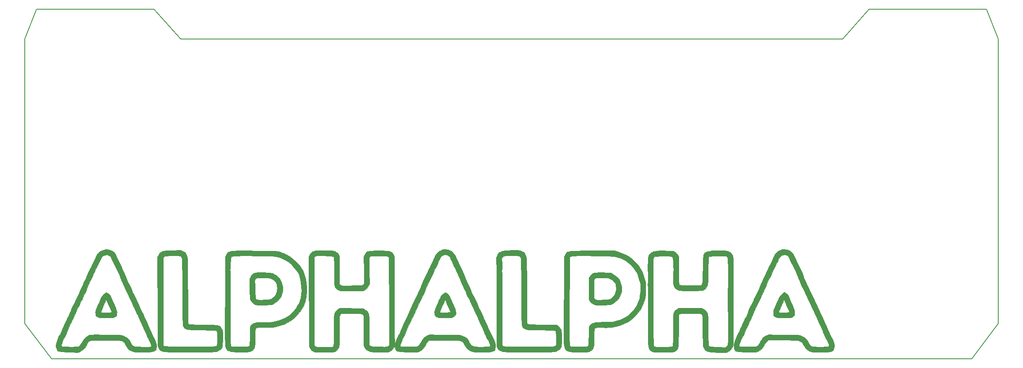
<source format=gbr>
G04 #@! TF.GenerationSoftware,KiCad,Pcbnew,(5.1.9)-1*
G04 #@! TF.CreationDate,2021-09-28T02:01:21-07:00*
G04 #@! TF.ProjectId,alphalpha rev2,616c7068-616c-4706-9861-20726576322e,rev?*
G04 #@! TF.SameCoordinates,Original*
G04 #@! TF.FileFunction,Legend,Top*
G04 #@! TF.FilePolarity,Positive*
%FSLAX46Y46*%
G04 Gerber Fmt 4.6, Leading zero omitted, Abs format (unit mm)*
G04 Created by KiCad (PCBNEW (5.1.9)-1) date 2021-09-28 02:01:21*
%MOMM*%
%LPD*%
G01*
G04 APERTURE LIST*
G04 #@! TA.AperFunction,Profile*
%ADD10C,0.200000*%
G04 #@! TD*
%ADD11C,0.010000*%
G04 APERTURE END LIST*
D10*
X47481250Y-13000000D02*
X181118750Y-13000000D01*
X186500000Y-7000000D02*
X181118750Y-13000000D01*
X186500000Y-7000000D02*
X210168750Y-7000000D01*
X212550000Y-13000000D02*
X210168750Y-7000000D01*
X42100000Y-7000000D02*
X47481250Y-13000000D01*
X16050000Y-13000000D02*
X18431250Y-7000000D01*
X207168750Y-77521000D02*
X212550000Y-70389750D01*
X16050000Y-70389750D02*
X21431250Y-77521000D01*
X18431250Y-7000000D02*
X42100000Y-7000000D01*
X212550000Y-13000000D02*
X212550000Y-70389750D01*
X207168750Y-77521000D02*
X21431250Y-77521000D01*
X16050000Y-70389750D02*
X16050000Y-13000000D01*
D11*
G36*
X132619978Y-60120242D02*
G01*
X132773464Y-60123805D01*
X133337309Y-60138876D01*
X133753987Y-60155148D01*
X134055802Y-60177374D01*
X134275058Y-60210304D01*
X134444059Y-60258689D01*
X134595109Y-60327282D01*
X134749661Y-60414470D01*
X135273899Y-60772477D01*
X135725826Y-61179075D01*
X136055720Y-61589233D01*
X136067551Y-61608106D01*
X136177686Y-61846419D01*
X136295029Y-62195753D01*
X136398033Y-62589940D01*
X136418763Y-62686494D01*
X136491734Y-63061924D01*
X136526243Y-63336083D01*
X136521145Y-63578828D01*
X136475291Y-63860017D01*
X136393520Y-64223879D01*
X136285611Y-64640400D01*
X136172169Y-64944752D01*
X136022382Y-65202480D01*
X135805439Y-65479132D01*
X135801054Y-65484306D01*
X135352077Y-65937275D01*
X134866524Y-66294959D01*
X134389207Y-66525929D01*
X134261813Y-66563946D01*
X134052162Y-66597137D01*
X133713936Y-66629417D01*
X133289726Y-66658896D01*
X132822120Y-66683683D01*
X132353710Y-66701889D01*
X131927084Y-66711623D01*
X131584832Y-66710996D01*
X131369545Y-66698117D01*
X131343472Y-66693457D01*
X130803932Y-66500446D01*
X130367241Y-66202612D01*
X130104391Y-65885887D01*
X129862553Y-65485508D01*
X129862553Y-62840459D01*
X130924489Y-62840459D01*
X130926859Y-63396942D01*
X130927697Y-63473390D01*
X130948801Y-65268443D01*
X131185226Y-65480405D01*
X131282918Y-65562552D01*
X131382656Y-65618526D01*
X131516556Y-65651409D01*
X131716731Y-65664286D01*
X132015296Y-65660242D01*
X132444365Y-65642361D01*
X132728851Y-65628661D01*
X133273815Y-65598094D01*
X133672019Y-65564434D01*
X133956199Y-65522748D01*
X134159091Y-65468101D01*
X134313431Y-65395559D01*
X134326202Y-65387897D01*
X134783837Y-65010772D01*
X135141386Y-64519150D01*
X135354606Y-63984861D01*
X135423941Y-63585792D01*
X135423005Y-63182106D01*
X135349203Y-62709020D01*
X135293739Y-62465319D01*
X135169743Y-62211384D01*
X134933067Y-61917548D01*
X134627818Y-61631318D01*
X134312764Y-61408703D01*
X134148913Y-61320784D01*
X133984042Y-61259384D01*
X133781060Y-61219122D01*
X133502878Y-61194621D01*
X133112404Y-61180502D01*
X132687088Y-61172965D01*
X132103963Y-61168845D01*
X131674606Y-61178564D01*
X131373517Y-61206702D01*
X131175196Y-61257841D01*
X131054144Y-61336562D01*
X130984862Y-61447445D01*
X130972556Y-61480985D01*
X130953300Y-61629003D01*
X130938406Y-61925548D01*
X130928570Y-62339681D01*
X130924489Y-62840459D01*
X129862553Y-62840459D01*
X129862553Y-61219841D01*
X130118998Y-60815469D01*
X130290886Y-60576747D01*
X130481549Y-60395703D01*
X130716801Y-60265611D01*
X131022456Y-60179746D01*
X131424328Y-60131380D01*
X131948231Y-60113787D01*
X132619978Y-60120242D01*
G37*
X132619978Y-60120242D02*
X132773464Y-60123805D01*
X133337309Y-60138876D01*
X133753987Y-60155148D01*
X134055802Y-60177374D01*
X134275058Y-60210304D01*
X134444059Y-60258689D01*
X134595109Y-60327282D01*
X134749661Y-60414470D01*
X135273899Y-60772477D01*
X135725826Y-61179075D01*
X136055720Y-61589233D01*
X136067551Y-61608106D01*
X136177686Y-61846419D01*
X136295029Y-62195753D01*
X136398033Y-62589940D01*
X136418763Y-62686494D01*
X136491734Y-63061924D01*
X136526243Y-63336083D01*
X136521145Y-63578828D01*
X136475291Y-63860017D01*
X136393520Y-64223879D01*
X136285611Y-64640400D01*
X136172169Y-64944752D01*
X136022382Y-65202480D01*
X135805439Y-65479132D01*
X135801054Y-65484306D01*
X135352077Y-65937275D01*
X134866524Y-66294959D01*
X134389207Y-66525929D01*
X134261813Y-66563946D01*
X134052162Y-66597137D01*
X133713936Y-66629417D01*
X133289726Y-66658896D01*
X132822120Y-66683683D01*
X132353710Y-66701889D01*
X131927084Y-66711623D01*
X131584832Y-66710996D01*
X131369545Y-66698117D01*
X131343472Y-66693457D01*
X130803932Y-66500446D01*
X130367241Y-66202612D01*
X130104391Y-65885887D01*
X129862553Y-65485508D01*
X129862553Y-62840459D01*
X130924489Y-62840459D01*
X130926859Y-63396942D01*
X130927697Y-63473390D01*
X130948801Y-65268443D01*
X131185226Y-65480405D01*
X131282918Y-65562552D01*
X131382656Y-65618526D01*
X131516556Y-65651409D01*
X131716731Y-65664286D01*
X132015296Y-65660242D01*
X132444365Y-65642361D01*
X132728851Y-65628661D01*
X133273815Y-65598094D01*
X133672019Y-65564434D01*
X133956199Y-65522748D01*
X134159091Y-65468101D01*
X134313431Y-65395559D01*
X134326202Y-65387897D01*
X134783837Y-65010772D01*
X135141386Y-64519150D01*
X135354606Y-63984861D01*
X135423941Y-63585792D01*
X135423005Y-63182106D01*
X135349203Y-62709020D01*
X135293739Y-62465319D01*
X135169743Y-62211384D01*
X134933067Y-61917548D01*
X134627818Y-61631318D01*
X134312764Y-61408703D01*
X134148913Y-61320784D01*
X133984042Y-61259384D01*
X133781060Y-61219122D01*
X133502878Y-61194621D01*
X133112404Y-61180502D01*
X132687088Y-61172965D01*
X132103963Y-61168845D01*
X131674606Y-61178564D01*
X131373517Y-61206702D01*
X131175196Y-61257841D01*
X131054144Y-61336562D01*
X130984862Y-61447445D01*
X130972556Y-61480985D01*
X130953300Y-61629003D01*
X130938406Y-61925548D01*
X130928570Y-62339681D01*
X130924489Y-62840459D01*
X129862553Y-62840459D01*
X129862553Y-61219841D01*
X130118998Y-60815469D01*
X130290886Y-60576747D01*
X130481549Y-60395703D01*
X130716801Y-60265611D01*
X131022456Y-60179746D01*
X131424328Y-60131380D01*
X131948231Y-60113787D01*
X132619978Y-60120242D01*
G36*
X64031268Y-60118085D02*
G01*
X64367602Y-60126699D01*
X64974234Y-60145515D01*
X65437743Y-60171911D01*
X65794489Y-60216446D01*
X66080831Y-60289681D01*
X66333127Y-60402175D01*
X66587736Y-60564489D01*
X66881018Y-60787184D01*
X67018785Y-60896717D01*
X67394307Y-61252384D01*
X67671584Y-61657792D01*
X67875334Y-62157708D01*
X68009214Y-62690596D01*
X68083847Y-63069717D01*
X68120357Y-63342490D01*
X68117174Y-63577100D01*
X68072724Y-63841733D01*
X67985435Y-64204576D01*
X67973177Y-64253307D01*
X67854428Y-64678431D01*
X67730454Y-64991357D01*
X67569812Y-65257468D01*
X67368864Y-65509844D01*
X67068789Y-65815714D01*
X66715891Y-66112444D01*
X66466989Y-66284740D01*
X66243833Y-66412435D01*
X66042863Y-66501619D01*
X65819347Y-66562876D01*
X65528549Y-66606791D01*
X65125735Y-66643948D01*
X64866416Y-66663440D01*
X64249594Y-66704665D01*
X63776678Y-66726860D01*
X63413128Y-66730472D01*
X63124403Y-66715951D01*
X62907076Y-66688896D01*
X62378638Y-66524063D01*
X61959672Y-66217574D01*
X61751971Y-65950782D01*
X61492679Y-65537701D01*
X61439301Y-63493083D01*
X61402794Y-62094655D01*
X62461462Y-62094655D01*
X62467916Y-62475663D01*
X62483611Y-62995513D01*
X62496374Y-63373078D01*
X62517274Y-63931823D01*
X62539434Y-64434869D01*
X62561276Y-64852516D01*
X62581221Y-65155066D01*
X62597691Y-65312820D01*
X62599980Y-65322923D01*
X62669276Y-65455298D01*
X62804124Y-65548367D01*
X63028293Y-65606258D01*
X63365553Y-65633098D01*
X63839675Y-65633015D01*
X64298242Y-65617815D01*
X64816014Y-65593246D01*
X65191582Y-65565309D01*
X65462226Y-65527899D01*
X65665225Y-65474910D01*
X65837861Y-65400239D01*
X65927745Y-65350965D01*
X66404972Y-64979081D01*
X66747726Y-64500699D01*
X66950251Y-63934435D01*
X67006791Y-63298907D01*
X66911590Y-62612732D01*
X66846361Y-62379841D01*
X66703846Y-62120458D01*
X66451355Y-61827397D01*
X66138030Y-61550071D01*
X65813014Y-61337889D01*
X65806961Y-61334766D01*
X65553753Y-61261354D01*
X65124114Y-61210578D01*
X64517233Y-61182347D01*
X64477747Y-61181425D01*
X63897103Y-61170075D01*
X63467806Y-61167656D01*
X63161797Y-61177116D01*
X62951016Y-61201406D01*
X62807406Y-61243474D01*
X62702907Y-61306270D01*
X62625940Y-61376081D01*
X62561273Y-61446949D01*
X62514153Y-61528636D01*
X62482919Y-61646746D01*
X62465909Y-61826884D01*
X62461462Y-62094655D01*
X61402794Y-62094655D01*
X61385924Y-61448465D01*
X61624945Y-60961111D01*
X61783698Y-60670332D01*
X61944129Y-60487960D01*
X62169594Y-60353826D01*
X62342690Y-60279457D01*
X62530761Y-60208412D01*
X62711300Y-60158412D01*
X62917964Y-60126918D01*
X63184408Y-60111392D01*
X63544291Y-60109294D01*
X64031268Y-60118085D01*
G37*
X64031268Y-60118085D02*
X64367602Y-60126699D01*
X64974234Y-60145515D01*
X65437743Y-60171911D01*
X65794489Y-60216446D01*
X66080831Y-60289681D01*
X66333127Y-60402175D01*
X66587736Y-60564489D01*
X66881018Y-60787184D01*
X67018785Y-60896717D01*
X67394307Y-61252384D01*
X67671584Y-61657792D01*
X67875334Y-62157708D01*
X68009214Y-62690596D01*
X68083847Y-63069717D01*
X68120357Y-63342490D01*
X68117174Y-63577100D01*
X68072724Y-63841733D01*
X67985435Y-64204576D01*
X67973177Y-64253307D01*
X67854428Y-64678431D01*
X67730454Y-64991357D01*
X67569812Y-65257468D01*
X67368864Y-65509844D01*
X67068789Y-65815714D01*
X66715891Y-66112444D01*
X66466989Y-66284740D01*
X66243833Y-66412435D01*
X66042863Y-66501619D01*
X65819347Y-66562876D01*
X65528549Y-66606791D01*
X65125735Y-66643948D01*
X64866416Y-66663440D01*
X64249594Y-66704665D01*
X63776678Y-66726860D01*
X63413128Y-66730472D01*
X63124403Y-66715951D01*
X62907076Y-66688896D01*
X62378638Y-66524063D01*
X61959672Y-66217574D01*
X61751971Y-65950782D01*
X61492679Y-65537701D01*
X61439301Y-63493083D01*
X61402794Y-62094655D01*
X62461462Y-62094655D01*
X62467916Y-62475663D01*
X62483611Y-62995513D01*
X62496374Y-63373078D01*
X62517274Y-63931823D01*
X62539434Y-64434869D01*
X62561276Y-64852516D01*
X62581221Y-65155066D01*
X62597691Y-65312820D01*
X62599980Y-65322923D01*
X62669276Y-65455298D01*
X62804124Y-65548367D01*
X63028293Y-65606258D01*
X63365553Y-65633098D01*
X63839675Y-65633015D01*
X64298242Y-65617815D01*
X64816014Y-65593246D01*
X65191582Y-65565309D01*
X65462226Y-65527899D01*
X65665225Y-65474910D01*
X65837861Y-65400239D01*
X65927745Y-65350965D01*
X66404972Y-64979081D01*
X66747726Y-64500699D01*
X66950251Y-63934435D01*
X67006791Y-63298907D01*
X66911590Y-62612732D01*
X66846361Y-62379841D01*
X66703846Y-62120458D01*
X66451355Y-61827397D01*
X66138030Y-61550071D01*
X65813014Y-61337889D01*
X65806961Y-61334766D01*
X65553753Y-61261354D01*
X65124114Y-61210578D01*
X64517233Y-61182347D01*
X64477747Y-61181425D01*
X63897103Y-61170075D01*
X63467806Y-61167656D01*
X63161797Y-61177116D01*
X62951016Y-61201406D01*
X62807406Y-61243474D01*
X62702907Y-61306270D01*
X62625940Y-61376081D01*
X62561273Y-61446949D01*
X62514153Y-61528636D01*
X62482919Y-61646746D01*
X62465909Y-61826884D01*
X62461462Y-62094655D01*
X61402794Y-62094655D01*
X61385924Y-61448465D01*
X61624945Y-60961111D01*
X61783698Y-60670332D01*
X61944129Y-60487960D01*
X62169594Y-60353826D01*
X62342690Y-60279457D01*
X62530761Y-60208412D01*
X62711300Y-60158412D01*
X62917964Y-60126918D01*
X63184408Y-60111392D01*
X63544291Y-60109294D01*
X64031268Y-60118085D01*
G36*
X169732475Y-64354910D02*
G01*
X169998987Y-64569651D01*
X170166464Y-64799863D01*
X170293306Y-65126317D01*
X170295652Y-65133814D01*
X170417266Y-65477683D01*
X170556459Y-65806850D01*
X170627359Y-65948186D01*
X170739967Y-66174432D01*
X170892355Y-66510994D01*
X171059124Y-66900934D01*
X171136687Y-67090009D01*
X171295826Y-67502013D01*
X171389760Y-67804845D01*
X171430129Y-68051562D01*
X171428573Y-68295219D01*
X171420759Y-68384825D01*
X171383401Y-68666089D01*
X171314456Y-68833481D01*
X171170107Y-68952216D01*
X170969267Y-69056793D01*
X170790641Y-69135961D01*
X170607975Y-69190805D01*
X170384217Y-69225575D01*
X170082319Y-69244519D01*
X169665230Y-69251889D01*
X169263966Y-69252397D01*
X168715615Y-69247245D01*
X168310927Y-69231952D01*
X168014183Y-69202914D01*
X167789659Y-69156528D01*
X167601635Y-69089191D01*
X167588410Y-69083374D01*
X167374098Y-68977580D01*
X167254712Y-68865221D01*
X167192058Y-68687603D01*
X167151098Y-68411406D01*
X167129535Y-68195015D01*
X167130968Y-68101271D01*
X168237311Y-68101271D01*
X168263623Y-68175976D01*
X168281823Y-68190909D01*
X168459917Y-68240260D01*
X168530848Y-68229338D01*
X168668980Y-68210108D01*
X168939727Y-68195153D01*
X169296209Y-68186607D01*
X169495689Y-68185404D01*
X169907693Y-68179549D01*
X170167742Y-68159324D01*
X170303087Y-68120739D01*
X170340998Y-68061621D01*
X170300475Y-67898304D01*
X170182238Y-67587758D01*
X169991287Y-67142067D01*
X169732619Y-66573314D01*
X169668222Y-66435228D01*
X169537123Y-66140686D01*
X169432866Y-65880877D01*
X169397003Y-65775486D01*
X169329661Y-65644131D01*
X169269868Y-65640857D01*
X169211821Y-65746619D01*
X169096993Y-65985624D01*
X168940015Y-66326429D01*
X168755514Y-66737586D01*
X168678089Y-66912877D01*
X168470886Y-67392125D01*
X168333390Y-67733703D01*
X168258049Y-67961966D01*
X168237311Y-68101271D01*
X167130968Y-68101271D01*
X167132417Y-68006601D01*
X167169840Y-67806898D01*
X167251903Y-67556640D01*
X167388703Y-67216559D01*
X167562510Y-66811514D01*
X167848143Y-66159736D01*
X168079867Y-65650721D01*
X168271045Y-65260807D01*
X168435034Y-64966332D01*
X168585197Y-64743633D01*
X168734894Y-64569049D01*
X168897485Y-64418919D01*
X168927545Y-64393982D01*
X169323354Y-64069646D01*
X169732475Y-64354910D01*
G37*
X169732475Y-64354910D02*
X169998987Y-64569651D01*
X170166464Y-64799863D01*
X170293306Y-65126317D01*
X170295652Y-65133814D01*
X170417266Y-65477683D01*
X170556459Y-65806850D01*
X170627359Y-65948186D01*
X170739967Y-66174432D01*
X170892355Y-66510994D01*
X171059124Y-66900934D01*
X171136687Y-67090009D01*
X171295826Y-67502013D01*
X171389760Y-67804845D01*
X171430129Y-68051562D01*
X171428573Y-68295219D01*
X171420759Y-68384825D01*
X171383401Y-68666089D01*
X171314456Y-68833481D01*
X171170107Y-68952216D01*
X170969267Y-69056793D01*
X170790641Y-69135961D01*
X170607975Y-69190805D01*
X170384217Y-69225575D01*
X170082319Y-69244519D01*
X169665230Y-69251889D01*
X169263966Y-69252397D01*
X168715615Y-69247245D01*
X168310927Y-69231952D01*
X168014183Y-69202914D01*
X167789659Y-69156528D01*
X167601635Y-69089191D01*
X167588410Y-69083374D01*
X167374098Y-68977580D01*
X167254712Y-68865221D01*
X167192058Y-68687603D01*
X167151098Y-68411406D01*
X167129535Y-68195015D01*
X167130968Y-68101271D01*
X168237311Y-68101271D01*
X168263623Y-68175976D01*
X168281823Y-68190909D01*
X168459917Y-68240260D01*
X168530848Y-68229338D01*
X168668980Y-68210108D01*
X168939727Y-68195153D01*
X169296209Y-68186607D01*
X169495689Y-68185404D01*
X169907693Y-68179549D01*
X170167742Y-68159324D01*
X170303087Y-68120739D01*
X170340998Y-68061621D01*
X170300475Y-67898304D01*
X170182238Y-67587758D01*
X169991287Y-67142067D01*
X169732619Y-66573314D01*
X169668222Y-66435228D01*
X169537123Y-66140686D01*
X169432866Y-65880877D01*
X169397003Y-65775486D01*
X169329661Y-65644131D01*
X169269868Y-65640857D01*
X169211821Y-65746619D01*
X169096993Y-65985624D01*
X168940015Y-66326429D01*
X168755514Y-66737586D01*
X168678089Y-66912877D01*
X168470886Y-67392125D01*
X168333390Y-67733703D01*
X168258049Y-67961966D01*
X168237311Y-68101271D01*
X167130968Y-68101271D01*
X167132417Y-68006601D01*
X167169840Y-67806898D01*
X167251903Y-67556640D01*
X167388703Y-67216559D01*
X167562510Y-66811514D01*
X167848143Y-66159736D01*
X168079867Y-65650721D01*
X168271045Y-65260807D01*
X168435034Y-64966332D01*
X168585197Y-64743633D01*
X168734894Y-64569049D01*
X168897485Y-64418919D01*
X168927545Y-64393982D01*
X169323354Y-64069646D01*
X169732475Y-64354910D01*
G36*
X101029186Y-64188934D02*
G01*
X101217295Y-64295840D01*
X101334403Y-64377394D01*
X101571771Y-64579117D01*
X101743237Y-64821695D01*
X101893895Y-65170489D01*
X101907534Y-65208095D01*
X102046340Y-65574010D01*
X102194937Y-65934326D01*
X102292618Y-66150498D01*
X102628579Y-66878084D01*
X102864241Y-67473786D01*
X103000882Y-67953721D01*
X103039780Y-68334007D01*
X102982211Y-68630762D01*
X102829454Y-68860102D01*
X102582784Y-69038146D01*
X102523836Y-69068269D01*
X102343114Y-69146791D01*
X102155255Y-69200925D01*
X101922687Y-69234978D01*
X101607838Y-69253258D01*
X101173136Y-69260073D01*
X100847608Y-69260465D01*
X100307402Y-69255622D01*
X99910199Y-69240503D01*
X99619614Y-69211333D01*
X99399261Y-69164337D01*
X99212755Y-69095740D01*
X99198563Y-69089367D01*
X98971603Y-68962387D01*
X98829836Y-68802562D01*
X98749182Y-68563448D01*
X98705560Y-68198598D01*
X98700643Y-68128977D01*
X98701023Y-68126604D01*
X99822529Y-68126604D01*
X99903037Y-68175650D01*
X100110362Y-68202846D01*
X100462728Y-68209453D01*
X100884146Y-68200012D01*
X101292721Y-68183558D01*
X101630470Y-68164481D01*
X101859963Y-68145261D01*
X101943044Y-68129860D01*
X101927146Y-68029985D01*
X101836001Y-67785967D01*
X101676253Y-67413397D01*
X101454546Y-66927871D01*
X101221006Y-66435228D01*
X101087045Y-66131122D01*
X100993521Y-65870213D01*
X100962165Y-65721694D01*
X100932855Y-65610473D01*
X100879590Y-65631941D01*
X100799374Y-65759446D01*
X100673968Y-66009369D01*
X100518788Y-66345326D01*
X100349251Y-66730935D01*
X100180773Y-67129813D01*
X100028771Y-67505577D01*
X99908661Y-67821845D01*
X99835860Y-68042232D01*
X99822529Y-68126604D01*
X98701023Y-68126604D01*
X98731775Y-67934827D01*
X98831331Y-67615260D01*
X98984426Y-67203861D01*
X99176174Y-66734212D01*
X99391689Y-66239899D01*
X99616085Y-65754505D01*
X99834477Y-65311615D01*
X100031978Y-64944814D01*
X100193702Y-64687684D01*
X100262940Y-64604263D01*
X100492150Y-64405533D01*
X100716376Y-64248466D01*
X100742674Y-64233689D01*
X100891501Y-64173201D01*
X101029186Y-64188934D01*
G37*
X101029186Y-64188934D02*
X101217295Y-64295840D01*
X101334403Y-64377394D01*
X101571771Y-64579117D01*
X101743237Y-64821695D01*
X101893895Y-65170489D01*
X101907534Y-65208095D01*
X102046340Y-65574010D01*
X102194937Y-65934326D01*
X102292618Y-66150498D01*
X102628579Y-66878084D01*
X102864241Y-67473786D01*
X103000882Y-67953721D01*
X103039780Y-68334007D01*
X102982211Y-68630762D01*
X102829454Y-68860102D01*
X102582784Y-69038146D01*
X102523836Y-69068269D01*
X102343114Y-69146791D01*
X102155255Y-69200925D01*
X101922687Y-69234978D01*
X101607838Y-69253258D01*
X101173136Y-69260073D01*
X100847608Y-69260465D01*
X100307402Y-69255622D01*
X99910199Y-69240503D01*
X99619614Y-69211333D01*
X99399261Y-69164337D01*
X99212755Y-69095740D01*
X99198563Y-69089367D01*
X98971603Y-68962387D01*
X98829836Y-68802562D01*
X98749182Y-68563448D01*
X98705560Y-68198598D01*
X98700643Y-68128977D01*
X98701023Y-68126604D01*
X99822529Y-68126604D01*
X99903037Y-68175650D01*
X100110362Y-68202846D01*
X100462728Y-68209453D01*
X100884146Y-68200012D01*
X101292721Y-68183558D01*
X101630470Y-68164481D01*
X101859963Y-68145261D01*
X101943044Y-68129860D01*
X101927146Y-68029985D01*
X101836001Y-67785967D01*
X101676253Y-67413397D01*
X101454546Y-66927871D01*
X101221006Y-66435228D01*
X101087045Y-66131122D01*
X100993521Y-65870213D01*
X100962165Y-65721694D01*
X100932855Y-65610473D01*
X100879590Y-65631941D01*
X100799374Y-65759446D01*
X100673968Y-66009369D01*
X100518788Y-66345326D01*
X100349251Y-66730935D01*
X100180773Y-67129813D01*
X100028771Y-67505577D01*
X99908661Y-67821845D01*
X99835860Y-68042232D01*
X99822529Y-68126604D01*
X98701023Y-68126604D01*
X98731775Y-67934827D01*
X98831331Y-67615260D01*
X98984426Y-67203861D01*
X99176174Y-66734212D01*
X99391689Y-66239899D01*
X99616085Y-65754505D01*
X99834477Y-65311615D01*
X100031978Y-64944814D01*
X100193702Y-64687684D01*
X100262940Y-64604263D01*
X100492150Y-64405533D01*
X100716376Y-64248466D01*
X100742674Y-64233689D01*
X100891501Y-64173201D01*
X101029186Y-64188934D01*
G36*
X32617240Y-64192183D02*
G01*
X32815168Y-64307876D01*
X32927321Y-64380002D01*
X33136554Y-64543247D01*
X33285070Y-64737686D01*
X33411377Y-65021526D01*
X33476610Y-65210214D01*
X33599929Y-65549377D01*
X33728920Y-65848803D01*
X33828140Y-66031341D01*
X33966169Y-66277274D01*
X34045326Y-66480104D01*
X34112464Y-66672634D01*
X34230095Y-66966274D01*
X34373397Y-67299194D01*
X34380873Y-67315946D01*
X34526534Y-67665387D01*
X34600164Y-67927014D01*
X34615578Y-68170658D01*
X34595256Y-68399716D01*
X34550278Y-68681288D01*
X34475283Y-68849281D01*
X34325197Y-68968989D01*
X34134454Y-69067231D01*
X33953825Y-69146005D01*
X33767590Y-69200206D01*
X33538139Y-69234102D01*
X33227865Y-69251966D01*
X32799158Y-69258067D01*
X32456088Y-69257811D01*
X31874677Y-69249601D01*
X31440666Y-69227842D01*
X31122267Y-69189603D01*
X30887690Y-69131954D01*
X30820504Y-69107054D01*
X30570213Y-68995330D01*
X30426799Y-68880893D01*
X30351496Y-68708179D01*
X30305535Y-68421623D01*
X30297901Y-68358008D01*
X30283976Y-68171262D01*
X31394208Y-68171262D01*
X31397411Y-68181396D01*
X31509305Y-68196307D01*
X31754220Y-68203746D01*
X32087929Y-68204587D01*
X32466208Y-68199701D01*
X32844831Y-68189964D01*
X33179572Y-68176248D01*
X33426207Y-68159426D01*
X33540510Y-68140371D01*
X33542340Y-68139045D01*
X33521885Y-68047799D01*
X33437090Y-67820667D01*
X33299167Y-67484591D01*
X33119330Y-67066517D01*
X32908791Y-66593389D01*
X32795915Y-66345475D01*
X32668931Y-66060437D01*
X32568515Y-65820420D01*
X32533363Y-65726798D01*
X32473664Y-65604213D01*
X32442669Y-65592169D01*
X32370332Y-65712429D01*
X32254342Y-65955051D01*
X32108677Y-66285413D01*
X31947313Y-66668892D01*
X31784228Y-67070866D01*
X31633398Y-67456713D01*
X31508800Y-67791809D01*
X31424411Y-68041533D01*
X31394208Y-68171262D01*
X30283976Y-68171262D01*
X30283864Y-68169764D01*
X30296556Y-67987396D01*
X30346106Y-67775922D01*
X30442645Y-67500361D01*
X30596302Y-67125730D01*
X30772606Y-66718751D01*
X31057559Y-66073519D01*
X31286369Y-65571784D01*
X31471706Y-65191251D01*
X31626241Y-64909628D01*
X31762643Y-64704618D01*
X31893583Y-64553927D01*
X32031729Y-64435261D01*
X32097100Y-64388115D01*
X32315838Y-64245232D01*
X32472763Y-64158548D01*
X32510114Y-64146535D01*
X32617240Y-64192183D01*
G37*
X32617240Y-64192183D02*
X32815168Y-64307876D01*
X32927321Y-64380002D01*
X33136554Y-64543247D01*
X33285070Y-64737686D01*
X33411377Y-65021526D01*
X33476610Y-65210214D01*
X33599929Y-65549377D01*
X33728920Y-65848803D01*
X33828140Y-66031341D01*
X33966169Y-66277274D01*
X34045326Y-66480104D01*
X34112464Y-66672634D01*
X34230095Y-66966274D01*
X34373397Y-67299194D01*
X34380873Y-67315946D01*
X34526534Y-67665387D01*
X34600164Y-67927014D01*
X34615578Y-68170658D01*
X34595256Y-68399716D01*
X34550278Y-68681288D01*
X34475283Y-68849281D01*
X34325197Y-68968989D01*
X34134454Y-69067231D01*
X33953825Y-69146005D01*
X33767590Y-69200206D01*
X33538139Y-69234102D01*
X33227865Y-69251966D01*
X32799158Y-69258067D01*
X32456088Y-69257811D01*
X31874677Y-69249601D01*
X31440666Y-69227842D01*
X31122267Y-69189603D01*
X30887690Y-69131954D01*
X30820504Y-69107054D01*
X30570213Y-68995330D01*
X30426799Y-68880893D01*
X30351496Y-68708179D01*
X30305535Y-68421623D01*
X30297901Y-68358008D01*
X30283976Y-68171262D01*
X31394208Y-68171262D01*
X31397411Y-68181396D01*
X31509305Y-68196307D01*
X31754220Y-68203746D01*
X32087929Y-68204587D01*
X32466208Y-68199701D01*
X32844831Y-68189964D01*
X33179572Y-68176248D01*
X33426207Y-68159426D01*
X33540510Y-68140371D01*
X33542340Y-68139045D01*
X33521885Y-68047799D01*
X33437090Y-67820667D01*
X33299167Y-67484591D01*
X33119330Y-67066517D01*
X32908791Y-66593389D01*
X32795915Y-66345475D01*
X32668931Y-66060437D01*
X32568515Y-65820420D01*
X32533363Y-65726798D01*
X32473664Y-65604213D01*
X32442669Y-65592169D01*
X32370332Y-65712429D01*
X32254342Y-65955051D01*
X32108677Y-66285413D01*
X31947313Y-66668892D01*
X31784228Y-67070866D01*
X31633398Y-67456713D01*
X31508800Y-67791809D01*
X31424411Y-68041533D01*
X31394208Y-68171262D01*
X30283976Y-68171262D01*
X30283864Y-68169764D01*
X30296556Y-67987396D01*
X30346106Y-67775922D01*
X30442645Y-67500361D01*
X30596302Y-67125730D01*
X30772606Y-66718751D01*
X31057559Y-66073519D01*
X31286369Y-65571784D01*
X31471706Y-65191251D01*
X31626241Y-64909628D01*
X31762643Y-64704618D01*
X31893583Y-64553927D01*
X32031729Y-64435261D01*
X32097100Y-64388115D01*
X32315838Y-64245232D01*
X32472763Y-64158548D01*
X32510114Y-64146535D01*
X32617240Y-64192183D01*
G36*
X135803124Y-55940395D02*
G01*
X136717718Y-56257919D01*
X137496174Y-56613148D01*
X138181631Y-57034706D01*
X138817228Y-57551212D01*
X139446102Y-58191290D01*
X139784281Y-58581871D01*
X140268249Y-59232131D01*
X140644318Y-59912161D01*
X140939341Y-60676536D01*
X141106602Y-61269283D01*
X141218310Y-61739309D01*
X141291958Y-62127641D01*
X141334456Y-62497353D01*
X141352715Y-62911517D01*
X141353643Y-63433209D01*
X141352802Y-63516690D01*
X141313031Y-64469222D01*
X141207922Y-65293492D01*
X141024891Y-66032815D01*
X140751352Y-66730510D01*
X140374720Y-67429891D01*
X140084232Y-67882883D01*
X139420115Y-68725487D01*
X138646613Y-69458784D01*
X137789348Y-70063637D01*
X136873943Y-70520911D01*
X136279868Y-70724336D01*
X135537025Y-70924858D01*
X134916090Y-71068365D01*
X134371031Y-71161227D01*
X133855816Y-71209818D01*
X133324412Y-71220509D01*
X132814532Y-71204010D01*
X132155187Y-71186073D01*
X131653410Y-71207554D01*
X131291189Y-71270532D01*
X131050511Y-71377088D01*
X131004656Y-71413042D01*
X130982801Y-71518267D01*
X130963762Y-71773908D01*
X130948694Y-72150880D01*
X130938754Y-72620103D01*
X130935098Y-73152493D01*
X130935097Y-73161985D01*
X130933285Y-73767808D01*
X130926031Y-74225046D01*
X130910611Y-74564599D01*
X130884300Y-74817368D01*
X130844373Y-75014253D01*
X130788105Y-75186154D01*
X130747963Y-75284136D01*
X130550058Y-75633001D01*
X130276528Y-75881627D01*
X130173271Y-75946266D01*
X130033423Y-76024699D01*
X129900787Y-76082551D01*
X129746319Y-76122878D01*
X129540976Y-76148736D01*
X129255714Y-76163181D01*
X128861492Y-76169270D01*
X128329266Y-76170058D01*
X128051518Y-76169530D01*
X127425493Y-76165962D01*
X126946358Y-76156608D01*
X126581524Y-76138747D01*
X126298403Y-76109659D01*
X126064406Y-76066625D01*
X125846943Y-76006924D01*
X125758368Y-75978130D01*
X125454957Y-75869816D01*
X125270852Y-75768671D01*
X125154260Y-75627575D01*
X125053389Y-75399403D01*
X125017317Y-75303899D01*
X124951073Y-75115068D01*
X124903012Y-74934442D01*
X124870257Y-74729076D01*
X124849932Y-74466024D01*
X124839159Y-74112342D01*
X124835064Y-73635086D01*
X124834629Y-73211553D01*
X124835015Y-73103769D01*
X124836121Y-72829431D01*
X124837893Y-72401486D01*
X124840275Y-71832885D01*
X124841068Y-71644939D01*
X125945487Y-71644939D01*
X125946938Y-72358374D01*
X125950080Y-72956366D01*
X125955085Y-73449593D01*
X125962123Y-73848731D01*
X125971366Y-74164457D01*
X125982986Y-74407448D01*
X125997154Y-74588381D01*
X126014041Y-74717933D01*
X126033819Y-74806781D01*
X126056660Y-74865602D01*
X126082734Y-74905072D01*
X126101349Y-74925260D01*
X126175912Y-74986017D01*
X126277912Y-75030508D01*
X126433983Y-75061226D01*
X126670759Y-75080668D01*
X127014874Y-75091328D01*
X127492960Y-75095701D01*
X127927782Y-75096358D01*
X128511136Y-75095550D01*
X128941220Y-75091180D01*
X129244267Y-75080335D01*
X129446510Y-75060099D01*
X129574183Y-75027556D01*
X129653520Y-74979792D01*
X129710754Y-74913891D01*
X129722835Y-74896882D01*
X129772993Y-74795778D01*
X129810008Y-74639594D01*
X129835676Y-74403479D01*
X129851792Y-74062582D01*
X129860152Y-73592049D01*
X129862553Y-72967031D01*
X129862553Y-72963625D01*
X129866071Y-72259846D01*
X129882140Y-71711731D01*
X129919037Y-71295489D01*
X129985038Y-70987331D01*
X130088417Y-70763466D01*
X130237450Y-70600103D01*
X130440413Y-70473452D01*
X130705582Y-70359724D01*
X130777873Y-70332280D01*
X130997906Y-70255184D01*
X131207587Y-70199063D01*
X131441304Y-70160468D01*
X131733447Y-70135951D01*
X132118402Y-70122063D01*
X132630560Y-70115357D01*
X132959019Y-70113561D01*
X133560598Y-70108826D01*
X134023786Y-70097526D01*
X134389679Y-70075549D01*
X134699375Y-70038783D01*
X134993971Y-69983117D01*
X135314564Y-69904438D01*
X135472094Y-69862112D01*
X135929192Y-69724086D01*
X136393914Y-69561592D01*
X136792014Y-69401383D01*
X136931186Y-69336391D01*
X137681207Y-68870693D01*
X138384894Y-68260527D01*
X139013940Y-67540023D01*
X139540042Y-66743308D01*
X139934893Y-65904513D01*
X140044410Y-65582577D01*
X140110825Y-65294400D01*
X140178490Y-64883675D01*
X140239116Y-64407108D01*
X140281397Y-63961233D01*
X140315736Y-63486503D01*
X140330048Y-63127306D01*
X140319641Y-62825016D01*
X140279819Y-62521005D01*
X140205889Y-62156644D01*
X140100797Y-61705453D01*
X139932498Y-61062446D01*
X139751577Y-60538825D01*
X139529671Y-60077814D01*
X139238416Y-59622636D01*
X138849448Y-59116517D01*
X138742004Y-58985511D01*
X138350480Y-58544353D01*
X137964871Y-58190104D01*
X137531011Y-57880405D01*
X136994733Y-57572895D01*
X136818383Y-57481180D01*
X136516856Y-57329776D01*
X136241410Y-57202394D01*
X135973369Y-57096761D01*
X135694054Y-57010607D01*
X135384785Y-56941660D01*
X135026884Y-56887649D01*
X134601673Y-56846302D01*
X134090472Y-56815349D01*
X133474604Y-56792518D01*
X132735388Y-56775538D01*
X131854147Y-56762138D01*
X130812202Y-56750046D01*
X130804956Y-56749967D01*
X129767177Y-56739826D01*
X128894251Y-56734310D01*
X128171565Y-56734331D01*
X127584505Y-56740797D01*
X127118456Y-56754620D01*
X126758806Y-56776709D01*
X126490940Y-56807974D01*
X126300246Y-56849325D01*
X126172108Y-56901671D01*
X126091914Y-56965923D01*
X126045050Y-57042991D01*
X126043627Y-57046439D01*
X126035058Y-57154872D01*
X126026316Y-57430394D01*
X126017519Y-57860591D01*
X126008789Y-58433047D01*
X126000243Y-59135347D01*
X125992003Y-59955076D01*
X125984187Y-60879817D01*
X125976916Y-61897156D01*
X125970309Y-62994678D01*
X125964486Y-64159967D01*
X125959566Y-65380608D01*
X125957591Y-65972433D01*
X125953160Y-67423235D01*
X125949563Y-68705210D01*
X125946970Y-69829034D01*
X125945555Y-70805385D01*
X125945487Y-71644939D01*
X124841068Y-71644939D01*
X124843213Y-71136577D01*
X124846652Y-70325509D01*
X124850537Y-69412631D01*
X124854813Y-68410893D01*
X124859426Y-67333242D01*
X124864319Y-66192628D01*
X124869439Y-65002000D01*
X124869451Y-64999185D01*
X124904225Y-56921447D01*
X125168118Y-56472983D01*
X125263453Y-56312017D01*
X125354661Y-56175787D01*
X125456755Y-56062213D01*
X125584753Y-55969215D01*
X125753668Y-55894712D01*
X125978516Y-55836626D01*
X126274312Y-55792875D01*
X126656071Y-55761381D01*
X127138810Y-55740062D01*
X127737542Y-55726840D01*
X128467283Y-55719633D01*
X129343048Y-55716362D01*
X130379853Y-55714948D01*
X130642347Y-55714667D01*
X135057123Y-55709786D01*
X135803124Y-55940395D01*
G37*
X135803124Y-55940395D02*
X136717718Y-56257919D01*
X137496174Y-56613148D01*
X138181631Y-57034706D01*
X138817228Y-57551212D01*
X139446102Y-58191290D01*
X139784281Y-58581871D01*
X140268249Y-59232131D01*
X140644318Y-59912161D01*
X140939341Y-60676536D01*
X141106602Y-61269283D01*
X141218310Y-61739309D01*
X141291958Y-62127641D01*
X141334456Y-62497353D01*
X141352715Y-62911517D01*
X141353643Y-63433209D01*
X141352802Y-63516690D01*
X141313031Y-64469222D01*
X141207922Y-65293492D01*
X141024891Y-66032815D01*
X140751352Y-66730510D01*
X140374720Y-67429891D01*
X140084232Y-67882883D01*
X139420115Y-68725487D01*
X138646613Y-69458784D01*
X137789348Y-70063637D01*
X136873943Y-70520911D01*
X136279868Y-70724336D01*
X135537025Y-70924858D01*
X134916090Y-71068365D01*
X134371031Y-71161227D01*
X133855816Y-71209818D01*
X133324412Y-71220509D01*
X132814532Y-71204010D01*
X132155187Y-71186073D01*
X131653410Y-71207554D01*
X131291189Y-71270532D01*
X131050511Y-71377088D01*
X131004656Y-71413042D01*
X130982801Y-71518267D01*
X130963762Y-71773908D01*
X130948694Y-72150880D01*
X130938754Y-72620103D01*
X130935098Y-73152493D01*
X130935097Y-73161985D01*
X130933285Y-73767808D01*
X130926031Y-74225046D01*
X130910611Y-74564599D01*
X130884300Y-74817368D01*
X130844373Y-75014253D01*
X130788105Y-75186154D01*
X130747963Y-75284136D01*
X130550058Y-75633001D01*
X130276528Y-75881627D01*
X130173271Y-75946266D01*
X130033423Y-76024699D01*
X129900787Y-76082551D01*
X129746319Y-76122878D01*
X129540976Y-76148736D01*
X129255714Y-76163181D01*
X128861492Y-76169270D01*
X128329266Y-76170058D01*
X128051518Y-76169530D01*
X127425493Y-76165962D01*
X126946358Y-76156608D01*
X126581524Y-76138747D01*
X126298403Y-76109659D01*
X126064406Y-76066625D01*
X125846943Y-76006924D01*
X125758368Y-75978130D01*
X125454957Y-75869816D01*
X125270852Y-75768671D01*
X125154260Y-75627575D01*
X125053389Y-75399403D01*
X125017317Y-75303899D01*
X124951073Y-75115068D01*
X124903012Y-74934442D01*
X124870257Y-74729076D01*
X124849932Y-74466024D01*
X124839159Y-74112342D01*
X124835064Y-73635086D01*
X124834629Y-73211553D01*
X124835015Y-73103769D01*
X124836121Y-72829431D01*
X124837893Y-72401486D01*
X124840275Y-71832885D01*
X124841068Y-71644939D01*
X125945487Y-71644939D01*
X125946938Y-72358374D01*
X125950080Y-72956366D01*
X125955085Y-73449593D01*
X125962123Y-73848731D01*
X125971366Y-74164457D01*
X125982986Y-74407448D01*
X125997154Y-74588381D01*
X126014041Y-74717933D01*
X126033819Y-74806781D01*
X126056660Y-74865602D01*
X126082734Y-74905072D01*
X126101349Y-74925260D01*
X126175912Y-74986017D01*
X126277912Y-75030508D01*
X126433983Y-75061226D01*
X126670759Y-75080668D01*
X127014874Y-75091328D01*
X127492960Y-75095701D01*
X127927782Y-75096358D01*
X128511136Y-75095550D01*
X128941220Y-75091180D01*
X129244267Y-75080335D01*
X129446510Y-75060099D01*
X129574183Y-75027556D01*
X129653520Y-74979792D01*
X129710754Y-74913891D01*
X129722835Y-74896882D01*
X129772993Y-74795778D01*
X129810008Y-74639594D01*
X129835676Y-74403479D01*
X129851792Y-74062582D01*
X129860152Y-73592049D01*
X129862553Y-72967031D01*
X129862553Y-72963625D01*
X129866071Y-72259846D01*
X129882140Y-71711731D01*
X129919037Y-71295489D01*
X129985038Y-70987331D01*
X130088417Y-70763466D01*
X130237450Y-70600103D01*
X130440413Y-70473452D01*
X130705582Y-70359724D01*
X130777873Y-70332280D01*
X130997906Y-70255184D01*
X131207587Y-70199063D01*
X131441304Y-70160468D01*
X131733447Y-70135951D01*
X132118402Y-70122063D01*
X132630560Y-70115357D01*
X132959019Y-70113561D01*
X133560598Y-70108826D01*
X134023786Y-70097526D01*
X134389679Y-70075549D01*
X134699375Y-70038783D01*
X134993971Y-69983117D01*
X135314564Y-69904438D01*
X135472094Y-69862112D01*
X135929192Y-69724086D01*
X136393914Y-69561592D01*
X136792014Y-69401383D01*
X136931186Y-69336391D01*
X137681207Y-68870693D01*
X138384894Y-68260527D01*
X139013940Y-67540023D01*
X139540042Y-66743308D01*
X139934893Y-65904513D01*
X140044410Y-65582577D01*
X140110825Y-65294400D01*
X140178490Y-64883675D01*
X140239116Y-64407108D01*
X140281397Y-63961233D01*
X140315736Y-63486503D01*
X140330048Y-63127306D01*
X140319641Y-62825016D01*
X140279819Y-62521005D01*
X140205889Y-62156644D01*
X140100797Y-61705453D01*
X139932498Y-61062446D01*
X139751577Y-60538825D01*
X139529671Y-60077814D01*
X139238416Y-59622636D01*
X138849448Y-59116517D01*
X138742004Y-58985511D01*
X138350480Y-58544353D01*
X137964871Y-58190104D01*
X137531011Y-57880405D01*
X136994733Y-57572895D01*
X136818383Y-57481180D01*
X136516856Y-57329776D01*
X136241410Y-57202394D01*
X135973369Y-57096761D01*
X135694054Y-57010607D01*
X135384785Y-56941660D01*
X135026884Y-56887649D01*
X134601673Y-56846302D01*
X134090472Y-56815349D01*
X133474604Y-56792518D01*
X132735388Y-56775538D01*
X131854147Y-56762138D01*
X130812202Y-56750046D01*
X130804956Y-56749967D01*
X129767177Y-56739826D01*
X128894251Y-56734310D01*
X128171565Y-56734331D01*
X127584505Y-56740797D01*
X127118456Y-56754620D01*
X126758806Y-56776709D01*
X126490940Y-56807974D01*
X126300246Y-56849325D01*
X126172108Y-56901671D01*
X126091914Y-56965923D01*
X126045050Y-57042991D01*
X126043627Y-57046439D01*
X126035058Y-57154872D01*
X126026316Y-57430394D01*
X126017519Y-57860591D01*
X126008789Y-58433047D01*
X126000243Y-59135347D01*
X125992003Y-59955076D01*
X125984187Y-60879817D01*
X125976916Y-61897156D01*
X125970309Y-62994678D01*
X125964486Y-64159967D01*
X125959566Y-65380608D01*
X125957591Y-65972433D01*
X125953160Y-67423235D01*
X125949563Y-68705210D01*
X125946970Y-69829034D01*
X125945555Y-70805385D01*
X125945487Y-71644939D01*
X124841068Y-71644939D01*
X124843213Y-71136577D01*
X124846652Y-70325509D01*
X124850537Y-69412631D01*
X124854813Y-68410893D01*
X124859426Y-67333242D01*
X124864319Y-66192628D01*
X124869439Y-65002000D01*
X124869451Y-64999185D01*
X124904225Y-56921447D01*
X125168118Y-56472983D01*
X125263453Y-56312017D01*
X125354661Y-56175787D01*
X125456755Y-56062213D01*
X125584753Y-55969215D01*
X125753668Y-55894712D01*
X125978516Y-55836626D01*
X126274312Y-55792875D01*
X126656071Y-55761381D01*
X127138810Y-55740062D01*
X127737542Y-55726840D01*
X128467283Y-55719633D01*
X129343048Y-55716362D01*
X130379853Y-55714948D01*
X130642347Y-55714667D01*
X135057123Y-55709786D01*
X135803124Y-55940395D01*
G36*
X115587554Y-55629212D02*
G01*
X115815367Y-55651564D01*
X116000090Y-55692080D01*
X116175812Y-55754184D01*
X116376624Y-55841305D01*
X116387615Y-55846236D01*
X116674490Y-55981194D01*
X116852679Y-56101042D01*
X116969124Y-56258694D01*
X117070762Y-56507063D01*
X117131839Y-56685175D01*
X117169880Y-56799780D01*
X117202809Y-56911514D01*
X117231005Y-57033580D01*
X117254848Y-57179181D01*
X117274718Y-57361520D01*
X117290996Y-57593799D01*
X117304062Y-57889222D01*
X117314295Y-58260991D01*
X117322075Y-58722309D01*
X117327784Y-59286380D01*
X117331801Y-59966406D01*
X117334505Y-60775589D01*
X117336277Y-61727133D01*
X117337498Y-62834241D01*
X117338347Y-63858581D01*
X117339814Y-65130876D01*
X117342200Y-66234970D01*
X117345723Y-67182165D01*
X117350602Y-67983763D01*
X117357056Y-68651067D01*
X117365304Y-69195379D01*
X117375564Y-69628002D01*
X117388054Y-69960238D01*
X117402994Y-70203389D01*
X117420603Y-70368759D01*
X117441098Y-70467649D01*
X117464699Y-70511361D01*
X117467104Y-70513050D01*
X117596744Y-70540844D01*
X117877204Y-70568446D01*
X118279797Y-70595009D01*
X118775839Y-70619685D01*
X119336644Y-70641628D01*
X119933527Y-70659989D01*
X120537803Y-70673922D01*
X121120787Y-70682579D01*
X121653793Y-70685112D01*
X122108137Y-70680675D01*
X122455133Y-70668420D01*
X122537336Y-70662827D01*
X122907565Y-70637726D01*
X123154236Y-70640442D01*
X123332281Y-70679732D01*
X123496632Y-70764351D01*
X123599170Y-70832073D01*
X123856457Y-71058023D01*
X124095726Y-71347149D01*
X124155778Y-71440513D01*
X124235836Y-71584469D01*
X124293882Y-71722262D01*
X124333291Y-71884699D01*
X124357438Y-72102592D01*
X124369698Y-72406748D01*
X124373445Y-72827977D01*
X124372055Y-73397088D01*
X124371981Y-73414237D01*
X124368741Y-73985137D01*
X124362117Y-74407273D01*
X124348149Y-74711388D01*
X124322876Y-74928221D01*
X124282339Y-75088515D01*
X124222577Y-75223009D01*
X124139629Y-75362446D01*
X124116233Y-75399428D01*
X123947476Y-75631750D01*
X123761117Y-75788354D01*
X123494541Y-75914098D01*
X123302347Y-75982550D01*
X123176544Y-76023444D01*
X123050771Y-76058005D01*
X122909579Y-76086737D01*
X122737519Y-76110142D01*
X122519140Y-76128725D01*
X122238993Y-76142990D01*
X121881628Y-76153440D01*
X121431595Y-76160578D01*
X120873446Y-76164909D01*
X120191729Y-76166937D01*
X119370996Y-76167164D01*
X118395797Y-76166095D01*
X117706080Y-76165001D01*
X116628538Y-76163068D01*
X115715276Y-76160773D01*
X114951067Y-76157549D01*
X114320686Y-76152828D01*
X113808906Y-76146041D01*
X113400502Y-76136621D01*
X113080247Y-76124000D01*
X112832916Y-76107609D01*
X112643283Y-76086881D01*
X112496121Y-76061247D01*
X112376206Y-76030140D01*
X112268311Y-75992991D01*
X112181281Y-75958886D01*
X111861066Y-75807641D01*
X111649529Y-75634690D01*
X111479140Y-75384080D01*
X111471970Y-75371187D01*
X111256298Y-74981213D01*
X111245143Y-66041083D01*
X111237460Y-59883062D01*
X112305609Y-59883062D01*
X112321452Y-60016328D01*
X112340520Y-60153957D01*
X112354173Y-60432343D01*
X112361267Y-60812788D01*
X112360660Y-61256594D01*
X112359925Y-61319327D01*
X112353384Y-61933363D01*
X112348181Y-62651013D01*
X112344261Y-63455847D01*
X112341570Y-64331432D01*
X112340054Y-65261338D01*
X112339657Y-66229134D01*
X112340327Y-67218389D01*
X112342008Y-68212671D01*
X112344646Y-69195551D01*
X112348186Y-70150596D01*
X112352576Y-71061376D01*
X112357759Y-71911460D01*
X112363682Y-72684417D01*
X112370291Y-73363816D01*
X112377531Y-73933226D01*
X112385348Y-74376216D01*
X112393687Y-74676354D01*
X112402494Y-74817210D01*
X112404587Y-74825361D01*
X112534618Y-74940594D01*
X112661667Y-75007206D01*
X112797012Y-75025797D01*
X113091589Y-75042055D01*
X113525138Y-75055993D01*
X114077400Y-75067624D01*
X114728116Y-75076958D01*
X115457028Y-75084009D01*
X116243877Y-75088790D01*
X117068403Y-75091311D01*
X117910349Y-75091586D01*
X118749454Y-75089626D01*
X119565460Y-75085445D01*
X120338108Y-75079053D01*
X121047140Y-75070465D01*
X121672296Y-75059691D01*
X122193317Y-75046744D01*
X122589945Y-75031637D01*
X122841920Y-75014381D01*
X122921491Y-75000991D01*
X123123683Y-74899237D01*
X123236340Y-74802049D01*
X123269319Y-74657129D01*
X123291178Y-74374519D01*
X123302556Y-73994328D01*
X123304090Y-73556666D01*
X123296420Y-73101644D01*
X123280186Y-72669373D01*
X123256025Y-72299962D01*
X123224577Y-72033522D01*
X123190347Y-71914608D01*
X123143260Y-71872034D01*
X123058151Y-71837400D01*
X122916223Y-71809455D01*
X122698683Y-71786943D01*
X122386734Y-71768611D01*
X121961583Y-71753206D01*
X121404434Y-71739474D01*
X120696491Y-71726161D01*
X120256076Y-71718884D01*
X119466188Y-71705712D01*
X118834150Y-71693175D01*
X118338322Y-71679610D01*
X117957065Y-71663352D01*
X117668737Y-71642736D01*
X117451700Y-71616097D01*
X117284313Y-71581772D01*
X117144935Y-71538095D01*
X117011928Y-71483402D01*
X116974066Y-71466424D01*
X116849429Y-71411108D01*
X116740717Y-71357555D01*
X116646806Y-71293809D01*
X116566573Y-71207910D01*
X116498894Y-71087901D01*
X116442645Y-70921822D01*
X116396703Y-70697716D01*
X116359944Y-70403625D01*
X116331245Y-70027589D01*
X116309482Y-69557652D01*
X116293532Y-68981853D01*
X116282270Y-68288236D01*
X116274574Y-67464842D01*
X116269319Y-66499713D01*
X116265382Y-65380889D01*
X116261640Y-64096414D01*
X116260992Y-63877277D01*
X116255343Y-62422721D01*
X116247610Y-61146606D01*
X116237774Y-60047876D01*
X116225818Y-59125481D01*
X116211723Y-58378365D01*
X116195472Y-57805476D01*
X116177046Y-57405761D01*
X116156427Y-57178165D01*
X116145396Y-57128847D01*
X116012977Y-56915712D01*
X115871336Y-56792275D01*
X115714519Y-56756137D01*
X115411385Y-56726863D01*
X114995062Y-56706573D01*
X114498676Y-56697386D01*
X114383239Y-56697065D01*
X113699461Y-56706025D01*
X113176054Y-56740989D01*
X112794419Y-56814082D01*
X112535959Y-56937430D01*
X112382077Y-57123157D01*
X112314173Y-57383390D01*
X112313652Y-57730253D01*
X112342960Y-58027292D01*
X112379941Y-58569259D01*
X112367685Y-59102056D01*
X112347218Y-59299636D01*
X112313833Y-59621158D01*
X112305609Y-59883062D01*
X111237460Y-59883062D01*
X111233988Y-57100952D01*
X111446117Y-56594078D01*
X111571343Y-56315943D01*
X111692533Y-56142452D01*
X111864131Y-56022750D01*
X112140579Y-55905983D01*
X112211459Y-55879176D01*
X112441662Y-55800147D01*
X112672742Y-55742092D01*
X112940636Y-55700852D01*
X113281282Y-55672268D01*
X113730618Y-55652178D01*
X114304674Y-55636863D01*
X114866297Y-55625288D01*
X115282561Y-55621595D01*
X115587554Y-55629212D01*
G37*
X115587554Y-55629212D02*
X115815367Y-55651564D01*
X116000090Y-55692080D01*
X116175812Y-55754184D01*
X116376624Y-55841305D01*
X116387615Y-55846236D01*
X116674490Y-55981194D01*
X116852679Y-56101042D01*
X116969124Y-56258694D01*
X117070762Y-56507063D01*
X117131839Y-56685175D01*
X117169880Y-56799780D01*
X117202809Y-56911514D01*
X117231005Y-57033580D01*
X117254848Y-57179181D01*
X117274718Y-57361520D01*
X117290996Y-57593799D01*
X117304062Y-57889222D01*
X117314295Y-58260991D01*
X117322075Y-58722309D01*
X117327784Y-59286380D01*
X117331801Y-59966406D01*
X117334505Y-60775589D01*
X117336277Y-61727133D01*
X117337498Y-62834241D01*
X117338347Y-63858581D01*
X117339814Y-65130876D01*
X117342200Y-66234970D01*
X117345723Y-67182165D01*
X117350602Y-67983763D01*
X117357056Y-68651067D01*
X117365304Y-69195379D01*
X117375564Y-69628002D01*
X117388054Y-69960238D01*
X117402994Y-70203389D01*
X117420603Y-70368759D01*
X117441098Y-70467649D01*
X117464699Y-70511361D01*
X117467104Y-70513050D01*
X117596744Y-70540844D01*
X117877204Y-70568446D01*
X118279797Y-70595009D01*
X118775839Y-70619685D01*
X119336644Y-70641628D01*
X119933527Y-70659989D01*
X120537803Y-70673922D01*
X121120787Y-70682579D01*
X121653793Y-70685112D01*
X122108137Y-70680675D01*
X122455133Y-70668420D01*
X122537336Y-70662827D01*
X122907565Y-70637726D01*
X123154236Y-70640442D01*
X123332281Y-70679732D01*
X123496632Y-70764351D01*
X123599170Y-70832073D01*
X123856457Y-71058023D01*
X124095726Y-71347149D01*
X124155778Y-71440513D01*
X124235836Y-71584469D01*
X124293882Y-71722262D01*
X124333291Y-71884699D01*
X124357438Y-72102592D01*
X124369698Y-72406748D01*
X124373445Y-72827977D01*
X124372055Y-73397088D01*
X124371981Y-73414237D01*
X124368741Y-73985137D01*
X124362117Y-74407273D01*
X124348149Y-74711388D01*
X124322876Y-74928221D01*
X124282339Y-75088515D01*
X124222577Y-75223009D01*
X124139629Y-75362446D01*
X124116233Y-75399428D01*
X123947476Y-75631750D01*
X123761117Y-75788354D01*
X123494541Y-75914098D01*
X123302347Y-75982550D01*
X123176544Y-76023444D01*
X123050771Y-76058005D01*
X122909579Y-76086737D01*
X122737519Y-76110142D01*
X122519140Y-76128725D01*
X122238993Y-76142990D01*
X121881628Y-76153440D01*
X121431595Y-76160578D01*
X120873446Y-76164909D01*
X120191729Y-76166937D01*
X119370996Y-76167164D01*
X118395797Y-76166095D01*
X117706080Y-76165001D01*
X116628538Y-76163068D01*
X115715276Y-76160773D01*
X114951067Y-76157549D01*
X114320686Y-76152828D01*
X113808906Y-76146041D01*
X113400502Y-76136621D01*
X113080247Y-76124000D01*
X112832916Y-76107609D01*
X112643283Y-76086881D01*
X112496121Y-76061247D01*
X112376206Y-76030140D01*
X112268311Y-75992991D01*
X112181281Y-75958886D01*
X111861066Y-75807641D01*
X111649529Y-75634690D01*
X111479140Y-75384080D01*
X111471970Y-75371187D01*
X111256298Y-74981213D01*
X111245143Y-66041083D01*
X111237460Y-59883062D01*
X112305609Y-59883062D01*
X112321452Y-60016328D01*
X112340520Y-60153957D01*
X112354173Y-60432343D01*
X112361267Y-60812788D01*
X112360660Y-61256594D01*
X112359925Y-61319327D01*
X112353384Y-61933363D01*
X112348181Y-62651013D01*
X112344261Y-63455847D01*
X112341570Y-64331432D01*
X112340054Y-65261338D01*
X112339657Y-66229134D01*
X112340327Y-67218389D01*
X112342008Y-68212671D01*
X112344646Y-69195551D01*
X112348186Y-70150596D01*
X112352576Y-71061376D01*
X112357759Y-71911460D01*
X112363682Y-72684417D01*
X112370291Y-73363816D01*
X112377531Y-73933226D01*
X112385348Y-74376216D01*
X112393687Y-74676354D01*
X112402494Y-74817210D01*
X112404587Y-74825361D01*
X112534618Y-74940594D01*
X112661667Y-75007206D01*
X112797012Y-75025797D01*
X113091589Y-75042055D01*
X113525138Y-75055993D01*
X114077400Y-75067624D01*
X114728116Y-75076958D01*
X115457028Y-75084009D01*
X116243877Y-75088790D01*
X117068403Y-75091311D01*
X117910349Y-75091586D01*
X118749454Y-75089626D01*
X119565460Y-75085445D01*
X120338108Y-75079053D01*
X121047140Y-75070465D01*
X121672296Y-75059691D01*
X122193317Y-75046744D01*
X122589945Y-75031637D01*
X122841920Y-75014381D01*
X122921491Y-75000991D01*
X123123683Y-74899237D01*
X123236340Y-74802049D01*
X123269319Y-74657129D01*
X123291178Y-74374519D01*
X123302556Y-73994328D01*
X123304090Y-73556666D01*
X123296420Y-73101644D01*
X123280186Y-72669373D01*
X123256025Y-72299962D01*
X123224577Y-72033522D01*
X123190347Y-71914608D01*
X123143260Y-71872034D01*
X123058151Y-71837400D01*
X122916223Y-71809455D01*
X122698683Y-71786943D01*
X122386734Y-71768611D01*
X121961583Y-71753206D01*
X121404434Y-71739474D01*
X120696491Y-71726161D01*
X120256076Y-71718884D01*
X119466188Y-71705712D01*
X118834150Y-71693175D01*
X118338322Y-71679610D01*
X117957065Y-71663352D01*
X117668737Y-71642736D01*
X117451700Y-71616097D01*
X117284313Y-71581772D01*
X117144935Y-71538095D01*
X117011928Y-71483402D01*
X116974066Y-71466424D01*
X116849429Y-71411108D01*
X116740717Y-71357555D01*
X116646806Y-71293809D01*
X116566573Y-71207910D01*
X116498894Y-71087901D01*
X116442645Y-70921822D01*
X116396703Y-70697716D01*
X116359944Y-70403625D01*
X116331245Y-70027589D01*
X116309482Y-69557652D01*
X116293532Y-68981853D01*
X116282270Y-68288236D01*
X116274574Y-67464842D01*
X116269319Y-66499713D01*
X116265382Y-65380889D01*
X116261640Y-64096414D01*
X116260992Y-63877277D01*
X116255343Y-62422721D01*
X116247610Y-61146606D01*
X116237774Y-60047876D01*
X116225818Y-59125481D01*
X116211723Y-58378365D01*
X116195472Y-57805476D01*
X116177046Y-57405761D01*
X116156427Y-57178165D01*
X116145396Y-57128847D01*
X116012977Y-56915712D01*
X115871336Y-56792275D01*
X115714519Y-56756137D01*
X115411385Y-56726863D01*
X114995062Y-56706573D01*
X114498676Y-56697386D01*
X114383239Y-56697065D01*
X113699461Y-56706025D01*
X113176054Y-56740989D01*
X112794419Y-56814082D01*
X112535959Y-56937430D01*
X112382077Y-57123157D01*
X112314173Y-57383390D01*
X112313652Y-57730253D01*
X112342960Y-58027292D01*
X112379941Y-58569259D01*
X112367685Y-59102056D01*
X112347218Y-59299636D01*
X112313833Y-59621158D01*
X112305609Y-59883062D01*
X111237460Y-59883062D01*
X111233988Y-57100952D01*
X111446117Y-56594078D01*
X111571343Y-56315943D01*
X111692533Y-56142452D01*
X111864131Y-56022750D01*
X112140579Y-55905983D01*
X112211459Y-55879176D01*
X112441662Y-55800147D01*
X112672742Y-55742092D01*
X112940636Y-55700852D01*
X113281282Y-55672268D01*
X113730618Y-55652178D01*
X114304674Y-55636863D01*
X114866297Y-55625288D01*
X115282561Y-55621595D01*
X115587554Y-55629212D01*
G36*
X60689404Y-55717885D02*
G01*
X61569009Y-55721782D01*
X62458313Y-55726976D01*
X63466175Y-55733425D01*
X64311390Y-55739655D01*
X65010813Y-55746459D01*
X65581297Y-55754628D01*
X66039698Y-55764954D01*
X66402871Y-55778231D01*
X66687671Y-55795250D01*
X66910952Y-55816804D01*
X67089569Y-55843684D01*
X67240377Y-55876684D01*
X67380231Y-55916594D01*
X67525986Y-55964208D01*
X67529337Y-55965332D01*
X68059888Y-56149689D01*
X68477526Y-56314824D01*
X68842317Y-56489475D01*
X69214327Y-56702381D01*
X69650369Y-56980151D01*
X70256143Y-57441348D01*
X70869210Y-58022631D01*
X71442592Y-58672982D01*
X71929315Y-59341383D01*
X72128130Y-59671140D01*
X72447575Y-60385943D01*
X72693187Y-61225695D01*
X72860223Y-62149670D01*
X72943943Y-63117142D01*
X72939607Y-64087384D01*
X72842472Y-65019671D01*
X72786414Y-65325878D01*
X72653776Y-65901489D01*
X72503749Y-66381408D01*
X72311001Y-66824357D01*
X72050198Y-67289055D01*
X71718875Y-67800368D01*
X71001461Y-68725857D01*
X70204057Y-69491496D01*
X69323665Y-70099587D01*
X68357286Y-70552436D01*
X67965488Y-70684721D01*
X67198664Y-70906129D01*
X66548482Y-71063150D01*
X65966914Y-71162852D01*
X65405930Y-71212305D01*
X64817502Y-71218577D01*
X64432871Y-71204633D01*
X63723446Y-71187430D01*
X63184469Y-71214964D01*
X62812434Y-71287675D01*
X62603837Y-71406004D01*
X62579848Y-71437686D01*
X62559098Y-71557019D01*
X62540453Y-71825580D01*
X62525123Y-72213093D01*
X62514313Y-72689283D01*
X62509291Y-73206977D01*
X62500694Y-73935966D01*
X62476399Y-74509324D01*
X62429687Y-74950703D01*
X62353842Y-75283752D01*
X62242147Y-75532121D01*
X62087884Y-75719461D01*
X61884337Y-75869423D01*
X61728872Y-75954795D01*
X61569506Y-76031438D01*
X61418153Y-76087510D01*
X61244357Y-76126025D01*
X61017660Y-76149994D01*
X60707605Y-76162430D01*
X60283737Y-76166347D01*
X59715597Y-76164755D01*
X59611650Y-76164203D01*
X59060659Y-76157765D01*
X58555245Y-76145464D01*
X58129353Y-76128626D01*
X57816928Y-76108576D01*
X57656546Y-76087863D01*
X57226555Y-75958823D01*
X56935598Y-75807682D01*
X56743370Y-75604625D01*
X56609568Y-75319835D01*
X56606509Y-75311083D01*
X56579208Y-75234315D01*
X56554903Y-75163256D01*
X56533453Y-75087611D01*
X56514717Y-74997088D01*
X56498556Y-74881395D01*
X56484828Y-74730237D01*
X56473392Y-74533322D01*
X56464108Y-74280356D01*
X56456836Y-73961047D01*
X56451434Y-73565102D01*
X56447762Y-73082227D01*
X56445679Y-72502129D01*
X56445045Y-71814516D01*
X56445719Y-71009094D01*
X56447560Y-70075569D01*
X56450428Y-69003650D01*
X56454182Y-67783043D01*
X56458681Y-66403454D01*
X56463752Y-64864556D01*
X56480793Y-59660259D01*
X57470248Y-59660259D01*
X57480759Y-59754671D01*
X57486808Y-59852077D01*
X57492531Y-60114837D01*
X57497849Y-60528801D01*
X57502685Y-61079818D01*
X57506963Y-61753738D01*
X57510604Y-62536411D01*
X57513533Y-63413685D01*
X57515671Y-64371411D01*
X57516941Y-65395437D01*
X57517270Y-66446064D01*
X57516912Y-67878151D01*
X57516460Y-69141335D01*
X57516229Y-70246215D01*
X57516536Y-71203392D01*
X57517696Y-72023467D01*
X57520025Y-72717040D01*
X57523837Y-73294713D01*
X57529449Y-73767086D01*
X57537176Y-74144760D01*
X57547334Y-74438335D01*
X57560239Y-74658412D01*
X57576205Y-74815592D01*
X57595548Y-74920476D01*
X57618585Y-74983663D01*
X57645630Y-75015756D01*
X57676999Y-75027354D01*
X57713008Y-75029058D01*
X57753972Y-75031469D01*
X57772954Y-75035302D01*
X57908792Y-75048758D01*
X58192376Y-75061480D01*
X58591947Y-75072569D01*
X59075745Y-75081125D01*
X59561721Y-75085947D01*
X60140721Y-75088897D01*
X60566495Y-75087394D01*
X60865317Y-75078590D01*
X61063460Y-75059637D01*
X61187194Y-75027689D01*
X61262795Y-74979898D01*
X61316534Y-74913417D01*
X61329064Y-74894415D01*
X61377771Y-74781231D01*
X61413674Y-74596952D01*
X61438441Y-74317888D01*
X61453742Y-73920346D01*
X61461247Y-73380638D01*
X61462679Y-72998245D01*
X61467095Y-72280603D01*
X61483372Y-71719483D01*
X61519170Y-71291950D01*
X61582150Y-70975068D01*
X61679969Y-70745905D01*
X61820289Y-70581523D01*
X62010769Y-70458990D01*
X62259067Y-70355370D01*
X62356889Y-70320764D01*
X62609029Y-70239686D01*
X62842050Y-70184296D01*
X63097010Y-70150807D01*
X63414964Y-70135434D01*
X63836969Y-70134391D01*
X64298242Y-70141746D01*
X64981149Y-70146044D01*
X65551271Y-70123274D01*
X66068776Y-70065055D01*
X66593835Y-69963004D01*
X67186617Y-69808739D01*
X67635723Y-69676805D01*
X68543325Y-69309873D01*
X69374640Y-68781306D01*
X70126916Y-68093219D01*
X70797400Y-67247731D01*
X70800617Y-67243001D01*
X71092801Y-66802282D01*
X71301746Y-66450852D01*
X71452421Y-66134780D01*
X71569795Y-65800129D01*
X71678835Y-65392966D01*
X71702752Y-65294284D01*
X71830237Y-64538697D01*
X71878073Y-63709017D01*
X71850558Y-62849272D01*
X71751991Y-62003489D01*
X71586671Y-61215692D01*
X71358895Y-60529910D01*
X71206115Y-60207674D01*
X70914993Y-59748145D01*
X70505119Y-59212139D01*
X70001054Y-58631272D01*
X69880067Y-58500717D01*
X69343389Y-58035172D01*
X68650079Y-57609250D01*
X67820745Y-57234144D01*
X67080574Y-56980383D01*
X66921778Y-56935323D01*
X66759803Y-56897700D01*
X66576675Y-56866629D01*
X66354420Y-56841225D01*
X66075063Y-56820604D01*
X65720630Y-56803880D01*
X65273147Y-56790169D01*
X64714639Y-56778586D01*
X64027131Y-56768246D01*
X63192650Y-56758265D01*
X62397012Y-56749840D01*
X61360813Y-56740244D01*
X60489481Y-56735107D01*
X59768415Y-56735310D01*
X59183012Y-56741732D01*
X58718670Y-56755252D01*
X58360787Y-56776749D01*
X58094762Y-56807105D01*
X57905991Y-56847198D01*
X57779873Y-56897908D01*
X57701805Y-56960114D01*
X57657186Y-57034697D01*
X57656906Y-57035391D01*
X57629528Y-57175867D01*
X57598201Y-57448752D01*
X57565478Y-57814646D01*
X57533911Y-58234150D01*
X57506052Y-58667863D01*
X57484454Y-59076385D01*
X57471668Y-59420317D01*
X57470248Y-59660259D01*
X56480793Y-59660259D01*
X56489762Y-56921447D01*
X56729861Y-56466490D01*
X56881225Y-56204520D01*
X57028878Y-56045604D01*
X57236358Y-55938849D01*
X57492759Y-55855412D01*
X57626145Y-55819674D01*
X57776531Y-55790044D01*
X57960395Y-55766097D01*
X58194215Y-55747407D01*
X58494470Y-55733547D01*
X58877638Y-55724091D01*
X59360197Y-55718613D01*
X59958627Y-55716686D01*
X60689404Y-55717885D01*
G37*
X60689404Y-55717885D02*
X61569009Y-55721782D01*
X62458313Y-55726976D01*
X63466175Y-55733425D01*
X64311390Y-55739655D01*
X65010813Y-55746459D01*
X65581297Y-55754628D01*
X66039698Y-55764954D01*
X66402871Y-55778231D01*
X66687671Y-55795250D01*
X66910952Y-55816804D01*
X67089569Y-55843684D01*
X67240377Y-55876684D01*
X67380231Y-55916594D01*
X67525986Y-55964208D01*
X67529337Y-55965332D01*
X68059888Y-56149689D01*
X68477526Y-56314824D01*
X68842317Y-56489475D01*
X69214327Y-56702381D01*
X69650369Y-56980151D01*
X70256143Y-57441348D01*
X70869210Y-58022631D01*
X71442592Y-58672982D01*
X71929315Y-59341383D01*
X72128130Y-59671140D01*
X72447575Y-60385943D01*
X72693187Y-61225695D01*
X72860223Y-62149670D01*
X72943943Y-63117142D01*
X72939607Y-64087384D01*
X72842472Y-65019671D01*
X72786414Y-65325878D01*
X72653776Y-65901489D01*
X72503749Y-66381408D01*
X72311001Y-66824357D01*
X72050198Y-67289055D01*
X71718875Y-67800368D01*
X71001461Y-68725857D01*
X70204057Y-69491496D01*
X69323665Y-70099587D01*
X68357286Y-70552436D01*
X67965488Y-70684721D01*
X67198664Y-70906129D01*
X66548482Y-71063150D01*
X65966914Y-71162852D01*
X65405930Y-71212305D01*
X64817502Y-71218577D01*
X64432871Y-71204633D01*
X63723446Y-71187430D01*
X63184469Y-71214964D01*
X62812434Y-71287675D01*
X62603837Y-71406004D01*
X62579848Y-71437686D01*
X62559098Y-71557019D01*
X62540453Y-71825580D01*
X62525123Y-72213093D01*
X62514313Y-72689283D01*
X62509291Y-73206977D01*
X62500694Y-73935966D01*
X62476399Y-74509324D01*
X62429687Y-74950703D01*
X62353842Y-75283752D01*
X62242147Y-75532121D01*
X62087884Y-75719461D01*
X61884337Y-75869423D01*
X61728872Y-75954795D01*
X61569506Y-76031438D01*
X61418153Y-76087510D01*
X61244357Y-76126025D01*
X61017660Y-76149994D01*
X60707605Y-76162430D01*
X60283737Y-76166347D01*
X59715597Y-76164755D01*
X59611650Y-76164203D01*
X59060659Y-76157765D01*
X58555245Y-76145464D01*
X58129353Y-76128626D01*
X57816928Y-76108576D01*
X57656546Y-76087863D01*
X57226555Y-75958823D01*
X56935598Y-75807682D01*
X56743370Y-75604625D01*
X56609568Y-75319835D01*
X56606509Y-75311083D01*
X56579208Y-75234315D01*
X56554903Y-75163256D01*
X56533453Y-75087611D01*
X56514717Y-74997088D01*
X56498556Y-74881395D01*
X56484828Y-74730237D01*
X56473392Y-74533322D01*
X56464108Y-74280356D01*
X56456836Y-73961047D01*
X56451434Y-73565102D01*
X56447762Y-73082227D01*
X56445679Y-72502129D01*
X56445045Y-71814516D01*
X56445719Y-71009094D01*
X56447560Y-70075569D01*
X56450428Y-69003650D01*
X56454182Y-67783043D01*
X56458681Y-66403454D01*
X56463752Y-64864556D01*
X56480793Y-59660259D01*
X57470248Y-59660259D01*
X57480759Y-59754671D01*
X57486808Y-59852077D01*
X57492531Y-60114837D01*
X57497849Y-60528801D01*
X57502685Y-61079818D01*
X57506963Y-61753738D01*
X57510604Y-62536411D01*
X57513533Y-63413685D01*
X57515671Y-64371411D01*
X57516941Y-65395437D01*
X57517270Y-66446064D01*
X57516912Y-67878151D01*
X57516460Y-69141335D01*
X57516229Y-70246215D01*
X57516536Y-71203392D01*
X57517696Y-72023467D01*
X57520025Y-72717040D01*
X57523837Y-73294713D01*
X57529449Y-73767086D01*
X57537176Y-74144760D01*
X57547334Y-74438335D01*
X57560239Y-74658412D01*
X57576205Y-74815592D01*
X57595548Y-74920476D01*
X57618585Y-74983663D01*
X57645630Y-75015756D01*
X57676999Y-75027354D01*
X57713008Y-75029058D01*
X57753972Y-75031469D01*
X57772954Y-75035302D01*
X57908792Y-75048758D01*
X58192376Y-75061480D01*
X58591947Y-75072569D01*
X59075745Y-75081125D01*
X59561721Y-75085947D01*
X60140721Y-75088897D01*
X60566495Y-75087394D01*
X60865317Y-75078590D01*
X61063460Y-75059637D01*
X61187194Y-75027689D01*
X61262795Y-74979898D01*
X61316534Y-74913417D01*
X61329064Y-74894415D01*
X61377771Y-74781231D01*
X61413674Y-74596952D01*
X61438441Y-74317888D01*
X61453742Y-73920346D01*
X61461247Y-73380638D01*
X61462679Y-72998245D01*
X61467095Y-72280603D01*
X61483372Y-71719483D01*
X61519170Y-71291950D01*
X61582150Y-70975068D01*
X61679969Y-70745905D01*
X61820289Y-70581523D01*
X62010769Y-70458990D01*
X62259067Y-70355370D01*
X62356889Y-70320764D01*
X62609029Y-70239686D01*
X62842050Y-70184296D01*
X63097010Y-70150807D01*
X63414964Y-70135434D01*
X63836969Y-70134391D01*
X64298242Y-70141746D01*
X64981149Y-70146044D01*
X65551271Y-70123274D01*
X66068776Y-70065055D01*
X66593835Y-69963004D01*
X67186617Y-69808739D01*
X67635723Y-69676805D01*
X68543325Y-69309873D01*
X69374640Y-68781306D01*
X70126916Y-68093219D01*
X70797400Y-67247731D01*
X70800617Y-67243001D01*
X71092801Y-66802282D01*
X71301746Y-66450852D01*
X71452421Y-66134780D01*
X71569795Y-65800129D01*
X71678835Y-65392966D01*
X71702752Y-65294284D01*
X71830237Y-64538697D01*
X71878073Y-63709017D01*
X71850558Y-62849272D01*
X71751991Y-62003489D01*
X71586671Y-61215692D01*
X71358895Y-60529910D01*
X71206115Y-60207674D01*
X70914993Y-59748145D01*
X70505119Y-59212139D01*
X70001054Y-58631272D01*
X69880067Y-58500717D01*
X69343389Y-58035172D01*
X68650079Y-57609250D01*
X67820745Y-57234144D01*
X67080574Y-56980383D01*
X66921778Y-56935323D01*
X66759803Y-56897700D01*
X66576675Y-56866629D01*
X66354420Y-56841225D01*
X66075063Y-56820604D01*
X65720630Y-56803880D01*
X65273147Y-56790169D01*
X64714639Y-56778586D01*
X64027131Y-56768246D01*
X63192650Y-56758265D01*
X62397012Y-56749840D01*
X61360813Y-56740244D01*
X60489481Y-56735107D01*
X59768415Y-56735310D01*
X59183012Y-56741732D01*
X58718670Y-56755252D01*
X58360787Y-56776749D01*
X58094762Y-56807105D01*
X57905991Y-56847198D01*
X57779873Y-56897908D01*
X57701805Y-56960114D01*
X57657186Y-57034697D01*
X57656906Y-57035391D01*
X57629528Y-57175867D01*
X57598201Y-57448752D01*
X57565478Y-57814646D01*
X57533911Y-58234150D01*
X57506052Y-58667863D01*
X57484454Y-59076385D01*
X57471668Y-59420317D01*
X57470248Y-59660259D01*
X56480793Y-59660259D01*
X56489762Y-56921447D01*
X56729861Y-56466490D01*
X56881225Y-56204520D01*
X57028878Y-56045604D01*
X57236358Y-55938849D01*
X57492759Y-55855412D01*
X57626145Y-55819674D01*
X57776531Y-55790044D01*
X57960395Y-55766097D01*
X58194215Y-55747407D01*
X58494470Y-55733547D01*
X58877638Y-55724091D01*
X59360197Y-55718613D01*
X59958627Y-55716686D01*
X60689404Y-55717885D01*
G36*
X47963260Y-55859576D02*
G01*
X48257437Y-56009297D01*
X48439073Y-56143728D01*
X48559909Y-56319931D01*
X48671682Y-56594968D01*
X48698966Y-56670960D01*
X48746108Y-56808881D01*
X48785173Y-56945867D01*
X48816998Y-57099750D01*
X48842425Y-57288361D01*
X48862292Y-57529531D01*
X48877439Y-57841091D01*
X48888705Y-58240873D01*
X48896929Y-58746709D01*
X48902952Y-59376428D01*
X48907613Y-60147864D01*
X48911750Y-61078847D01*
X48912248Y-61201352D01*
X48915710Y-62113598D01*
X48918806Y-63040855D01*
X48921463Y-63952425D01*
X48923608Y-64817612D01*
X48925167Y-65605718D01*
X48926065Y-66286047D01*
X48926230Y-66827901D01*
X48926108Y-66973743D01*
X48926721Y-67905532D01*
X48931437Y-68671381D01*
X48940766Y-69284824D01*
X48955217Y-69759391D01*
X48975300Y-70108613D01*
X49001526Y-70346021D01*
X49034405Y-70485147D01*
X49060142Y-70529848D01*
X49179066Y-70559050D01*
X49469471Y-70585405D01*
X49923351Y-70608579D01*
X50532702Y-70628239D01*
X51289515Y-70644049D01*
X52040022Y-70654182D01*
X52892395Y-70663938D01*
X53584690Y-70675771D01*
X54136324Y-70693729D01*
X54566713Y-70721859D01*
X54895274Y-70764208D01*
X55141423Y-70824822D01*
X55324577Y-70907749D01*
X55464152Y-71017035D01*
X55579566Y-71156728D01*
X55690234Y-71330874D01*
X55746703Y-71426749D01*
X55828783Y-71572482D01*
X55888289Y-71707758D01*
X55928434Y-71863124D01*
X55952428Y-72069133D01*
X55963485Y-72356332D01*
X55964815Y-72755274D01*
X55959631Y-73296506D01*
X55957955Y-73436064D01*
X55949913Y-74014018D01*
X55939330Y-74442666D01*
X55922418Y-74752201D01*
X55895389Y-74972817D01*
X55854453Y-75134707D01*
X55795823Y-75268067D01*
X55715709Y-75403089D01*
X55710021Y-75412084D01*
X55545223Y-75631224D01*
X55346395Y-75786898D01*
X55053755Y-75921022D01*
X54908686Y-75973947D01*
X54782969Y-76017042D01*
X54660890Y-76053473D01*
X54527000Y-76083772D01*
X54365852Y-76108471D01*
X54162000Y-76128102D01*
X53899996Y-76143198D01*
X53564393Y-76154291D01*
X53139744Y-76161913D01*
X52610603Y-76166597D01*
X51961521Y-76168874D01*
X51177053Y-76169278D01*
X50241750Y-76168339D01*
X49309550Y-76166872D01*
X48231547Y-76164909D01*
X47317751Y-76162515D01*
X46552861Y-76159139D01*
X45921580Y-76154225D01*
X45408608Y-76147223D01*
X44998645Y-76137579D01*
X44676393Y-76124739D01*
X44426553Y-76108151D01*
X44233825Y-76087263D01*
X44082910Y-76061520D01*
X43958510Y-76030370D01*
X43845325Y-75993261D01*
X43773450Y-75966783D01*
X43472872Y-75839936D01*
X43284552Y-75707448D01*
X43147653Y-75516132D01*
X43061977Y-75344771D01*
X42860455Y-74914513D01*
X42840815Y-68108548D01*
X43932060Y-68108548D01*
X43932293Y-69160113D01*
X43933070Y-70167449D01*
X43934406Y-71115640D01*
X43936315Y-71989770D01*
X43938812Y-72774924D01*
X43941912Y-73456186D01*
X43945630Y-74018640D01*
X43949980Y-74447371D01*
X43954976Y-74727464D01*
X43960300Y-74842059D01*
X43989521Y-74892914D01*
X44069255Y-74936326D01*
X44212233Y-74972883D01*
X44431189Y-75003171D01*
X44738854Y-75027779D01*
X45147958Y-75047294D01*
X45671236Y-75062303D01*
X46321418Y-75073393D01*
X47111236Y-75081152D01*
X48053422Y-75086168D01*
X49160708Y-75089027D01*
X49318594Y-75089273D01*
X50514377Y-75089583D01*
X51538035Y-75086676D01*
X52396924Y-75080413D01*
X53098398Y-75070658D01*
X53649812Y-75057275D01*
X54058520Y-75040127D01*
X54331879Y-75019076D01*
X54477241Y-74993986D01*
X54479372Y-74993281D01*
X54691564Y-74916627D01*
X54815754Y-74862477D01*
X54822861Y-74857649D01*
X54837262Y-74761361D01*
X54851785Y-74517114D01*
X54865147Y-74156446D01*
X54876064Y-73710898D01*
X54880591Y-73438978D01*
X54883024Y-72815565D01*
X54870078Y-72360214D01*
X54841132Y-72062089D01*
X54795565Y-71910357D01*
X54792756Y-71906305D01*
X54744900Y-71864728D01*
X54655945Y-71830906D01*
X54507225Y-71803642D01*
X54280073Y-71781741D01*
X53955823Y-71764007D01*
X53515808Y-71749243D01*
X52941362Y-71736255D01*
X52213818Y-71723845D01*
X51862941Y-71718588D01*
X51067745Y-71706262D01*
X50430300Y-71693975D01*
X49928860Y-71680204D01*
X49541676Y-71663428D01*
X49247003Y-71642128D01*
X49023093Y-71614782D01*
X48848199Y-71579869D01*
X48700574Y-71535868D01*
X48576778Y-71488758D01*
X48449247Y-71437342D01*
X48337969Y-71385908D01*
X48241802Y-71322559D01*
X48159608Y-71235397D01*
X48090245Y-71112524D01*
X48032573Y-70942044D01*
X47985453Y-70712058D01*
X47947744Y-70410670D01*
X47918305Y-70025981D01*
X47895998Y-69546094D01*
X47879681Y-68959112D01*
X47868214Y-68253138D01*
X47860457Y-67416273D01*
X47855270Y-66436620D01*
X47851513Y-65302282D01*
X47848046Y-64001362D01*
X47847724Y-63881383D01*
X47842556Y-62443596D01*
X47835254Y-61183247D01*
X47825782Y-60098279D01*
X47814107Y-59186636D01*
X47800192Y-58446262D01*
X47784002Y-57875102D01*
X47765501Y-57471099D01*
X47744656Y-57232197D01*
X47732601Y-57171683D01*
X47619072Y-56942698D01*
X47476966Y-56791066D01*
X47468333Y-56786129D01*
X47302786Y-56747604D01*
X46998224Y-56720363D01*
X46594770Y-56704175D01*
X46132545Y-56698814D01*
X45651672Y-56704050D01*
X45192270Y-56719656D01*
X44794463Y-56745402D01*
X44498372Y-56781062D01*
X44397402Y-56803602D01*
X44124164Y-56928985D01*
X43979704Y-57089870D01*
X43977731Y-57095298D01*
X43971884Y-57199934D01*
X43966376Y-57469159D01*
X43961222Y-57888059D01*
X43956436Y-58441716D01*
X43952033Y-59115216D01*
X43948028Y-59893642D01*
X43944435Y-60762080D01*
X43941269Y-61705614D01*
X43938545Y-62709327D01*
X43936277Y-63758305D01*
X43934480Y-64837632D01*
X43933168Y-65932392D01*
X43932356Y-67027669D01*
X43932060Y-68108548D01*
X42840815Y-68108548D01*
X42835140Y-66142362D01*
X42831375Y-64901330D01*
X42827405Y-63710306D01*
X42823289Y-62581657D01*
X42819091Y-61527751D01*
X42814870Y-60560958D01*
X42810688Y-59693646D01*
X42806606Y-58938183D01*
X42802685Y-58306939D01*
X42798987Y-57812281D01*
X42795572Y-57466578D01*
X42792501Y-57282199D01*
X42791195Y-57254789D01*
X42818144Y-57118572D01*
X42906859Y-56877180D01*
X43024816Y-56611598D01*
X43178375Y-56314353D01*
X43322118Y-56128614D01*
X43513112Y-55999304D01*
X43780234Y-55882588D01*
X43990404Y-55806738D01*
X44208855Y-55750456D01*
X44469785Y-55709761D01*
X44807392Y-55680675D01*
X45255875Y-55659220D01*
X45849430Y-55641416D01*
X45854072Y-55641297D01*
X47424744Y-55601246D01*
X47963260Y-55859576D01*
G37*
X47963260Y-55859576D02*
X48257437Y-56009297D01*
X48439073Y-56143728D01*
X48559909Y-56319931D01*
X48671682Y-56594968D01*
X48698966Y-56670960D01*
X48746108Y-56808881D01*
X48785173Y-56945867D01*
X48816998Y-57099750D01*
X48842425Y-57288361D01*
X48862292Y-57529531D01*
X48877439Y-57841091D01*
X48888705Y-58240873D01*
X48896929Y-58746709D01*
X48902952Y-59376428D01*
X48907613Y-60147864D01*
X48911750Y-61078847D01*
X48912248Y-61201352D01*
X48915710Y-62113598D01*
X48918806Y-63040855D01*
X48921463Y-63952425D01*
X48923608Y-64817612D01*
X48925167Y-65605718D01*
X48926065Y-66286047D01*
X48926230Y-66827901D01*
X48926108Y-66973743D01*
X48926721Y-67905532D01*
X48931437Y-68671381D01*
X48940766Y-69284824D01*
X48955217Y-69759391D01*
X48975300Y-70108613D01*
X49001526Y-70346021D01*
X49034405Y-70485147D01*
X49060142Y-70529848D01*
X49179066Y-70559050D01*
X49469471Y-70585405D01*
X49923351Y-70608579D01*
X50532702Y-70628239D01*
X51289515Y-70644049D01*
X52040022Y-70654182D01*
X52892395Y-70663938D01*
X53584690Y-70675771D01*
X54136324Y-70693729D01*
X54566713Y-70721859D01*
X54895274Y-70764208D01*
X55141423Y-70824822D01*
X55324577Y-70907749D01*
X55464152Y-71017035D01*
X55579566Y-71156728D01*
X55690234Y-71330874D01*
X55746703Y-71426749D01*
X55828783Y-71572482D01*
X55888289Y-71707758D01*
X55928434Y-71863124D01*
X55952428Y-72069133D01*
X55963485Y-72356332D01*
X55964815Y-72755274D01*
X55959631Y-73296506D01*
X55957955Y-73436064D01*
X55949913Y-74014018D01*
X55939330Y-74442666D01*
X55922418Y-74752201D01*
X55895389Y-74972817D01*
X55854453Y-75134707D01*
X55795823Y-75268067D01*
X55715709Y-75403089D01*
X55710021Y-75412084D01*
X55545223Y-75631224D01*
X55346395Y-75786898D01*
X55053755Y-75921022D01*
X54908686Y-75973947D01*
X54782969Y-76017042D01*
X54660890Y-76053473D01*
X54527000Y-76083772D01*
X54365852Y-76108471D01*
X54162000Y-76128102D01*
X53899996Y-76143198D01*
X53564393Y-76154291D01*
X53139744Y-76161913D01*
X52610603Y-76166597D01*
X51961521Y-76168874D01*
X51177053Y-76169278D01*
X50241750Y-76168339D01*
X49309550Y-76166872D01*
X48231547Y-76164909D01*
X47317751Y-76162515D01*
X46552861Y-76159139D01*
X45921580Y-76154225D01*
X45408608Y-76147223D01*
X44998645Y-76137579D01*
X44676393Y-76124739D01*
X44426553Y-76108151D01*
X44233825Y-76087263D01*
X44082910Y-76061520D01*
X43958510Y-76030370D01*
X43845325Y-75993261D01*
X43773450Y-75966783D01*
X43472872Y-75839936D01*
X43284552Y-75707448D01*
X43147653Y-75516132D01*
X43061977Y-75344771D01*
X42860455Y-74914513D01*
X42840815Y-68108548D01*
X43932060Y-68108548D01*
X43932293Y-69160113D01*
X43933070Y-70167449D01*
X43934406Y-71115640D01*
X43936315Y-71989770D01*
X43938812Y-72774924D01*
X43941912Y-73456186D01*
X43945630Y-74018640D01*
X43949980Y-74447371D01*
X43954976Y-74727464D01*
X43960300Y-74842059D01*
X43989521Y-74892914D01*
X44069255Y-74936326D01*
X44212233Y-74972883D01*
X44431189Y-75003171D01*
X44738854Y-75027779D01*
X45147958Y-75047294D01*
X45671236Y-75062303D01*
X46321418Y-75073393D01*
X47111236Y-75081152D01*
X48053422Y-75086168D01*
X49160708Y-75089027D01*
X49318594Y-75089273D01*
X50514377Y-75089583D01*
X51538035Y-75086676D01*
X52396924Y-75080413D01*
X53098398Y-75070658D01*
X53649812Y-75057275D01*
X54058520Y-75040127D01*
X54331879Y-75019076D01*
X54477241Y-74993986D01*
X54479372Y-74993281D01*
X54691564Y-74916627D01*
X54815754Y-74862477D01*
X54822861Y-74857649D01*
X54837262Y-74761361D01*
X54851785Y-74517114D01*
X54865147Y-74156446D01*
X54876064Y-73710898D01*
X54880591Y-73438978D01*
X54883024Y-72815565D01*
X54870078Y-72360214D01*
X54841132Y-72062089D01*
X54795565Y-71910357D01*
X54792756Y-71906305D01*
X54744900Y-71864728D01*
X54655945Y-71830906D01*
X54507225Y-71803642D01*
X54280073Y-71781741D01*
X53955823Y-71764007D01*
X53515808Y-71749243D01*
X52941362Y-71736255D01*
X52213818Y-71723845D01*
X51862941Y-71718588D01*
X51067745Y-71706262D01*
X50430300Y-71693975D01*
X49928860Y-71680204D01*
X49541676Y-71663428D01*
X49247003Y-71642128D01*
X49023093Y-71614782D01*
X48848199Y-71579869D01*
X48700574Y-71535868D01*
X48576778Y-71488758D01*
X48449247Y-71437342D01*
X48337969Y-71385908D01*
X48241802Y-71322559D01*
X48159608Y-71235397D01*
X48090245Y-71112524D01*
X48032573Y-70942044D01*
X47985453Y-70712058D01*
X47947744Y-70410670D01*
X47918305Y-70025981D01*
X47895998Y-69546094D01*
X47879681Y-68959112D01*
X47868214Y-68253138D01*
X47860457Y-67416273D01*
X47855270Y-66436620D01*
X47851513Y-65302282D01*
X47848046Y-64001362D01*
X47847724Y-63881383D01*
X47842556Y-62443596D01*
X47835254Y-61183247D01*
X47825782Y-60098279D01*
X47814107Y-59186636D01*
X47800192Y-58446262D01*
X47784002Y-57875102D01*
X47765501Y-57471099D01*
X47744656Y-57232197D01*
X47732601Y-57171683D01*
X47619072Y-56942698D01*
X47476966Y-56791066D01*
X47468333Y-56786129D01*
X47302786Y-56747604D01*
X46998224Y-56720363D01*
X46594770Y-56704175D01*
X46132545Y-56698814D01*
X45651672Y-56704050D01*
X45192270Y-56719656D01*
X44794463Y-56745402D01*
X44498372Y-56781062D01*
X44397402Y-56803602D01*
X44124164Y-56928985D01*
X43979704Y-57089870D01*
X43977731Y-57095298D01*
X43971884Y-57199934D01*
X43966376Y-57469159D01*
X43961222Y-57888059D01*
X43956436Y-58441716D01*
X43952033Y-59115216D01*
X43948028Y-59893642D01*
X43944435Y-60762080D01*
X43941269Y-61705614D01*
X43938545Y-62709327D01*
X43936277Y-63758305D01*
X43934480Y-64837632D01*
X43933168Y-65932392D01*
X43932356Y-67027669D01*
X43932060Y-68108548D01*
X42840815Y-68108548D01*
X42835140Y-66142362D01*
X42831375Y-64901330D01*
X42827405Y-63710306D01*
X42823289Y-62581657D01*
X42819091Y-61527751D01*
X42814870Y-60560958D01*
X42810688Y-59693646D01*
X42806606Y-58938183D01*
X42802685Y-58306939D01*
X42798987Y-57812281D01*
X42795572Y-57466578D01*
X42792501Y-57282199D01*
X42791195Y-57254789D01*
X42818144Y-57118572D01*
X42906859Y-56877180D01*
X43024816Y-56611598D01*
X43178375Y-56314353D01*
X43322118Y-56128614D01*
X43513112Y-55999304D01*
X43780234Y-55882588D01*
X43990404Y-55806738D01*
X44208855Y-55750456D01*
X44469785Y-55709761D01*
X44807392Y-55680675D01*
X45255875Y-55659220D01*
X45849430Y-55641416D01*
X45854072Y-55641297D01*
X47424744Y-55601246D01*
X47963260Y-55859576D01*
G36*
X169454123Y-55429756D02*
G01*
X169715526Y-55487523D01*
X169934751Y-55546935D01*
X170308358Y-55665194D01*
X170571200Y-55796990D01*
X170790309Y-55980567D01*
X170898125Y-56096607D01*
X171081960Y-56317411D01*
X171204456Y-56489431D01*
X171234698Y-56555343D01*
X171251024Y-56619465D01*
X171301372Y-56747478D01*
X171392985Y-56954964D01*
X171533107Y-57257508D01*
X171728981Y-57670692D01*
X171987852Y-58210099D01*
X172316961Y-58891312D01*
X172406175Y-59075510D01*
X172622071Y-59527053D01*
X172812810Y-59937112D01*
X172962896Y-60271523D01*
X173056832Y-60496120D01*
X173077864Y-60556429D01*
X173148957Y-60757601D01*
X173281162Y-61085026D01*
X173458836Y-61502690D01*
X173666335Y-61974579D01*
X173888014Y-62464678D01*
X174108231Y-62936974D01*
X174150004Y-63024627D01*
X174558246Y-63879001D01*
X174899998Y-64597379D01*
X175187135Y-65205259D01*
X175431532Y-65728141D01*
X175645062Y-66191525D01*
X175839602Y-66620910D01*
X176027024Y-67041797D01*
X176135312Y-67287878D01*
X176301686Y-67654478D01*
X176460179Y-67981599D01*
X176585119Y-68217041D01*
X176620823Y-68275157D01*
X176758641Y-68520112D01*
X176883853Y-68803327D01*
X176887704Y-68813673D01*
X176989328Y-69065926D01*
X177134076Y-69398036D01*
X177257136Y-69666323D01*
X177408085Y-69993586D01*
X177598318Y-70415494D01*
X177796267Y-70861761D01*
X177881928Y-71057489D01*
X178185420Y-71749178D01*
X178434499Y-72305379D01*
X178625049Y-72717087D01*
X178752951Y-72975298D01*
X178784720Y-73032047D01*
X179071958Y-73560452D01*
X179268598Y-74055837D01*
X179350244Y-74338844D01*
X179426694Y-74696302D01*
X179439034Y-74986410D01*
X179389949Y-75308434D01*
X179377951Y-75363403D01*
X179306183Y-75647456D01*
X179220195Y-75813595D01*
X179071085Y-75920026D01*
X178827672Y-76018384D01*
X178640989Y-76077764D01*
X178427581Y-76121235D01*
X178157166Y-76151092D01*
X177799461Y-76169630D01*
X177324182Y-76179145D01*
X176701047Y-76181934D01*
X176670190Y-76181938D01*
X176059797Y-76180238D01*
X175598259Y-76173342D01*
X175254940Y-76158560D01*
X174999206Y-76133201D01*
X174800423Y-76094573D01*
X174627956Y-76039984D01*
X174509470Y-75992114D01*
X174209493Y-75843711D01*
X173947383Y-75680552D01*
X173854255Y-75606391D01*
X173620096Y-75349902D01*
X173381065Y-75026195D01*
X173182887Y-74702309D01*
X173077874Y-74468090D01*
X172950380Y-74238786D01*
X172821610Y-74109079D01*
X172681170Y-74015626D01*
X172531618Y-73940119D01*
X172352971Y-73880669D01*
X172125248Y-73835390D01*
X171828468Y-73802392D01*
X171442648Y-73779788D01*
X170947806Y-73765690D01*
X170323962Y-73758210D01*
X169551133Y-73755459D01*
X169077182Y-73755272D01*
X166122161Y-73755959D01*
X165821599Y-74019856D01*
X165618486Y-74250309D01*
X165409738Y-74568050D01*
X165285987Y-74807516D01*
X164993493Y-75283554D01*
X164589626Y-75699452D01*
X164121210Y-76015580D01*
X163654426Y-76188382D01*
X163511535Y-76197272D01*
X163220293Y-76199611D01*
X162811726Y-76195708D01*
X162316855Y-76185874D01*
X161766706Y-76170419D01*
X161724744Y-76169064D01*
X161070101Y-76141948D01*
X160506528Y-76107085D01*
X160058746Y-76066533D01*
X159751473Y-76022353D01*
X159647695Y-75995991D01*
X159457901Y-75913993D01*
X159343808Y-75802682D01*
X159268037Y-75608410D01*
X159213066Y-75372194D01*
X159164240Y-75099216D01*
X159156929Y-74929688D01*
X160228516Y-74929688D01*
X160235344Y-74971991D01*
X160285426Y-75016942D01*
X160410646Y-75050150D01*
X160632562Y-75073153D01*
X160972729Y-75087488D01*
X161452704Y-75094692D01*
X161979081Y-75096358D01*
X162625754Y-75094464D01*
X163120120Y-75081909D01*
X163489377Y-75048382D01*
X163760722Y-74983572D01*
X163961354Y-74877170D01*
X164118469Y-74718865D01*
X164259267Y-74498347D01*
X164410945Y-74205305D01*
X164429923Y-74167275D01*
X164619652Y-73827770D01*
X164832285Y-73507589D01*
X164987566Y-73314915D01*
X165193119Y-73139010D01*
X165468271Y-72957592D01*
X165766128Y-72794882D01*
X166039793Y-72675107D01*
X166242370Y-72622491D01*
X166308923Y-72632360D01*
X166414471Y-72643947D01*
X166677489Y-72654413D01*
X167075942Y-72663415D01*
X167587797Y-72670608D01*
X168191021Y-72675647D01*
X168863579Y-72678187D01*
X169252375Y-72678396D01*
X170058204Y-72678733D01*
X170706361Y-72681543D01*
X171218675Y-72687939D01*
X171616972Y-72699033D01*
X171923082Y-72715939D01*
X172158832Y-72739769D01*
X172346052Y-72771636D01*
X172506568Y-72812653D01*
X172622944Y-72850221D01*
X173248799Y-73126436D01*
X173710000Y-73467239D01*
X174004816Y-73871218D01*
X174068720Y-74028320D01*
X174248093Y-74391743D01*
X174512156Y-74718339D01*
X174813674Y-74958030D01*
X175032220Y-75049796D01*
X175281033Y-75085358D01*
X175644158Y-75110209D01*
X176085390Y-75124749D01*
X176568519Y-75129378D01*
X177057340Y-75124498D01*
X177515643Y-75110508D01*
X177907222Y-75087807D01*
X178195870Y-75056797D01*
X178345378Y-75017878D01*
X178351802Y-75013107D01*
X178370914Y-74890569D01*
X178327632Y-74657635D01*
X178238527Y-74365115D01*
X178120170Y-74063815D01*
X177989132Y-73804544D01*
X177926908Y-73710359D01*
X177769652Y-73464136D01*
X177660771Y-73230679D01*
X177654663Y-73211553D01*
X177572592Y-72997851D01*
X177441857Y-72715204D01*
X177374988Y-72583998D01*
X177252715Y-72338957D01*
X177175771Y-72159041D01*
X177162200Y-72107689D01*
X177126244Y-72001783D01*
X177026323Y-71759728D01*
X176874361Y-71408050D01*
X176682280Y-70973276D01*
X176462001Y-70481932D01*
X176225448Y-69960545D01*
X175984542Y-69435642D01*
X175751206Y-68933748D01*
X175537362Y-68481391D01*
X175459843Y-68320033D01*
X175251782Y-67885244D01*
X175044182Y-67444322D01*
X174867099Y-67061420D01*
X174787014Y-66883991D01*
X174653280Y-66591708D01*
X174464538Y-66190832D01*
X174245591Y-65733556D01*
X174021240Y-65272076D01*
X174015101Y-65259558D01*
X173818698Y-64852198D01*
X173654936Y-64499134D01*
X173538591Y-64233243D01*
X173484444Y-64087404D01*
X173482341Y-64074285D01*
X173439518Y-63947091D01*
X173329116Y-63723762D01*
X173223465Y-63535874D01*
X173024883Y-63160065D01*
X172778647Y-62627938D01*
X172491260Y-61954317D01*
X172169226Y-61154026D01*
X172093552Y-60960316D01*
X171986764Y-60705727D01*
X171817788Y-60326966D01*
X171603588Y-59860969D01*
X171361128Y-59344676D01*
X171124844Y-58851129D01*
X170885102Y-58351897D01*
X170670190Y-57898014D01*
X170493396Y-57518056D01*
X170368007Y-57240598D01*
X170307312Y-57094216D01*
X170306057Y-57090351D01*
X170151409Y-56809206D01*
X169886316Y-56639202D01*
X169489867Y-56568840D01*
X169351588Y-56565428D01*
X168948214Y-56605475D01*
X168641982Y-56743225D01*
X168397774Y-57005089D01*
X168180471Y-57417479D01*
X168162315Y-57459847D01*
X168061900Y-57683267D01*
X167897667Y-58032746D01*
X167686138Y-58473823D01*
X167443838Y-58972033D01*
X167193992Y-59479397D01*
X166966410Y-59945210D01*
X166714205Y-60472583D01*
X166448434Y-61037221D01*
X166180153Y-61614826D01*
X165920420Y-62181101D01*
X165680290Y-62711749D01*
X165470821Y-63182474D01*
X165303068Y-63568977D01*
X165188090Y-63846963D01*
X165136942Y-63992133D01*
X165135345Y-64003265D01*
X165097282Y-64095932D01*
X164990242Y-64327069D01*
X164824940Y-64674301D01*
X164612096Y-65115254D01*
X164362426Y-65627555D01*
X164148065Y-66064216D01*
X163876311Y-66620680D01*
X163633175Y-67127337D01*
X163429466Y-67560943D01*
X163275991Y-67898253D01*
X163183560Y-68116021D01*
X163160786Y-68187521D01*
X163122870Y-68302155D01*
X163017361Y-68550273D01*
X162856621Y-68904643D01*
X162653010Y-69338032D01*
X162418889Y-69823209D01*
X162411295Y-69838746D01*
X162148786Y-70384355D01*
X161890981Y-70935784D01*
X161657871Y-71449154D01*
X161469447Y-71880586D01*
X161365374Y-72134521D01*
X161206659Y-72514793D01*
X161041925Y-72863633D01*
X160899509Y-73122338D01*
X160860786Y-73179904D01*
X160732500Y-73399546D01*
X160591335Y-73711142D01*
X160453822Y-74067323D01*
X160336493Y-74420720D01*
X160255881Y-74723965D01*
X160228516Y-74929688D01*
X159156929Y-74929688D01*
X159154175Y-74865838D01*
X159187742Y-74609156D01*
X159269813Y-74266262D01*
X159310330Y-74116314D01*
X159448474Y-73689357D01*
X159623283Y-73254970D01*
X159799746Y-72899093D01*
X159820694Y-72863555D01*
X159988500Y-72555614D01*
X160187150Y-72145144D01*
X160385509Y-71698080D01*
X160482847Y-71461376D01*
X160684706Y-70981329D01*
X160920420Y-70462475D01*
X161150608Y-69990265D01*
X161237465Y-69823983D01*
X161440722Y-69432891D01*
X161633158Y-69040223D01*
X161781685Y-68714155D01*
X161814637Y-68634760D01*
X161959805Y-68270815D01*
X162119034Y-67871244D01*
X162181567Y-67714203D01*
X162278575Y-67489285D01*
X162439916Y-67136362D01*
X162650169Y-66688243D01*
X162893911Y-66177740D01*
X163155720Y-65637659D01*
X163204620Y-65537701D01*
X163508534Y-64908660D01*
X163833873Y-64220405D01*
X164154126Y-63530009D01*
X164442779Y-62894546D01*
X164643048Y-62441235D01*
X164862822Y-61946178D01*
X165141925Y-61335880D01*
X165459197Y-60655549D01*
X165793477Y-59950391D01*
X166123606Y-59265613D01*
X166260453Y-58985758D01*
X166539774Y-58412985D01*
X166794321Y-57882667D01*
X167012626Y-57419365D01*
X167183225Y-57047643D01*
X167294649Y-56792061D01*
X167333726Y-56686751D01*
X167488030Y-56382474D01*
X167777191Y-56076184D01*
X168160137Y-55801511D01*
X168595793Y-55592081D01*
X168723090Y-55549269D01*
X169029838Y-55460490D01*
X169249538Y-55420699D01*
X169454123Y-55429756D01*
G37*
X169454123Y-55429756D02*
X169715526Y-55487523D01*
X169934751Y-55546935D01*
X170308358Y-55665194D01*
X170571200Y-55796990D01*
X170790309Y-55980567D01*
X170898125Y-56096607D01*
X171081960Y-56317411D01*
X171204456Y-56489431D01*
X171234698Y-56555343D01*
X171251024Y-56619465D01*
X171301372Y-56747478D01*
X171392985Y-56954964D01*
X171533107Y-57257508D01*
X171728981Y-57670692D01*
X171987852Y-58210099D01*
X172316961Y-58891312D01*
X172406175Y-59075510D01*
X172622071Y-59527053D01*
X172812810Y-59937112D01*
X172962896Y-60271523D01*
X173056832Y-60496120D01*
X173077864Y-60556429D01*
X173148957Y-60757601D01*
X173281162Y-61085026D01*
X173458836Y-61502690D01*
X173666335Y-61974579D01*
X173888014Y-62464678D01*
X174108231Y-62936974D01*
X174150004Y-63024627D01*
X174558246Y-63879001D01*
X174899998Y-64597379D01*
X175187135Y-65205259D01*
X175431532Y-65728141D01*
X175645062Y-66191525D01*
X175839602Y-66620910D01*
X176027024Y-67041797D01*
X176135312Y-67287878D01*
X176301686Y-67654478D01*
X176460179Y-67981599D01*
X176585119Y-68217041D01*
X176620823Y-68275157D01*
X176758641Y-68520112D01*
X176883853Y-68803327D01*
X176887704Y-68813673D01*
X176989328Y-69065926D01*
X177134076Y-69398036D01*
X177257136Y-69666323D01*
X177408085Y-69993586D01*
X177598318Y-70415494D01*
X177796267Y-70861761D01*
X177881928Y-71057489D01*
X178185420Y-71749178D01*
X178434499Y-72305379D01*
X178625049Y-72717087D01*
X178752951Y-72975298D01*
X178784720Y-73032047D01*
X179071958Y-73560452D01*
X179268598Y-74055837D01*
X179350244Y-74338844D01*
X179426694Y-74696302D01*
X179439034Y-74986410D01*
X179389949Y-75308434D01*
X179377951Y-75363403D01*
X179306183Y-75647456D01*
X179220195Y-75813595D01*
X179071085Y-75920026D01*
X178827672Y-76018384D01*
X178640989Y-76077764D01*
X178427581Y-76121235D01*
X178157166Y-76151092D01*
X177799461Y-76169630D01*
X177324182Y-76179145D01*
X176701047Y-76181934D01*
X176670190Y-76181938D01*
X176059797Y-76180238D01*
X175598259Y-76173342D01*
X175254940Y-76158560D01*
X174999206Y-76133201D01*
X174800423Y-76094573D01*
X174627956Y-76039984D01*
X174509470Y-75992114D01*
X174209493Y-75843711D01*
X173947383Y-75680552D01*
X173854255Y-75606391D01*
X173620096Y-75349902D01*
X173381065Y-75026195D01*
X173182887Y-74702309D01*
X173077874Y-74468090D01*
X172950380Y-74238786D01*
X172821610Y-74109079D01*
X172681170Y-74015626D01*
X172531618Y-73940119D01*
X172352971Y-73880669D01*
X172125248Y-73835390D01*
X171828468Y-73802392D01*
X171442648Y-73779788D01*
X170947806Y-73765690D01*
X170323962Y-73758210D01*
X169551133Y-73755459D01*
X169077182Y-73755272D01*
X166122161Y-73755959D01*
X165821599Y-74019856D01*
X165618486Y-74250309D01*
X165409738Y-74568050D01*
X165285987Y-74807516D01*
X164993493Y-75283554D01*
X164589626Y-75699452D01*
X164121210Y-76015580D01*
X163654426Y-76188382D01*
X163511535Y-76197272D01*
X163220293Y-76199611D01*
X162811726Y-76195708D01*
X162316855Y-76185874D01*
X161766706Y-76170419D01*
X161724744Y-76169064D01*
X161070101Y-76141948D01*
X160506528Y-76107085D01*
X160058746Y-76066533D01*
X159751473Y-76022353D01*
X159647695Y-75995991D01*
X159457901Y-75913993D01*
X159343808Y-75802682D01*
X159268037Y-75608410D01*
X159213066Y-75372194D01*
X159164240Y-75099216D01*
X159156929Y-74929688D01*
X160228516Y-74929688D01*
X160235344Y-74971991D01*
X160285426Y-75016942D01*
X160410646Y-75050150D01*
X160632562Y-75073153D01*
X160972729Y-75087488D01*
X161452704Y-75094692D01*
X161979081Y-75096358D01*
X162625754Y-75094464D01*
X163120120Y-75081909D01*
X163489377Y-75048382D01*
X163760722Y-74983572D01*
X163961354Y-74877170D01*
X164118469Y-74718865D01*
X164259267Y-74498347D01*
X164410945Y-74205305D01*
X164429923Y-74167275D01*
X164619652Y-73827770D01*
X164832285Y-73507589D01*
X164987566Y-73314915D01*
X165193119Y-73139010D01*
X165468271Y-72957592D01*
X165766128Y-72794882D01*
X166039793Y-72675107D01*
X166242370Y-72622491D01*
X166308923Y-72632360D01*
X166414471Y-72643947D01*
X166677489Y-72654413D01*
X167075942Y-72663415D01*
X167587797Y-72670608D01*
X168191021Y-72675647D01*
X168863579Y-72678187D01*
X169252375Y-72678396D01*
X170058204Y-72678733D01*
X170706361Y-72681543D01*
X171218675Y-72687939D01*
X171616972Y-72699033D01*
X171923082Y-72715939D01*
X172158832Y-72739769D01*
X172346052Y-72771636D01*
X172506568Y-72812653D01*
X172622944Y-72850221D01*
X173248799Y-73126436D01*
X173710000Y-73467239D01*
X174004816Y-73871218D01*
X174068720Y-74028320D01*
X174248093Y-74391743D01*
X174512156Y-74718339D01*
X174813674Y-74958030D01*
X175032220Y-75049796D01*
X175281033Y-75085358D01*
X175644158Y-75110209D01*
X176085390Y-75124749D01*
X176568519Y-75129378D01*
X177057340Y-75124498D01*
X177515643Y-75110508D01*
X177907222Y-75087807D01*
X178195870Y-75056797D01*
X178345378Y-75017878D01*
X178351802Y-75013107D01*
X178370914Y-74890569D01*
X178327632Y-74657635D01*
X178238527Y-74365115D01*
X178120170Y-74063815D01*
X177989132Y-73804544D01*
X177926908Y-73710359D01*
X177769652Y-73464136D01*
X177660771Y-73230679D01*
X177654663Y-73211553D01*
X177572592Y-72997851D01*
X177441857Y-72715204D01*
X177374988Y-72583998D01*
X177252715Y-72338957D01*
X177175771Y-72159041D01*
X177162200Y-72107689D01*
X177126244Y-72001783D01*
X177026323Y-71759728D01*
X176874361Y-71408050D01*
X176682280Y-70973276D01*
X176462001Y-70481932D01*
X176225448Y-69960545D01*
X175984542Y-69435642D01*
X175751206Y-68933748D01*
X175537362Y-68481391D01*
X175459843Y-68320033D01*
X175251782Y-67885244D01*
X175044182Y-67444322D01*
X174867099Y-67061420D01*
X174787014Y-66883991D01*
X174653280Y-66591708D01*
X174464538Y-66190832D01*
X174245591Y-65733556D01*
X174021240Y-65272076D01*
X174015101Y-65259558D01*
X173818698Y-64852198D01*
X173654936Y-64499134D01*
X173538591Y-64233243D01*
X173484444Y-64087404D01*
X173482341Y-64074285D01*
X173439518Y-63947091D01*
X173329116Y-63723762D01*
X173223465Y-63535874D01*
X173024883Y-63160065D01*
X172778647Y-62627938D01*
X172491260Y-61954317D01*
X172169226Y-61154026D01*
X172093552Y-60960316D01*
X171986764Y-60705727D01*
X171817788Y-60326966D01*
X171603588Y-59860969D01*
X171361128Y-59344676D01*
X171124844Y-58851129D01*
X170885102Y-58351897D01*
X170670190Y-57898014D01*
X170493396Y-57518056D01*
X170368007Y-57240598D01*
X170307312Y-57094216D01*
X170306057Y-57090351D01*
X170151409Y-56809206D01*
X169886316Y-56639202D01*
X169489867Y-56568840D01*
X169351588Y-56565428D01*
X168948214Y-56605475D01*
X168641982Y-56743225D01*
X168397774Y-57005089D01*
X168180471Y-57417479D01*
X168162315Y-57459847D01*
X168061900Y-57683267D01*
X167897667Y-58032746D01*
X167686138Y-58473823D01*
X167443838Y-58972033D01*
X167193992Y-59479397D01*
X166966410Y-59945210D01*
X166714205Y-60472583D01*
X166448434Y-61037221D01*
X166180153Y-61614826D01*
X165920420Y-62181101D01*
X165680290Y-62711749D01*
X165470821Y-63182474D01*
X165303068Y-63568977D01*
X165188090Y-63846963D01*
X165136942Y-63992133D01*
X165135345Y-64003265D01*
X165097282Y-64095932D01*
X164990242Y-64327069D01*
X164824940Y-64674301D01*
X164612096Y-65115254D01*
X164362426Y-65627555D01*
X164148065Y-66064216D01*
X163876311Y-66620680D01*
X163633175Y-67127337D01*
X163429466Y-67560943D01*
X163275991Y-67898253D01*
X163183560Y-68116021D01*
X163160786Y-68187521D01*
X163122870Y-68302155D01*
X163017361Y-68550273D01*
X162856621Y-68904643D01*
X162653010Y-69338032D01*
X162418889Y-69823209D01*
X162411295Y-69838746D01*
X162148786Y-70384355D01*
X161890981Y-70935784D01*
X161657871Y-71449154D01*
X161469447Y-71880586D01*
X161365374Y-72134521D01*
X161206659Y-72514793D01*
X161041925Y-72863633D01*
X160899509Y-73122338D01*
X160860786Y-73179904D01*
X160732500Y-73399546D01*
X160591335Y-73711142D01*
X160453822Y-74067323D01*
X160336493Y-74420720D01*
X160255881Y-74723965D01*
X160228516Y-74929688D01*
X159156929Y-74929688D01*
X159154175Y-74865838D01*
X159187742Y-74609156D01*
X159269813Y-74266262D01*
X159310330Y-74116314D01*
X159448474Y-73689357D01*
X159623283Y-73254970D01*
X159799746Y-72899093D01*
X159820694Y-72863555D01*
X159988500Y-72555614D01*
X160187150Y-72145144D01*
X160385509Y-71698080D01*
X160482847Y-71461376D01*
X160684706Y-70981329D01*
X160920420Y-70462475D01*
X161150608Y-69990265D01*
X161237465Y-69823983D01*
X161440722Y-69432891D01*
X161633158Y-69040223D01*
X161781685Y-68714155D01*
X161814637Y-68634760D01*
X161959805Y-68270815D01*
X162119034Y-67871244D01*
X162181567Y-67714203D01*
X162278575Y-67489285D01*
X162439916Y-67136362D01*
X162650169Y-66688243D01*
X162893911Y-66177740D01*
X163155720Y-65637659D01*
X163204620Y-65537701D01*
X163508534Y-64908660D01*
X163833873Y-64220405D01*
X164154126Y-63530009D01*
X164442779Y-62894546D01*
X164643048Y-62441235D01*
X164862822Y-61946178D01*
X165141925Y-61335880D01*
X165459197Y-60655549D01*
X165793477Y-59950391D01*
X166123606Y-59265613D01*
X166260453Y-58985758D01*
X166539774Y-58412985D01*
X166794321Y-57882667D01*
X167012626Y-57419365D01*
X167183225Y-57047643D01*
X167294649Y-56792061D01*
X167333726Y-56686751D01*
X167488030Y-56382474D01*
X167777191Y-56076184D01*
X168160137Y-55801511D01*
X168595793Y-55592081D01*
X168723090Y-55549269D01*
X169029838Y-55460490D01*
X169249538Y-55420699D01*
X169454123Y-55429756D01*
G36*
X157061341Y-55689018D02*
G01*
X157386959Y-55707326D01*
X157638795Y-55740184D01*
X157852064Y-55790613D01*
X158044885Y-55855272D01*
X158352284Y-55987556D01*
X158554825Y-56140522D01*
X158722908Y-56373681D01*
X158783530Y-56479657D01*
X158863138Y-56632922D01*
X158925696Y-56787846D01*
X158973184Y-56967438D01*
X159007580Y-57194710D01*
X159030862Y-57492674D01*
X159045009Y-57884339D01*
X159051998Y-58392718D01*
X159053808Y-59040821D01*
X159052999Y-59614026D01*
X159052514Y-59995629D01*
X159052377Y-60534148D01*
X159052560Y-61206995D01*
X159053032Y-61991580D01*
X159053765Y-62865316D01*
X159054728Y-63805613D01*
X159055892Y-64789883D01*
X159057227Y-65795537D01*
X159058704Y-66799987D01*
X159060293Y-67780643D01*
X159061965Y-68714918D01*
X159063690Y-69580222D01*
X159065438Y-70353967D01*
X159067181Y-71013565D01*
X159068454Y-71416500D01*
X159069399Y-72097454D01*
X159067653Y-72748617D01*
X159063501Y-73339677D01*
X159057226Y-73840321D01*
X159049113Y-74220235D01*
X159040078Y-74440008D01*
X158923537Y-75038929D01*
X158660687Y-75533979D01*
X158251743Y-75924802D01*
X158074394Y-76036756D01*
X157640998Y-76282383D01*
X155845945Y-76221371D01*
X155129481Y-76192653D01*
X154568414Y-76155719D01*
X154138633Y-76102598D01*
X153816029Y-76025323D01*
X153576495Y-75915923D01*
X153395919Y-75766428D01*
X153250194Y-75568871D01*
X153117189Y-75319365D01*
X153054947Y-75186296D01*
X153005759Y-75057981D01*
X152967939Y-74912024D01*
X152939802Y-74726028D01*
X152919663Y-74477594D01*
X152905834Y-74144326D01*
X152896630Y-73703826D01*
X152890366Y-73133698D01*
X152885355Y-72411544D01*
X152884219Y-72224274D01*
X152878921Y-71344019D01*
X152873947Y-70625708D01*
X152868225Y-70051786D01*
X152860686Y-69604696D01*
X152850257Y-69266882D01*
X152835868Y-69020790D01*
X152816448Y-68848862D01*
X152790926Y-68733544D01*
X152758230Y-68657278D01*
X152717291Y-68602511D01*
X152667036Y-68551685D01*
X152659726Y-68544415D01*
X152593225Y-68487286D01*
X152507248Y-68443732D01*
X152378504Y-68411923D01*
X152183701Y-68390025D01*
X151899547Y-68376208D01*
X151502751Y-68368639D01*
X150970020Y-68365486D01*
X150377445Y-68364910D01*
X149694093Y-68366421D01*
X149168260Y-68371876D01*
X148777976Y-68382655D01*
X148501271Y-68400140D01*
X148316177Y-68425711D01*
X148200726Y-68460749D01*
X148133628Y-68505949D01*
X148017800Y-68663857D01*
X147988440Y-68752769D01*
X147987436Y-68864840D01*
X147986481Y-69134790D01*
X147985606Y-69540997D01*
X147984846Y-70061835D01*
X147984234Y-70675679D01*
X147983802Y-71360905D01*
X147983620Y-71896156D01*
X147982295Y-72811862D01*
X147976576Y-73565816D01*
X147963177Y-74175768D01*
X147938815Y-74659468D01*
X147900205Y-75034664D01*
X147844063Y-75319107D01*
X147767104Y-75530547D01*
X147666044Y-75686733D01*
X147537599Y-75805416D01*
X147378484Y-75904344D01*
X147227819Y-75980745D01*
X147069784Y-76052763D01*
X146913895Y-76106638D01*
X146731141Y-76145290D01*
X146492509Y-76171635D01*
X146168989Y-76188593D01*
X145731568Y-76199082D01*
X145151235Y-76206019D01*
X144972417Y-76207609D01*
X144337576Y-76211309D01*
X143852578Y-76208679D01*
X143487812Y-76197648D01*
X143213667Y-76176144D01*
X143000530Y-76142093D01*
X142818790Y-76093424D01*
X142689986Y-76047875D01*
X142398957Y-75918059D01*
X142216449Y-75767847D01*
X142075907Y-75537207D01*
X142040470Y-75462001D01*
X142001869Y-75373375D01*
X141968884Y-75279565D01*
X141941022Y-75166346D01*
X141917788Y-75019494D01*
X141898689Y-74824786D01*
X141883231Y-74567995D01*
X141870918Y-74234900D01*
X141861257Y-73811274D01*
X141853754Y-73282895D01*
X141847914Y-72635537D01*
X141843243Y-71854977D01*
X141839247Y-70926991D01*
X141835433Y-69837354D01*
X141834428Y-69531694D01*
X141830916Y-68520605D01*
X141827101Y-67538134D01*
X141823083Y-66603289D01*
X141818961Y-65735082D01*
X141814837Y-64952521D01*
X141810808Y-64274618D01*
X141806976Y-63720381D01*
X141803440Y-63308821D01*
X141800484Y-63069503D01*
X141798155Y-62588229D01*
X142859030Y-62588229D01*
X142859578Y-62710493D01*
X142860647Y-62837469D01*
X142861884Y-63128205D01*
X142863255Y-63566957D01*
X142864726Y-64137981D01*
X142866261Y-64825530D01*
X142867827Y-65613860D01*
X142869389Y-66487228D01*
X142870912Y-67429887D01*
X142872362Y-68426093D01*
X142872766Y-68723920D01*
X142874888Y-69733734D01*
X142878412Y-70695338D01*
X142883183Y-71592887D01*
X142889046Y-72410535D01*
X142895844Y-73132437D01*
X142903425Y-73742748D01*
X142911631Y-74225622D01*
X142920309Y-74565213D01*
X142929302Y-74745676D01*
X142931911Y-74765805D01*
X143023268Y-74971381D01*
X143149008Y-75079939D01*
X143288516Y-75099068D01*
X143575945Y-75115104D01*
X143979727Y-75127100D01*
X144468289Y-75134109D01*
X144992095Y-75135251D01*
X145584825Y-75131746D01*
X146023621Y-75124442D01*
X146334048Y-75110894D01*
X146541670Y-75088658D01*
X146672054Y-75055292D01*
X146750764Y-75008352D01*
X146790864Y-74963319D01*
X146824338Y-74883846D01*
X146851240Y-74735711D01*
X146872132Y-74502758D01*
X146887574Y-74168832D01*
X146898127Y-73717775D01*
X146904352Y-73133433D01*
X146906810Y-72399648D01*
X146906340Y-71637225D01*
X146905194Y-70798044D01*
X146905864Y-70118781D01*
X146909355Y-69579851D01*
X146916673Y-69161668D01*
X146928822Y-68844648D01*
X146946810Y-68609204D01*
X146971640Y-68435752D01*
X147004318Y-68304705D01*
X147045850Y-68196480D01*
X147087368Y-68110733D01*
X147365604Y-67742647D01*
X147663750Y-67516131D01*
X148053236Y-67287878D01*
X152678147Y-67287878D01*
X153108270Y-67529662D01*
X153457708Y-67780347D01*
X153696475Y-68098897D01*
X153738655Y-68180368D01*
X153792636Y-68296625D01*
X153836127Y-68415259D01*
X153870428Y-68556533D01*
X153896840Y-68740706D01*
X153916662Y-68988040D01*
X153931196Y-69318796D01*
X153941740Y-69753235D01*
X153949596Y-70311616D01*
X153956063Y-71014202D01*
X153960734Y-71640881D01*
X153967725Y-72368808D01*
X153977621Y-73043352D01*
X153989835Y-73642533D01*
X154003783Y-74144369D01*
X154018877Y-74526880D01*
X154034532Y-74768084D01*
X154046100Y-74842599D01*
X154090221Y-74925069D01*
X154159620Y-74987709D01*
X154278883Y-75034567D01*
X154472595Y-75069690D01*
X154765342Y-75097125D01*
X155181709Y-75120919D01*
X155746281Y-75145120D01*
X155927054Y-75152239D01*
X157487495Y-75213145D01*
X157711928Y-74988712D01*
X157818681Y-74862694D01*
X157891582Y-74711186D01*
X157941724Y-74491874D01*
X157980200Y-74162447D01*
X158003717Y-73875725D01*
X158018607Y-73558181D01*
X158027938Y-73092563D01*
X158031703Y-72510212D01*
X158029893Y-71842474D01*
X158022500Y-71120693D01*
X158009516Y-70376211D01*
X158004690Y-70159963D01*
X157989692Y-69378909D01*
X157977686Y-68463683D01*
X157968927Y-67459600D01*
X157963667Y-66411973D01*
X157962161Y-65366114D01*
X157964662Y-64367336D01*
X157968744Y-63742648D01*
X157975192Y-62926479D01*
X157980509Y-62140861D01*
X157984597Y-61409841D01*
X157987357Y-60757466D01*
X157988691Y-60207783D01*
X157988502Y-59784839D01*
X157986691Y-59512682D01*
X157986144Y-59479397D01*
X157978883Y-59068277D01*
X157971059Y-58567962D01*
X157964062Y-58068749D01*
X157962324Y-57932056D01*
X157954286Y-57539677D01*
X157926185Y-57244443D01*
X157855561Y-57032859D01*
X157719950Y-56891430D01*
X157496891Y-56806661D01*
X157163922Y-56765057D01*
X156698581Y-56753124D01*
X156078405Y-56757365D01*
X156008374Y-56758144D01*
X155334016Y-56772873D01*
X154829392Y-56800617D01*
X154485151Y-56842116D01*
X154300504Y-56893823D01*
X154050892Y-57013300D01*
X153987860Y-59749705D01*
X153969790Y-60522070D01*
X153953753Y-61136850D01*
X153937686Y-61615919D01*
X153919528Y-61981153D01*
X153897218Y-62254424D01*
X153868694Y-62457607D01*
X153831893Y-62612577D01*
X153784754Y-62741207D01*
X153725215Y-62865372D01*
X153687347Y-62937952D01*
X153403039Y-63346645D01*
X153112600Y-63583898D01*
X153000660Y-63643568D01*
X152882045Y-63689638D01*
X152732960Y-63723904D01*
X152529613Y-63748163D01*
X152248211Y-63764209D01*
X151864961Y-63773838D01*
X151356069Y-63778847D01*
X150697744Y-63781030D01*
X150496152Y-63781361D01*
X149789618Y-63781491D01*
X149237490Y-63778411D01*
X148814676Y-63770411D01*
X148496083Y-63755784D01*
X148256618Y-63732822D01*
X148071188Y-63699817D01*
X147914701Y-63655060D01*
X147762064Y-63596845D01*
X147757445Y-63594939D01*
X147484508Y-63467214D01*
X147312323Y-63327043D01*
X147181996Y-63114041D01*
X147095092Y-62915803D01*
X147023060Y-62732442D01*
X146971735Y-62562079D01*
X146938847Y-62372512D01*
X146922129Y-62131541D01*
X146919309Y-61806962D01*
X146928121Y-61366575D01*
X146945714Y-60795854D01*
X146960115Y-60171991D01*
X146964945Y-59515415D01*
X146960438Y-58885387D01*
X146946833Y-58341165D01*
X146934922Y-58089131D01*
X146906405Y-57634880D01*
X146879322Y-57326620D01*
X146844967Y-57131125D01*
X146794631Y-57015168D01*
X146719608Y-56945521D01*
X146621743Y-56893996D01*
X146422825Y-56839125D01*
X146084899Y-56801987D01*
X145594071Y-56781555D01*
X145031071Y-56776572D01*
X144289892Y-56790394D01*
X143717519Y-56830889D01*
X143305031Y-56899524D01*
X143043505Y-56997764D01*
X142925611Y-57122768D01*
X142910152Y-57251301D01*
X142897999Y-57528020D01*
X142889825Y-57921624D01*
X142886306Y-58400813D01*
X142887699Y-58882582D01*
X142890509Y-59496719D01*
X142890277Y-60134207D01*
X142887233Y-60738776D01*
X142881607Y-61254152D01*
X142877048Y-61498832D01*
X142868093Y-61925056D01*
X142861857Y-62304200D01*
X142859030Y-62588229D01*
X141798155Y-62588229D01*
X141798111Y-62579344D01*
X141805232Y-62065370D01*
X141820367Y-61610504D01*
X141829416Y-61446937D01*
X141843747Y-60992391D01*
X141836853Y-60477896D01*
X141813176Y-60055771D01*
X141793697Y-59688039D01*
X141785031Y-59202468D01*
X141787500Y-58660416D01*
X141801428Y-58123241D01*
X141802808Y-58088231D01*
X141825560Y-57580757D01*
X141850508Y-57215690D01*
X141884262Y-56955984D01*
X141933434Y-56764596D01*
X142004636Y-56604480D01*
X142094423Y-56454293D01*
X142250939Y-56238857D01*
X142422861Y-56093833D01*
X142668832Y-55979833D01*
X142929588Y-55893339D01*
X143182182Y-55823210D01*
X143437800Y-55773510D01*
X143733498Y-55741171D01*
X144106332Y-55723125D01*
X144593359Y-55716305D01*
X145062643Y-55716742D01*
X145777888Y-55726621D01*
X146338845Y-55753711D01*
X146770443Y-55805052D01*
X147097612Y-55887683D01*
X147345282Y-56008645D01*
X147538380Y-56174976D01*
X147701837Y-56393716D01*
X147752114Y-56476202D01*
X148009588Y-56914431D01*
X148014717Y-59685050D01*
X148017524Y-60489808D01*
X148023190Y-61132906D01*
X148032529Y-61632179D01*
X148046357Y-62005460D01*
X148065490Y-62270585D01*
X148090744Y-62445387D01*
X148122933Y-62547700D01*
X148147257Y-62583081D01*
X148220614Y-62624741D01*
X148360384Y-62656677D01*
X148586810Y-62680023D01*
X148920138Y-62695915D01*
X149380612Y-62705488D01*
X149988478Y-62709876D01*
X150420252Y-62710493D01*
X152565835Y-62710493D01*
X152707421Y-62494406D01*
X152750124Y-62403761D01*
X152784875Y-62262437D01*
X152812979Y-62050630D01*
X152835741Y-61748537D01*
X152854466Y-61336357D01*
X152870459Y-60794286D01*
X152885025Y-60102522D01*
X152892259Y-59689635D01*
X152907585Y-58884875D01*
X152925126Y-58234269D01*
X152946855Y-57712466D01*
X152974745Y-57294116D01*
X153010769Y-56953867D01*
X153056897Y-56666369D01*
X153115105Y-56406270D01*
X153160804Y-56238316D01*
X153272214Y-56131949D01*
X153536124Y-56008089D01*
X153873502Y-55894483D01*
X154162816Y-55816448D01*
X154448143Y-55760642D01*
X154769530Y-55723187D01*
X155167027Y-55700208D01*
X155680679Y-55687827D01*
X156047908Y-55683971D01*
X156626728Y-55682240D01*
X157061341Y-55689018D01*
G37*
X157061341Y-55689018D02*
X157386959Y-55707326D01*
X157638795Y-55740184D01*
X157852064Y-55790613D01*
X158044885Y-55855272D01*
X158352284Y-55987556D01*
X158554825Y-56140522D01*
X158722908Y-56373681D01*
X158783530Y-56479657D01*
X158863138Y-56632922D01*
X158925696Y-56787846D01*
X158973184Y-56967438D01*
X159007580Y-57194710D01*
X159030862Y-57492674D01*
X159045009Y-57884339D01*
X159051998Y-58392718D01*
X159053808Y-59040821D01*
X159052999Y-59614026D01*
X159052514Y-59995629D01*
X159052377Y-60534148D01*
X159052560Y-61206995D01*
X159053032Y-61991580D01*
X159053765Y-62865316D01*
X159054728Y-63805613D01*
X159055892Y-64789883D01*
X159057227Y-65795537D01*
X159058704Y-66799987D01*
X159060293Y-67780643D01*
X159061965Y-68714918D01*
X159063690Y-69580222D01*
X159065438Y-70353967D01*
X159067181Y-71013565D01*
X159068454Y-71416500D01*
X159069399Y-72097454D01*
X159067653Y-72748617D01*
X159063501Y-73339677D01*
X159057226Y-73840321D01*
X159049113Y-74220235D01*
X159040078Y-74440008D01*
X158923537Y-75038929D01*
X158660687Y-75533979D01*
X158251743Y-75924802D01*
X158074394Y-76036756D01*
X157640998Y-76282383D01*
X155845945Y-76221371D01*
X155129481Y-76192653D01*
X154568414Y-76155719D01*
X154138633Y-76102598D01*
X153816029Y-76025323D01*
X153576495Y-75915923D01*
X153395919Y-75766428D01*
X153250194Y-75568871D01*
X153117189Y-75319365D01*
X153054947Y-75186296D01*
X153005759Y-75057981D01*
X152967939Y-74912024D01*
X152939802Y-74726028D01*
X152919663Y-74477594D01*
X152905834Y-74144326D01*
X152896630Y-73703826D01*
X152890366Y-73133698D01*
X152885355Y-72411544D01*
X152884219Y-72224274D01*
X152878921Y-71344019D01*
X152873947Y-70625708D01*
X152868225Y-70051786D01*
X152860686Y-69604696D01*
X152850257Y-69266882D01*
X152835868Y-69020790D01*
X152816448Y-68848862D01*
X152790926Y-68733544D01*
X152758230Y-68657278D01*
X152717291Y-68602511D01*
X152667036Y-68551685D01*
X152659726Y-68544415D01*
X152593225Y-68487286D01*
X152507248Y-68443732D01*
X152378504Y-68411923D01*
X152183701Y-68390025D01*
X151899547Y-68376208D01*
X151502751Y-68368639D01*
X150970020Y-68365486D01*
X150377445Y-68364910D01*
X149694093Y-68366421D01*
X149168260Y-68371876D01*
X148777976Y-68382655D01*
X148501271Y-68400140D01*
X148316177Y-68425711D01*
X148200726Y-68460749D01*
X148133628Y-68505949D01*
X148017800Y-68663857D01*
X147988440Y-68752769D01*
X147987436Y-68864840D01*
X147986481Y-69134790D01*
X147985606Y-69540997D01*
X147984846Y-70061835D01*
X147984234Y-70675679D01*
X147983802Y-71360905D01*
X147983620Y-71896156D01*
X147982295Y-72811862D01*
X147976576Y-73565816D01*
X147963177Y-74175768D01*
X147938815Y-74659468D01*
X147900205Y-75034664D01*
X147844063Y-75319107D01*
X147767104Y-75530547D01*
X147666044Y-75686733D01*
X147537599Y-75805416D01*
X147378484Y-75904344D01*
X147227819Y-75980745D01*
X147069784Y-76052763D01*
X146913895Y-76106638D01*
X146731141Y-76145290D01*
X146492509Y-76171635D01*
X146168989Y-76188593D01*
X145731568Y-76199082D01*
X145151235Y-76206019D01*
X144972417Y-76207609D01*
X144337576Y-76211309D01*
X143852578Y-76208679D01*
X143487812Y-76197648D01*
X143213667Y-76176144D01*
X143000530Y-76142093D01*
X142818790Y-76093424D01*
X142689986Y-76047875D01*
X142398957Y-75918059D01*
X142216449Y-75767847D01*
X142075907Y-75537207D01*
X142040470Y-75462001D01*
X142001869Y-75373375D01*
X141968884Y-75279565D01*
X141941022Y-75166346D01*
X141917788Y-75019494D01*
X141898689Y-74824786D01*
X141883231Y-74567995D01*
X141870918Y-74234900D01*
X141861257Y-73811274D01*
X141853754Y-73282895D01*
X141847914Y-72635537D01*
X141843243Y-71854977D01*
X141839247Y-70926991D01*
X141835433Y-69837354D01*
X141834428Y-69531694D01*
X141830916Y-68520605D01*
X141827101Y-67538134D01*
X141823083Y-66603289D01*
X141818961Y-65735082D01*
X141814837Y-64952521D01*
X141810808Y-64274618D01*
X141806976Y-63720381D01*
X141803440Y-63308821D01*
X141800484Y-63069503D01*
X141798155Y-62588229D01*
X142859030Y-62588229D01*
X142859578Y-62710493D01*
X142860647Y-62837469D01*
X142861884Y-63128205D01*
X142863255Y-63566957D01*
X142864726Y-64137981D01*
X142866261Y-64825530D01*
X142867827Y-65613860D01*
X142869389Y-66487228D01*
X142870912Y-67429887D01*
X142872362Y-68426093D01*
X142872766Y-68723920D01*
X142874888Y-69733734D01*
X142878412Y-70695338D01*
X142883183Y-71592887D01*
X142889046Y-72410535D01*
X142895844Y-73132437D01*
X142903425Y-73742748D01*
X142911631Y-74225622D01*
X142920309Y-74565213D01*
X142929302Y-74745676D01*
X142931911Y-74765805D01*
X143023268Y-74971381D01*
X143149008Y-75079939D01*
X143288516Y-75099068D01*
X143575945Y-75115104D01*
X143979727Y-75127100D01*
X144468289Y-75134109D01*
X144992095Y-75135251D01*
X145584825Y-75131746D01*
X146023621Y-75124442D01*
X146334048Y-75110894D01*
X146541670Y-75088658D01*
X146672054Y-75055292D01*
X146750764Y-75008352D01*
X146790864Y-74963319D01*
X146824338Y-74883846D01*
X146851240Y-74735711D01*
X146872132Y-74502758D01*
X146887574Y-74168832D01*
X146898127Y-73717775D01*
X146904352Y-73133433D01*
X146906810Y-72399648D01*
X146906340Y-71637225D01*
X146905194Y-70798044D01*
X146905864Y-70118781D01*
X146909355Y-69579851D01*
X146916673Y-69161668D01*
X146928822Y-68844648D01*
X146946810Y-68609204D01*
X146971640Y-68435752D01*
X147004318Y-68304705D01*
X147045850Y-68196480D01*
X147087368Y-68110733D01*
X147365604Y-67742647D01*
X147663750Y-67516131D01*
X148053236Y-67287878D01*
X152678147Y-67287878D01*
X153108270Y-67529662D01*
X153457708Y-67780347D01*
X153696475Y-68098897D01*
X153738655Y-68180368D01*
X153792636Y-68296625D01*
X153836127Y-68415259D01*
X153870428Y-68556533D01*
X153896840Y-68740706D01*
X153916662Y-68988040D01*
X153931196Y-69318796D01*
X153941740Y-69753235D01*
X153949596Y-70311616D01*
X153956063Y-71014202D01*
X153960734Y-71640881D01*
X153967725Y-72368808D01*
X153977621Y-73043352D01*
X153989835Y-73642533D01*
X154003783Y-74144369D01*
X154018877Y-74526880D01*
X154034532Y-74768084D01*
X154046100Y-74842599D01*
X154090221Y-74925069D01*
X154159620Y-74987709D01*
X154278883Y-75034567D01*
X154472595Y-75069690D01*
X154765342Y-75097125D01*
X155181709Y-75120919D01*
X155746281Y-75145120D01*
X155927054Y-75152239D01*
X157487495Y-75213145D01*
X157711928Y-74988712D01*
X157818681Y-74862694D01*
X157891582Y-74711186D01*
X157941724Y-74491874D01*
X157980200Y-74162447D01*
X158003717Y-73875725D01*
X158018607Y-73558181D01*
X158027938Y-73092563D01*
X158031703Y-72510212D01*
X158029893Y-71842474D01*
X158022500Y-71120693D01*
X158009516Y-70376211D01*
X158004690Y-70159963D01*
X157989692Y-69378909D01*
X157977686Y-68463683D01*
X157968927Y-67459600D01*
X157963667Y-66411973D01*
X157962161Y-65366114D01*
X157964662Y-64367336D01*
X157968744Y-63742648D01*
X157975192Y-62926479D01*
X157980509Y-62140861D01*
X157984597Y-61409841D01*
X157987357Y-60757466D01*
X157988691Y-60207783D01*
X157988502Y-59784839D01*
X157986691Y-59512682D01*
X157986144Y-59479397D01*
X157978883Y-59068277D01*
X157971059Y-58567962D01*
X157964062Y-58068749D01*
X157962324Y-57932056D01*
X157954286Y-57539677D01*
X157926185Y-57244443D01*
X157855561Y-57032859D01*
X157719950Y-56891430D01*
X157496891Y-56806661D01*
X157163922Y-56765057D01*
X156698581Y-56753124D01*
X156078405Y-56757365D01*
X156008374Y-56758144D01*
X155334016Y-56772873D01*
X154829392Y-56800617D01*
X154485151Y-56842116D01*
X154300504Y-56893823D01*
X154050892Y-57013300D01*
X153987860Y-59749705D01*
X153969790Y-60522070D01*
X153953753Y-61136850D01*
X153937686Y-61615919D01*
X153919528Y-61981153D01*
X153897218Y-62254424D01*
X153868694Y-62457607D01*
X153831893Y-62612577D01*
X153784754Y-62741207D01*
X153725215Y-62865372D01*
X153687347Y-62937952D01*
X153403039Y-63346645D01*
X153112600Y-63583898D01*
X153000660Y-63643568D01*
X152882045Y-63689638D01*
X152732960Y-63723904D01*
X152529613Y-63748163D01*
X152248211Y-63764209D01*
X151864961Y-63773838D01*
X151356069Y-63778847D01*
X150697744Y-63781030D01*
X150496152Y-63781361D01*
X149789618Y-63781491D01*
X149237490Y-63778411D01*
X148814676Y-63770411D01*
X148496083Y-63755784D01*
X148256618Y-63732822D01*
X148071188Y-63699817D01*
X147914701Y-63655060D01*
X147762064Y-63596845D01*
X147757445Y-63594939D01*
X147484508Y-63467214D01*
X147312323Y-63327043D01*
X147181996Y-63114041D01*
X147095092Y-62915803D01*
X147023060Y-62732442D01*
X146971735Y-62562079D01*
X146938847Y-62372512D01*
X146922129Y-62131541D01*
X146919309Y-61806962D01*
X146928121Y-61366575D01*
X146945714Y-60795854D01*
X146960115Y-60171991D01*
X146964945Y-59515415D01*
X146960438Y-58885387D01*
X146946833Y-58341165D01*
X146934922Y-58089131D01*
X146906405Y-57634880D01*
X146879322Y-57326620D01*
X146844967Y-57131125D01*
X146794631Y-57015168D01*
X146719608Y-56945521D01*
X146621743Y-56893996D01*
X146422825Y-56839125D01*
X146084899Y-56801987D01*
X145594071Y-56781555D01*
X145031071Y-56776572D01*
X144289892Y-56790394D01*
X143717519Y-56830889D01*
X143305031Y-56899524D01*
X143043505Y-56997764D01*
X142925611Y-57122768D01*
X142910152Y-57251301D01*
X142897999Y-57528020D01*
X142889825Y-57921624D01*
X142886306Y-58400813D01*
X142887699Y-58882582D01*
X142890509Y-59496719D01*
X142890277Y-60134207D01*
X142887233Y-60738776D01*
X142881607Y-61254152D01*
X142877048Y-61498832D01*
X142868093Y-61925056D01*
X142861857Y-62304200D01*
X142859030Y-62588229D01*
X141798155Y-62588229D01*
X141798111Y-62579344D01*
X141805232Y-62065370D01*
X141820367Y-61610504D01*
X141829416Y-61446937D01*
X141843747Y-60992391D01*
X141836853Y-60477896D01*
X141813176Y-60055771D01*
X141793697Y-59688039D01*
X141785031Y-59202468D01*
X141787500Y-58660416D01*
X141801428Y-58123241D01*
X141802808Y-58088231D01*
X141825560Y-57580757D01*
X141850508Y-57215690D01*
X141884262Y-56955984D01*
X141933434Y-56764596D01*
X142004636Y-56604480D01*
X142094423Y-56454293D01*
X142250939Y-56238857D01*
X142422861Y-56093833D01*
X142668832Y-55979833D01*
X142929588Y-55893339D01*
X143182182Y-55823210D01*
X143437800Y-55773510D01*
X143733498Y-55741171D01*
X144106332Y-55723125D01*
X144593359Y-55716305D01*
X145062643Y-55716742D01*
X145777888Y-55726621D01*
X146338845Y-55753711D01*
X146770443Y-55805052D01*
X147097612Y-55887683D01*
X147345282Y-56008645D01*
X147538380Y-56174976D01*
X147701837Y-56393716D01*
X147752114Y-56476202D01*
X148009588Y-56914431D01*
X148014717Y-59685050D01*
X148017524Y-60489808D01*
X148023190Y-61132906D01*
X148032529Y-61632179D01*
X148046357Y-62005460D01*
X148065490Y-62270585D01*
X148090744Y-62445387D01*
X148122933Y-62547700D01*
X148147257Y-62583081D01*
X148220614Y-62624741D01*
X148360384Y-62656677D01*
X148586810Y-62680023D01*
X148920138Y-62695915D01*
X149380612Y-62705488D01*
X149988478Y-62709876D01*
X150420252Y-62710493D01*
X152565835Y-62710493D01*
X152707421Y-62494406D01*
X152750124Y-62403761D01*
X152784875Y-62262437D01*
X152812979Y-62050630D01*
X152835741Y-61748537D01*
X152854466Y-61336357D01*
X152870459Y-60794286D01*
X152885025Y-60102522D01*
X152892259Y-59689635D01*
X152907585Y-58884875D01*
X152925126Y-58234269D01*
X152946855Y-57712466D01*
X152974745Y-57294116D01*
X153010769Y-56953867D01*
X153056897Y-56666369D01*
X153115105Y-56406270D01*
X153160804Y-56238316D01*
X153272214Y-56131949D01*
X153536124Y-56008089D01*
X153873502Y-55894483D01*
X154162816Y-55816448D01*
X154448143Y-55760642D01*
X154769530Y-55723187D01*
X155167027Y-55700208D01*
X155680679Y-55687827D01*
X156047908Y-55683971D01*
X156626728Y-55682240D01*
X157061341Y-55689018D01*
G36*
X101030763Y-55431652D02*
G01*
X101301772Y-55494474D01*
X101469820Y-55540526D01*
X101888593Y-55683421D01*
X102208371Y-55866935D01*
X102454900Y-56080359D01*
X102672089Y-56320341D01*
X102832676Y-56547090D01*
X102887491Y-56666648D01*
X102942699Y-56814031D01*
X103063236Y-57092633D01*
X103235508Y-57472451D01*
X103445920Y-57923479D01*
X103664746Y-58382262D01*
X103917142Y-58911536D01*
X104161818Y-59434638D01*
X104379904Y-59910501D01*
X104552533Y-60298053D01*
X104643055Y-60511553D01*
X104930270Y-61214380D01*
X105164788Y-61775588D01*
X105358147Y-62221176D01*
X105521884Y-62577145D01*
X105667537Y-62869494D01*
X105787544Y-63090582D01*
X105937347Y-63373630D01*
X106042261Y-63605615D01*
X106078101Y-63727921D01*
X106117880Y-63871578D01*
X106220093Y-64109477D01*
X106310498Y-64290234D01*
X106568830Y-64782445D01*
X106775474Y-65187101D01*
X106957788Y-65560972D01*
X107143128Y-65960831D01*
X107358852Y-66443450D01*
X107473891Y-66704486D01*
X107677789Y-67161235D01*
X107875012Y-67590449D01*
X108045579Y-67949466D01*
X108169510Y-68195624D01*
X108188467Y-68230281D01*
X108344556Y-68541107D01*
X108500805Y-68902305D01*
X108552686Y-69038054D01*
X108667374Y-69331958D01*
X108777942Y-69579282D01*
X108824360Y-69666323D01*
X108894086Y-69802944D01*
X109022255Y-70074769D01*
X109195440Y-70452513D01*
X109400213Y-70906889D01*
X109622756Y-71407723D01*
X109853577Y-71922567D01*
X110075174Y-72401911D01*
X110271859Y-72812927D01*
X110427941Y-73122789D01*
X110523638Y-73292529D01*
X110656731Y-73548986D01*
X110796201Y-73901177D01*
X110903453Y-74243708D01*
X110993225Y-74622912D01*
X111025010Y-74913881D01*
X111003856Y-75196455D01*
X110974249Y-75363365D01*
X110910147Y-75647224D01*
X110829735Y-75812606D01*
X110685301Y-75917774D01*
X110438593Y-76017478D01*
X110142109Y-76088194D01*
X109706972Y-76141502D01*
X109173198Y-76177312D01*
X108580801Y-76195535D01*
X107969798Y-76196079D01*
X107380204Y-76178856D01*
X106852034Y-76143774D01*
X106425303Y-76090744D01*
X106159708Y-76027116D01*
X105689577Y-75772737D01*
X105247747Y-75371753D01*
X104867674Y-74856991D01*
X104748444Y-74642396D01*
X104548573Y-74309479D01*
X104326981Y-74087767D01*
X104100923Y-73951025D01*
X103989976Y-73896616D01*
X103880118Y-73853085D01*
X103751269Y-73819392D01*
X103583347Y-73794495D01*
X103356272Y-73777354D01*
X103049963Y-73766929D01*
X102644339Y-73762178D01*
X102119320Y-73762062D01*
X101454823Y-73765538D01*
X100637089Y-73771520D01*
X97571688Y-73794945D01*
X97379849Y-74019327D01*
X97232147Y-74223431D01*
X97052536Y-74514369D01*
X96928907Y-74737348D01*
X96559801Y-75295887D01*
X96108688Y-75741752D01*
X95608537Y-76042787D01*
X95577041Y-76055802D01*
X95420408Y-76111639D01*
X95251163Y-76151405D01*
X95040366Y-76176531D01*
X94759075Y-76188449D01*
X94378350Y-76188590D01*
X93869250Y-76178386D01*
X93378101Y-76164577D01*
X92805894Y-76142798D01*
X92275226Y-76113932D01*
X91819813Y-76080490D01*
X91473368Y-76044983D01*
X91269607Y-76009919D01*
X91259277Y-76006826D01*
X91062937Y-75925537D01*
X90942212Y-75804712D01*
X90854002Y-75589289D01*
X90809518Y-75432247D01*
X90683531Y-74961729D01*
X90474483Y-75299562D01*
X90271730Y-75553909D01*
X89996505Y-75812861D01*
X89861066Y-75915609D01*
X89456696Y-76193823D01*
X87693428Y-76178913D01*
X87081838Y-76172553D01*
X86619172Y-76163107D01*
X86274848Y-76147361D01*
X86018285Y-76122102D01*
X85818901Y-76084115D01*
X85646114Y-76030189D01*
X85469343Y-75957109D01*
X85434461Y-75941546D01*
X85062484Y-75735431D01*
X84799023Y-75481989D01*
X84693237Y-75330999D01*
X84447712Y-74942907D01*
X84447712Y-71847324D01*
X84447416Y-71020270D01*
X84445810Y-70354079D01*
X84441816Y-69830110D01*
X84434356Y-69429719D01*
X84422353Y-69134266D01*
X84404729Y-68925109D01*
X84380406Y-68783605D01*
X84348307Y-68691112D01*
X84307353Y-68628989D01*
X84258867Y-68580764D01*
X84182478Y-68524176D01*
X84078386Y-68480752D01*
X83922393Y-68448221D01*
X83690297Y-68424315D01*
X83357898Y-68406766D01*
X82900997Y-68393305D01*
X82295393Y-68381664D01*
X82101261Y-68378507D01*
X81513059Y-68371597D01*
X80975850Y-68369873D01*
X80518970Y-68373063D01*
X80171758Y-68380893D01*
X79963552Y-68393088D01*
X79927048Y-68398793D01*
X79816924Y-68436214D01*
X79727568Y-68499159D01*
X79656979Y-68604892D01*
X79603159Y-68770676D01*
X79564108Y-69013774D01*
X79537826Y-69351450D01*
X79522314Y-69800966D01*
X79515571Y-70379585D01*
X79515598Y-71104572D01*
X79519872Y-71913955D01*
X79524563Y-72731863D01*
X79526202Y-73390921D01*
X79523867Y-73911770D01*
X79516634Y-74315052D01*
X79503582Y-74621409D01*
X79483788Y-74851482D01*
X79456329Y-75025914D01*
X79420283Y-75165346D01*
X79374728Y-75290420D01*
X79368258Y-75306218D01*
X79219216Y-75591567D01*
X79016557Y-75797946D01*
X78748419Y-75965340D01*
X78592545Y-76048061D01*
X78451176Y-76109748D01*
X78295569Y-76153551D01*
X78096981Y-76182626D01*
X77826667Y-76200125D01*
X77455885Y-76209202D01*
X76955891Y-76213010D01*
X76479014Y-76214305D01*
X75856119Y-76214466D01*
X75384395Y-76210228D01*
X75035516Y-76199132D01*
X74781160Y-76178719D01*
X74593000Y-76146531D01*
X74442714Y-76100107D01*
X74301976Y-76036990D01*
X74273891Y-76022864D01*
X73962476Y-75807173D01*
X73692142Y-75525393D01*
X73653216Y-75470547D01*
X73417021Y-75113633D01*
X73416286Y-74747160D01*
X74428802Y-74747160D01*
X74617565Y-74950840D01*
X74693474Y-75024391D01*
X74782835Y-75077901D01*
X74913574Y-75114734D01*
X75113616Y-75138254D01*
X75410889Y-75151827D01*
X75833318Y-75158817D01*
X76373487Y-75162413D01*
X76895453Y-75162613D01*
X77362308Y-75158231D01*
X77741328Y-75149935D01*
X77999788Y-75138391D01*
X78097807Y-75127254D01*
X78193569Y-75090883D01*
X78270932Y-75027920D01*
X78331675Y-74920850D01*
X78377575Y-74752155D01*
X78410411Y-74504319D01*
X78431960Y-74159825D01*
X78443999Y-73701156D01*
X78448308Y-73110795D01*
X78446663Y-72371225D01*
X78442737Y-71728701D01*
X78437704Y-70912202D01*
X78435820Y-70254275D01*
X78438016Y-69733999D01*
X78445222Y-69330455D01*
X78458369Y-69022721D01*
X78478388Y-68789879D01*
X78506211Y-68611009D01*
X78542769Y-68465189D01*
X78588992Y-68331501D01*
X78594572Y-68316984D01*
X78759208Y-67988284D01*
X78992418Y-67733164D01*
X79206519Y-67573307D01*
X79645945Y-67275343D01*
X84313083Y-67339731D01*
X84720197Y-67580332D01*
X85094730Y-67879337D01*
X85326028Y-68229952D01*
X85379558Y-68345766D01*
X85422500Y-68462970D01*
X85456021Y-68601831D01*
X85481285Y-68782617D01*
X85499457Y-69025598D01*
X85511704Y-69351042D01*
X85519190Y-69779217D01*
X85523080Y-70330392D01*
X85524541Y-71024836D01*
X85524744Y-71686090D01*
X85524744Y-74733210D01*
X85767072Y-74892346D01*
X85886412Y-74952856D01*
X86053471Y-74998923D01*
X86295989Y-75033668D01*
X86641707Y-75060216D01*
X87118366Y-75081690D01*
X87578953Y-75096358D01*
X88152218Y-75111178D01*
X88574278Y-75116741D01*
X88873281Y-75111169D01*
X89077375Y-75092580D01*
X89214709Y-75059095D01*
X89313432Y-75008833D01*
X89356059Y-74977653D01*
X89547487Y-74826781D01*
X91837332Y-74826781D01*
X91843153Y-74970242D01*
X91892369Y-75016181D01*
X92014417Y-75049967D01*
X92231405Y-75073236D01*
X92565441Y-75087622D01*
X93038635Y-75094763D01*
X93547903Y-75096358D01*
X95204257Y-75096358D01*
X95485157Y-74859997D01*
X95682101Y-74647555D01*
X95895167Y-74347752D01*
X96027675Y-74119537D01*
X96219327Y-73789939D01*
X96434628Y-73477219D01*
X96566639Y-73316503D01*
X96770020Y-73141960D01*
X97045585Y-72961177D01*
X97346422Y-72798054D01*
X97625615Y-72676494D01*
X97836250Y-72620400D01*
X97913813Y-72630140D01*
X98020263Y-72642270D01*
X98284146Y-72653231D01*
X98683392Y-72662663D01*
X99195932Y-72670204D01*
X99799696Y-72675493D01*
X100472613Y-72678168D01*
X100860856Y-72678396D01*
X101665198Y-72678688D01*
X102311962Y-72681379D01*
X102823069Y-72687608D01*
X103220441Y-72698514D01*
X103526001Y-72715237D01*
X103761670Y-72738915D01*
X103949371Y-72770688D01*
X104111025Y-72811694D01*
X104242773Y-72854125D01*
X104632288Y-73019630D01*
X105004181Y-73232086D01*
X105316404Y-73462076D01*
X105526913Y-73680182D01*
X105587450Y-73794945D01*
X105796160Y-74318357D01*
X106073575Y-74715162D01*
X106193101Y-74825771D01*
X106372064Y-74944135D01*
X106586021Y-75022559D01*
X106885922Y-75074799D01*
X107239692Y-75108369D01*
X107678269Y-75132700D01*
X108126955Y-75141960D01*
X108497443Y-75134532D01*
X108537026Y-75132137D01*
X108924361Y-75111425D01*
X109321727Y-75098508D01*
X109501867Y-75096358D01*
X109763677Y-75088107D01*
X109892470Y-75048263D01*
X109934513Y-74954194D01*
X109937465Y-74883261D01*
X109893056Y-74589377D01*
X109780547Y-74236843D01*
X109631015Y-73908407D01*
X109495983Y-73707748D01*
X109340461Y-73479870D01*
X109263042Y-73301305D01*
X109181033Y-73087607D01*
X109050336Y-72804965D01*
X108983468Y-72673751D01*
X108861196Y-72428710D01*
X108784252Y-72248794D01*
X108770680Y-72197442D01*
X108734705Y-72092197D01*
X108634648Y-71850526D01*
X108482314Y-71498677D01*
X108289509Y-71062902D01*
X108068036Y-70569448D01*
X107829700Y-70044565D01*
X107586306Y-69514503D01*
X107349659Y-69005511D01*
X107131563Y-68543839D01*
X107067331Y-68409786D01*
X106704095Y-67649444D01*
X106420763Y-67044100D01*
X106215210Y-66589085D01*
X106085312Y-66279730D01*
X106038799Y-66149150D01*
X105971694Y-65987923D01*
X105839453Y-65714800D01*
X105664298Y-65374700D01*
X105550398Y-65161871D01*
X105359794Y-64798515D01*
X105199563Y-64470390D01*
X105092144Y-64224590D01*
X105063070Y-64139062D01*
X104986255Y-63929048D01*
X104852749Y-63644204D01*
X104757912Y-63465918D01*
X104595245Y-63153746D01*
X104402582Y-62741668D01*
X104171819Y-62211198D01*
X103894854Y-61543852D01*
X103654867Y-60949722D01*
X103500346Y-60584892D01*
X103296386Y-60132071D01*
X103075656Y-59662893D01*
X102958994Y-59423927D01*
X102764920Y-59026343D01*
X102589364Y-58655162D01*
X102455371Y-58359732D01*
X102398045Y-58222860D01*
X102266973Y-57935758D01*
X102117602Y-57676771D01*
X102113314Y-57670489D01*
X101997242Y-57459739D01*
X101949479Y-57290456D01*
X101871519Y-57066973D01*
X101671640Y-56839575D01*
X101400840Y-56652524D01*
X101110119Y-56550083D01*
X101093619Y-56547656D01*
X100624546Y-56556774D01*
X100245761Y-56720245D01*
X99961242Y-57035911D01*
X99872206Y-57210111D01*
X99779173Y-57415048D01*
X99621004Y-57751455D01*
X99411847Y-58189757D01*
X99165853Y-58700378D01*
X98897170Y-59253743D01*
X98765072Y-59524274D01*
X98453436Y-60169445D01*
X98125148Y-60863246D01*
X97803599Y-61555267D01*
X97512181Y-62195095D01*
X97274286Y-62732319D01*
X97244961Y-62800245D01*
X96982682Y-63398266D01*
X96681641Y-64065390D01*
X96374883Y-64729460D01*
X96095452Y-65318319D01*
X96032454Y-65447948D01*
X95646055Y-66240393D01*
X95335976Y-66881611D01*
X95097914Y-67380758D01*
X94927571Y-67746988D01*
X94820644Y-67989459D01*
X94772835Y-68117326D01*
X94769267Y-68137221D01*
X94728861Y-68278855D01*
X94614235Y-68557443D01*
X94435279Y-68951355D01*
X94201880Y-69438963D01*
X93923926Y-69998639D01*
X93864992Y-70115086D01*
X93616613Y-70623921D01*
X93351767Y-71198266D01*
X93108923Y-71753341D01*
X92983224Y-72058299D01*
X92808089Y-72475727D01*
X92630660Y-72860649D01*
X92474327Y-73164234D01*
X92382194Y-73313000D01*
X92248529Y-73544230D01*
X92110590Y-73862321D01*
X91984997Y-74216175D01*
X91888371Y-74554694D01*
X91837332Y-74826781D01*
X89547487Y-74826781D01*
X89563613Y-74814072D01*
X89563613Y-65952228D01*
X89563163Y-64429285D01*
X89561738Y-63077031D01*
X89559229Y-61886654D01*
X89555526Y-60849341D01*
X89550519Y-59956277D01*
X89544099Y-59198651D01*
X89536156Y-58567649D01*
X89526579Y-58054456D01*
X89515259Y-57650261D01*
X89502087Y-57346250D01*
X89486952Y-57133610D01*
X89469744Y-57003527D01*
X89451422Y-56948447D01*
X89379598Y-56894442D01*
X89244334Y-56852875D01*
X89020958Y-56820983D01*
X88684793Y-56796003D01*
X88211167Y-56775171D01*
X87782017Y-56761501D01*
X87096939Y-56746669D01*
X86569860Y-56748942D01*
X86179805Y-56771615D01*
X85905800Y-56817984D01*
X85726869Y-56891344D01*
X85622040Y-56994992D01*
X85575834Y-57108149D01*
X85562910Y-57254798D01*
X85554833Y-57555738D01*
X85551621Y-57985818D01*
X85553294Y-58519890D01*
X85559870Y-59132803D01*
X85571369Y-59799407D01*
X85573707Y-59911273D01*
X85628877Y-62486111D01*
X85389039Y-62913497D01*
X85051178Y-63348381D01*
X84752297Y-63573484D01*
X84355393Y-63806085D01*
X82045545Y-63815708D01*
X81336301Y-63817876D01*
X80782117Y-63816675D01*
X80358559Y-63810482D01*
X80041191Y-63797677D01*
X79805578Y-63776638D01*
X79627284Y-63745742D01*
X79481874Y-63703368D01*
X79344912Y-63647895D01*
X79315054Y-63634482D01*
X78988231Y-63441559D01*
X78764033Y-63181480D01*
X78692079Y-63054625D01*
X78635478Y-62940177D01*
X78590502Y-62824448D01*
X78555769Y-62686211D01*
X78529898Y-62504242D01*
X78511507Y-62257314D01*
X78499215Y-61924202D01*
X78491642Y-61483681D01*
X78487405Y-60914525D01*
X78485123Y-60195510D01*
X78484454Y-59864071D01*
X78481982Y-59068120D01*
X78477267Y-58432752D01*
X78469360Y-57939047D01*
X78457311Y-57568088D01*
X78440171Y-57300955D01*
X78416989Y-57118731D01*
X78386817Y-57002496D01*
X78348704Y-56933333D01*
X78336676Y-56920021D01*
X78254172Y-56867139D01*
X78109779Y-56826119D01*
X77879251Y-56794448D01*
X77538338Y-56769612D01*
X77062794Y-56749098D01*
X76534217Y-56733170D01*
X75946025Y-56718645D01*
X75509821Y-56712324D01*
X75198200Y-56716125D01*
X74983756Y-56731967D01*
X74839083Y-56761767D01*
X74736775Y-56807442D01*
X74657267Y-56864519D01*
X74440292Y-57040214D01*
X74428802Y-74747160D01*
X73416286Y-74747160D01*
X73380523Y-56921447D01*
X73610031Y-56470359D01*
X73774128Y-56188685D01*
X73952749Y-56009131D01*
X74215466Y-55868403D01*
X74319420Y-55824964D01*
X74494120Y-55758797D01*
X74663958Y-55710377D01*
X74858688Y-55677618D01*
X75108066Y-55658430D01*
X75441848Y-55650726D01*
X75889787Y-55652418D01*
X76481639Y-55661419D01*
X76615646Y-55663834D01*
X77236926Y-55676361D01*
X77706846Y-55690204D01*
X78053545Y-55708464D01*
X78305160Y-55734240D01*
X78489827Y-55770633D01*
X78635686Y-55820741D01*
X78770872Y-55887666D01*
X78801412Y-55904637D01*
X79148332Y-56180476D01*
X79360581Y-56471979D01*
X79413664Y-56580134D01*
X79455846Y-56695056D01*
X79488402Y-56837751D01*
X79512608Y-57029225D01*
X79529740Y-57290484D01*
X79541074Y-57642533D01*
X79547885Y-58106379D01*
X79551450Y-58703026D01*
X79553044Y-59453481D01*
X79553260Y-59644217D01*
X79556193Y-62456739D01*
X79776954Y-62635679D01*
X79863625Y-62697778D01*
X79965376Y-62742443D01*
X80109179Y-62771502D01*
X80322002Y-62786782D01*
X80630815Y-62790113D01*
X81062589Y-62783322D01*
X81644292Y-62768237D01*
X81706636Y-62766487D01*
X82270730Y-62750951D01*
X82798378Y-62737066D01*
X83253334Y-62725736D01*
X83599354Y-62717866D01*
X83793509Y-62714424D01*
X84119172Y-62668237D01*
X84346359Y-62522415D01*
X84359498Y-62508659D01*
X84412860Y-62446460D01*
X84454575Y-62374032D01*
X84485612Y-62271011D01*
X84506938Y-62117030D01*
X84519519Y-61891724D01*
X84524323Y-61574728D01*
X84522317Y-61145677D01*
X84514468Y-60584205D01*
X84501743Y-59869946D01*
X84496956Y-59614136D01*
X84446376Y-56921447D01*
X84693864Y-56431141D01*
X84845253Y-56152869D01*
X84981235Y-55990250D01*
X85158154Y-55894396D01*
X85390115Y-55827042D01*
X85681643Y-55780393D01*
X86134767Y-55744957D01*
X86731874Y-55721665D01*
X87455351Y-55711443D01*
X87589055Y-55711073D01*
X88335203Y-55715017D01*
X88924545Y-55732974D01*
X89379606Y-55771034D01*
X89722909Y-55835283D01*
X89976979Y-55931809D01*
X90164340Y-56066701D01*
X90307516Y-56246047D01*
X90429031Y-56475933D01*
X90430462Y-56479050D01*
X90639088Y-56934180D01*
X90642404Y-65835764D01*
X90643223Y-67083137D01*
X90644700Y-68278555D01*
X90646780Y-69409950D01*
X90649412Y-70465259D01*
X90652540Y-71432414D01*
X90656113Y-72299350D01*
X90660077Y-73054001D01*
X90664379Y-73684302D01*
X90668965Y-74178187D01*
X90673782Y-74523589D01*
X90678778Y-74708443D01*
X90681690Y-74737348D01*
X90722752Y-74658503D01*
X90792961Y-74453733D01*
X90861742Y-74221270D01*
X91095801Y-73499933D01*
X91349210Y-72946896D01*
X91493232Y-72717913D01*
X91613733Y-72510732D01*
X91768428Y-72192301D01*
X91930030Y-71820018D01*
X91983903Y-71685758D01*
X92127226Y-71340294D01*
X92329128Y-70881140D01*
X92568321Y-70355367D01*
X92823514Y-69810041D01*
X92978470Y-69486818D01*
X93208872Y-69005951D01*
X93414356Y-68567226D01*
X93580706Y-68201774D01*
X93693708Y-67940729D01*
X93736597Y-67826394D01*
X93802206Y-67646451D01*
X93924354Y-67354609D01*
X94080830Y-67000277D01*
X94249425Y-66632867D01*
X94407926Y-66301787D01*
X94523321Y-66076217D01*
X94620814Y-65886515D01*
X94785256Y-65555074D01*
X95006635Y-65102321D01*
X95274938Y-64548687D01*
X95447142Y-64191411D01*
X95553641Y-63962117D01*
X95715011Y-63604692D01*
X95914917Y-63155785D01*
X96137024Y-62652045D01*
X96328613Y-62213768D01*
X96583345Y-61640433D01*
X96892741Y-60962586D01*
X97230807Y-60236080D01*
X97571549Y-59516765D01*
X97888974Y-58860494D01*
X97895078Y-58848043D01*
X98158072Y-58306813D01*
X98395960Y-57807735D01*
X98596486Y-57377296D01*
X98747392Y-57041984D01*
X98836420Y-56828287D01*
X98853505Y-56776973D01*
X98997793Y-56487415D01*
X99270182Y-56179844D01*
X99627717Y-55890668D01*
X100027442Y-55656295D01*
X100307006Y-55545062D01*
X100607364Y-55456657D01*
X100823955Y-55418950D01*
X101030763Y-55431652D01*
G37*
X101030763Y-55431652D02*
X101301772Y-55494474D01*
X101469820Y-55540526D01*
X101888593Y-55683421D01*
X102208371Y-55866935D01*
X102454900Y-56080359D01*
X102672089Y-56320341D01*
X102832676Y-56547090D01*
X102887491Y-56666648D01*
X102942699Y-56814031D01*
X103063236Y-57092633D01*
X103235508Y-57472451D01*
X103445920Y-57923479D01*
X103664746Y-58382262D01*
X103917142Y-58911536D01*
X104161818Y-59434638D01*
X104379904Y-59910501D01*
X104552533Y-60298053D01*
X104643055Y-60511553D01*
X104930270Y-61214380D01*
X105164788Y-61775588D01*
X105358147Y-62221176D01*
X105521884Y-62577145D01*
X105667537Y-62869494D01*
X105787544Y-63090582D01*
X105937347Y-63373630D01*
X106042261Y-63605615D01*
X106078101Y-63727921D01*
X106117880Y-63871578D01*
X106220093Y-64109477D01*
X106310498Y-64290234D01*
X106568830Y-64782445D01*
X106775474Y-65187101D01*
X106957788Y-65560972D01*
X107143128Y-65960831D01*
X107358852Y-66443450D01*
X107473891Y-66704486D01*
X107677789Y-67161235D01*
X107875012Y-67590449D01*
X108045579Y-67949466D01*
X108169510Y-68195624D01*
X108188467Y-68230281D01*
X108344556Y-68541107D01*
X108500805Y-68902305D01*
X108552686Y-69038054D01*
X108667374Y-69331958D01*
X108777942Y-69579282D01*
X108824360Y-69666323D01*
X108894086Y-69802944D01*
X109022255Y-70074769D01*
X109195440Y-70452513D01*
X109400213Y-70906889D01*
X109622756Y-71407723D01*
X109853577Y-71922567D01*
X110075174Y-72401911D01*
X110271859Y-72812927D01*
X110427941Y-73122789D01*
X110523638Y-73292529D01*
X110656731Y-73548986D01*
X110796201Y-73901177D01*
X110903453Y-74243708D01*
X110993225Y-74622912D01*
X111025010Y-74913881D01*
X111003856Y-75196455D01*
X110974249Y-75363365D01*
X110910147Y-75647224D01*
X110829735Y-75812606D01*
X110685301Y-75917774D01*
X110438593Y-76017478D01*
X110142109Y-76088194D01*
X109706972Y-76141502D01*
X109173198Y-76177312D01*
X108580801Y-76195535D01*
X107969798Y-76196079D01*
X107380204Y-76178856D01*
X106852034Y-76143774D01*
X106425303Y-76090744D01*
X106159708Y-76027116D01*
X105689577Y-75772737D01*
X105247747Y-75371753D01*
X104867674Y-74856991D01*
X104748444Y-74642396D01*
X104548573Y-74309479D01*
X104326981Y-74087767D01*
X104100923Y-73951025D01*
X103989976Y-73896616D01*
X103880118Y-73853085D01*
X103751269Y-73819392D01*
X103583347Y-73794495D01*
X103356272Y-73777354D01*
X103049963Y-73766929D01*
X102644339Y-73762178D01*
X102119320Y-73762062D01*
X101454823Y-73765538D01*
X100637089Y-73771520D01*
X97571688Y-73794945D01*
X97379849Y-74019327D01*
X97232147Y-74223431D01*
X97052536Y-74514369D01*
X96928907Y-74737348D01*
X96559801Y-75295887D01*
X96108688Y-75741752D01*
X95608537Y-76042787D01*
X95577041Y-76055802D01*
X95420408Y-76111639D01*
X95251163Y-76151405D01*
X95040366Y-76176531D01*
X94759075Y-76188449D01*
X94378350Y-76188590D01*
X93869250Y-76178386D01*
X93378101Y-76164577D01*
X92805894Y-76142798D01*
X92275226Y-76113932D01*
X91819813Y-76080490D01*
X91473368Y-76044983D01*
X91269607Y-76009919D01*
X91259277Y-76006826D01*
X91062937Y-75925537D01*
X90942212Y-75804712D01*
X90854002Y-75589289D01*
X90809518Y-75432247D01*
X90683531Y-74961729D01*
X90474483Y-75299562D01*
X90271730Y-75553909D01*
X89996505Y-75812861D01*
X89861066Y-75915609D01*
X89456696Y-76193823D01*
X87693428Y-76178913D01*
X87081838Y-76172553D01*
X86619172Y-76163107D01*
X86274848Y-76147361D01*
X86018285Y-76122102D01*
X85818901Y-76084115D01*
X85646114Y-76030189D01*
X85469343Y-75957109D01*
X85434461Y-75941546D01*
X85062484Y-75735431D01*
X84799023Y-75481989D01*
X84693237Y-75330999D01*
X84447712Y-74942907D01*
X84447712Y-71847324D01*
X84447416Y-71020270D01*
X84445810Y-70354079D01*
X84441816Y-69830110D01*
X84434356Y-69429719D01*
X84422353Y-69134266D01*
X84404729Y-68925109D01*
X84380406Y-68783605D01*
X84348307Y-68691112D01*
X84307353Y-68628989D01*
X84258867Y-68580764D01*
X84182478Y-68524176D01*
X84078386Y-68480752D01*
X83922393Y-68448221D01*
X83690297Y-68424315D01*
X83357898Y-68406766D01*
X82900997Y-68393305D01*
X82295393Y-68381664D01*
X82101261Y-68378507D01*
X81513059Y-68371597D01*
X80975850Y-68369873D01*
X80518970Y-68373063D01*
X80171758Y-68380893D01*
X79963552Y-68393088D01*
X79927048Y-68398793D01*
X79816924Y-68436214D01*
X79727568Y-68499159D01*
X79656979Y-68604892D01*
X79603159Y-68770676D01*
X79564108Y-69013774D01*
X79537826Y-69351450D01*
X79522314Y-69800966D01*
X79515571Y-70379585D01*
X79515598Y-71104572D01*
X79519872Y-71913955D01*
X79524563Y-72731863D01*
X79526202Y-73390921D01*
X79523867Y-73911770D01*
X79516634Y-74315052D01*
X79503582Y-74621409D01*
X79483788Y-74851482D01*
X79456329Y-75025914D01*
X79420283Y-75165346D01*
X79374728Y-75290420D01*
X79368258Y-75306218D01*
X79219216Y-75591567D01*
X79016557Y-75797946D01*
X78748419Y-75965340D01*
X78592545Y-76048061D01*
X78451176Y-76109748D01*
X78295569Y-76153551D01*
X78096981Y-76182626D01*
X77826667Y-76200125D01*
X77455885Y-76209202D01*
X76955891Y-76213010D01*
X76479014Y-76214305D01*
X75856119Y-76214466D01*
X75384395Y-76210228D01*
X75035516Y-76199132D01*
X74781160Y-76178719D01*
X74593000Y-76146531D01*
X74442714Y-76100107D01*
X74301976Y-76036990D01*
X74273891Y-76022864D01*
X73962476Y-75807173D01*
X73692142Y-75525393D01*
X73653216Y-75470547D01*
X73417021Y-75113633D01*
X73416286Y-74747160D01*
X74428802Y-74747160D01*
X74617565Y-74950840D01*
X74693474Y-75024391D01*
X74782835Y-75077901D01*
X74913574Y-75114734D01*
X75113616Y-75138254D01*
X75410889Y-75151827D01*
X75833318Y-75158817D01*
X76373487Y-75162413D01*
X76895453Y-75162613D01*
X77362308Y-75158231D01*
X77741328Y-75149935D01*
X77999788Y-75138391D01*
X78097807Y-75127254D01*
X78193569Y-75090883D01*
X78270932Y-75027920D01*
X78331675Y-74920850D01*
X78377575Y-74752155D01*
X78410411Y-74504319D01*
X78431960Y-74159825D01*
X78443999Y-73701156D01*
X78448308Y-73110795D01*
X78446663Y-72371225D01*
X78442737Y-71728701D01*
X78437704Y-70912202D01*
X78435820Y-70254275D01*
X78438016Y-69733999D01*
X78445222Y-69330455D01*
X78458369Y-69022721D01*
X78478388Y-68789879D01*
X78506211Y-68611009D01*
X78542769Y-68465189D01*
X78588992Y-68331501D01*
X78594572Y-68316984D01*
X78759208Y-67988284D01*
X78992418Y-67733164D01*
X79206519Y-67573307D01*
X79645945Y-67275343D01*
X84313083Y-67339731D01*
X84720197Y-67580332D01*
X85094730Y-67879337D01*
X85326028Y-68229952D01*
X85379558Y-68345766D01*
X85422500Y-68462970D01*
X85456021Y-68601831D01*
X85481285Y-68782617D01*
X85499457Y-69025598D01*
X85511704Y-69351042D01*
X85519190Y-69779217D01*
X85523080Y-70330392D01*
X85524541Y-71024836D01*
X85524744Y-71686090D01*
X85524744Y-74733210D01*
X85767072Y-74892346D01*
X85886412Y-74952856D01*
X86053471Y-74998923D01*
X86295989Y-75033668D01*
X86641707Y-75060216D01*
X87118366Y-75081690D01*
X87578953Y-75096358D01*
X88152218Y-75111178D01*
X88574278Y-75116741D01*
X88873281Y-75111169D01*
X89077375Y-75092580D01*
X89214709Y-75059095D01*
X89313432Y-75008833D01*
X89356059Y-74977653D01*
X89547487Y-74826781D01*
X91837332Y-74826781D01*
X91843153Y-74970242D01*
X91892369Y-75016181D01*
X92014417Y-75049967D01*
X92231405Y-75073236D01*
X92565441Y-75087622D01*
X93038635Y-75094763D01*
X93547903Y-75096358D01*
X95204257Y-75096358D01*
X95485157Y-74859997D01*
X95682101Y-74647555D01*
X95895167Y-74347752D01*
X96027675Y-74119537D01*
X96219327Y-73789939D01*
X96434628Y-73477219D01*
X96566639Y-73316503D01*
X96770020Y-73141960D01*
X97045585Y-72961177D01*
X97346422Y-72798054D01*
X97625615Y-72676494D01*
X97836250Y-72620400D01*
X97913813Y-72630140D01*
X98020263Y-72642270D01*
X98284146Y-72653231D01*
X98683392Y-72662663D01*
X99195932Y-72670204D01*
X99799696Y-72675493D01*
X100472613Y-72678168D01*
X100860856Y-72678396D01*
X101665198Y-72678688D01*
X102311962Y-72681379D01*
X102823069Y-72687608D01*
X103220441Y-72698514D01*
X103526001Y-72715237D01*
X103761670Y-72738915D01*
X103949371Y-72770688D01*
X104111025Y-72811694D01*
X104242773Y-72854125D01*
X104632288Y-73019630D01*
X105004181Y-73232086D01*
X105316404Y-73462076D01*
X105526913Y-73680182D01*
X105587450Y-73794945D01*
X105796160Y-74318357D01*
X106073575Y-74715162D01*
X106193101Y-74825771D01*
X106372064Y-74944135D01*
X106586021Y-75022559D01*
X106885922Y-75074799D01*
X107239692Y-75108369D01*
X107678269Y-75132700D01*
X108126955Y-75141960D01*
X108497443Y-75134532D01*
X108537026Y-75132137D01*
X108924361Y-75111425D01*
X109321727Y-75098508D01*
X109501867Y-75096358D01*
X109763677Y-75088107D01*
X109892470Y-75048263D01*
X109934513Y-74954194D01*
X109937465Y-74883261D01*
X109893056Y-74589377D01*
X109780547Y-74236843D01*
X109631015Y-73908407D01*
X109495983Y-73707748D01*
X109340461Y-73479870D01*
X109263042Y-73301305D01*
X109181033Y-73087607D01*
X109050336Y-72804965D01*
X108983468Y-72673751D01*
X108861196Y-72428710D01*
X108784252Y-72248794D01*
X108770680Y-72197442D01*
X108734705Y-72092197D01*
X108634648Y-71850526D01*
X108482314Y-71498677D01*
X108289509Y-71062902D01*
X108068036Y-70569448D01*
X107829700Y-70044565D01*
X107586306Y-69514503D01*
X107349659Y-69005511D01*
X107131563Y-68543839D01*
X107067331Y-68409786D01*
X106704095Y-67649444D01*
X106420763Y-67044100D01*
X106215210Y-66589085D01*
X106085312Y-66279730D01*
X106038799Y-66149150D01*
X105971694Y-65987923D01*
X105839453Y-65714800D01*
X105664298Y-65374700D01*
X105550398Y-65161871D01*
X105359794Y-64798515D01*
X105199563Y-64470390D01*
X105092144Y-64224590D01*
X105063070Y-64139062D01*
X104986255Y-63929048D01*
X104852749Y-63644204D01*
X104757912Y-63465918D01*
X104595245Y-63153746D01*
X104402582Y-62741668D01*
X104171819Y-62211198D01*
X103894854Y-61543852D01*
X103654867Y-60949722D01*
X103500346Y-60584892D01*
X103296386Y-60132071D01*
X103075656Y-59662893D01*
X102958994Y-59423927D01*
X102764920Y-59026343D01*
X102589364Y-58655162D01*
X102455371Y-58359732D01*
X102398045Y-58222860D01*
X102266973Y-57935758D01*
X102117602Y-57676771D01*
X102113314Y-57670489D01*
X101997242Y-57459739D01*
X101949479Y-57290456D01*
X101871519Y-57066973D01*
X101671640Y-56839575D01*
X101400840Y-56652524D01*
X101110119Y-56550083D01*
X101093619Y-56547656D01*
X100624546Y-56556774D01*
X100245761Y-56720245D01*
X99961242Y-57035911D01*
X99872206Y-57210111D01*
X99779173Y-57415048D01*
X99621004Y-57751455D01*
X99411847Y-58189757D01*
X99165853Y-58700378D01*
X98897170Y-59253743D01*
X98765072Y-59524274D01*
X98453436Y-60169445D01*
X98125148Y-60863246D01*
X97803599Y-61555267D01*
X97512181Y-62195095D01*
X97274286Y-62732319D01*
X97244961Y-62800245D01*
X96982682Y-63398266D01*
X96681641Y-64065390D01*
X96374883Y-64729460D01*
X96095452Y-65318319D01*
X96032454Y-65447948D01*
X95646055Y-66240393D01*
X95335976Y-66881611D01*
X95097914Y-67380758D01*
X94927571Y-67746988D01*
X94820644Y-67989459D01*
X94772835Y-68117326D01*
X94769267Y-68137221D01*
X94728861Y-68278855D01*
X94614235Y-68557443D01*
X94435279Y-68951355D01*
X94201880Y-69438963D01*
X93923926Y-69998639D01*
X93864992Y-70115086D01*
X93616613Y-70623921D01*
X93351767Y-71198266D01*
X93108923Y-71753341D01*
X92983224Y-72058299D01*
X92808089Y-72475727D01*
X92630660Y-72860649D01*
X92474327Y-73164234D01*
X92382194Y-73313000D01*
X92248529Y-73544230D01*
X92110590Y-73862321D01*
X91984997Y-74216175D01*
X91888371Y-74554694D01*
X91837332Y-74826781D01*
X89547487Y-74826781D01*
X89563613Y-74814072D01*
X89563613Y-65952228D01*
X89563163Y-64429285D01*
X89561738Y-63077031D01*
X89559229Y-61886654D01*
X89555526Y-60849341D01*
X89550519Y-59956277D01*
X89544099Y-59198651D01*
X89536156Y-58567649D01*
X89526579Y-58054456D01*
X89515259Y-57650261D01*
X89502087Y-57346250D01*
X89486952Y-57133610D01*
X89469744Y-57003527D01*
X89451422Y-56948447D01*
X89379598Y-56894442D01*
X89244334Y-56852875D01*
X89020958Y-56820983D01*
X88684793Y-56796003D01*
X88211167Y-56775171D01*
X87782017Y-56761501D01*
X87096939Y-56746669D01*
X86569860Y-56748942D01*
X86179805Y-56771615D01*
X85905800Y-56817984D01*
X85726869Y-56891344D01*
X85622040Y-56994992D01*
X85575834Y-57108149D01*
X85562910Y-57254798D01*
X85554833Y-57555738D01*
X85551621Y-57985818D01*
X85553294Y-58519890D01*
X85559870Y-59132803D01*
X85571369Y-59799407D01*
X85573707Y-59911273D01*
X85628877Y-62486111D01*
X85389039Y-62913497D01*
X85051178Y-63348381D01*
X84752297Y-63573484D01*
X84355393Y-63806085D01*
X82045545Y-63815708D01*
X81336301Y-63817876D01*
X80782117Y-63816675D01*
X80358559Y-63810482D01*
X80041191Y-63797677D01*
X79805578Y-63776638D01*
X79627284Y-63745742D01*
X79481874Y-63703368D01*
X79344912Y-63647895D01*
X79315054Y-63634482D01*
X78988231Y-63441559D01*
X78764033Y-63181480D01*
X78692079Y-63054625D01*
X78635478Y-62940177D01*
X78590502Y-62824448D01*
X78555769Y-62686211D01*
X78529898Y-62504242D01*
X78511507Y-62257314D01*
X78499215Y-61924202D01*
X78491642Y-61483681D01*
X78487405Y-60914525D01*
X78485123Y-60195510D01*
X78484454Y-59864071D01*
X78481982Y-59068120D01*
X78477267Y-58432752D01*
X78469360Y-57939047D01*
X78457311Y-57568088D01*
X78440171Y-57300955D01*
X78416989Y-57118731D01*
X78386817Y-57002496D01*
X78348704Y-56933333D01*
X78336676Y-56920021D01*
X78254172Y-56867139D01*
X78109779Y-56826119D01*
X77879251Y-56794448D01*
X77538338Y-56769612D01*
X77062794Y-56749098D01*
X76534217Y-56733170D01*
X75946025Y-56718645D01*
X75509821Y-56712324D01*
X75198200Y-56716125D01*
X74983756Y-56731967D01*
X74839083Y-56761767D01*
X74736775Y-56807442D01*
X74657267Y-56864519D01*
X74440292Y-57040214D01*
X74428802Y-74747160D01*
X73416286Y-74747160D01*
X73380523Y-56921447D01*
X73610031Y-56470359D01*
X73774128Y-56188685D01*
X73952749Y-56009131D01*
X74215466Y-55868403D01*
X74319420Y-55824964D01*
X74494120Y-55758797D01*
X74663958Y-55710377D01*
X74858688Y-55677618D01*
X75108066Y-55658430D01*
X75441848Y-55650726D01*
X75889787Y-55652418D01*
X76481639Y-55661419D01*
X76615646Y-55663834D01*
X77236926Y-55676361D01*
X77706846Y-55690204D01*
X78053545Y-55708464D01*
X78305160Y-55734240D01*
X78489827Y-55770633D01*
X78635686Y-55820741D01*
X78770872Y-55887666D01*
X78801412Y-55904637D01*
X79148332Y-56180476D01*
X79360581Y-56471979D01*
X79413664Y-56580134D01*
X79455846Y-56695056D01*
X79488402Y-56837751D01*
X79512608Y-57029225D01*
X79529740Y-57290484D01*
X79541074Y-57642533D01*
X79547885Y-58106379D01*
X79551450Y-58703026D01*
X79553044Y-59453481D01*
X79553260Y-59644217D01*
X79556193Y-62456739D01*
X79776954Y-62635679D01*
X79863625Y-62697778D01*
X79965376Y-62742443D01*
X80109179Y-62771502D01*
X80322002Y-62786782D01*
X80630815Y-62790113D01*
X81062589Y-62783322D01*
X81644292Y-62768237D01*
X81706636Y-62766487D01*
X82270730Y-62750951D01*
X82798378Y-62737066D01*
X83253334Y-62725736D01*
X83599354Y-62717866D01*
X83793509Y-62714424D01*
X84119172Y-62668237D01*
X84346359Y-62522415D01*
X84359498Y-62508659D01*
X84412860Y-62446460D01*
X84454575Y-62374032D01*
X84485612Y-62271011D01*
X84506938Y-62117030D01*
X84519519Y-61891724D01*
X84524323Y-61574728D01*
X84522317Y-61145677D01*
X84514468Y-60584205D01*
X84501743Y-59869946D01*
X84496956Y-59614136D01*
X84446376Y-56921447D01*
X84693864Y-56431141D01*
X84845253Y-56152869D01*
X84981235Y-55990250D01*
X85158154Y-55894396D01*
X85390115Y-55827042D01*
X85681643Y-55780393D01*
X86134767Y-55744957D01*
X86731874Y-55721665D01*
X87455351Y-55711443D01*
X87589055Y-55711073D01*
X88335203Y-55715017D01*
X88924545Y-55732974D01*
X89379606Y-55771034D01*
X89722909Y-55835283D01*
X89976979Y-55931809D01*
X90164340Y-56066701D01*
X90307516Y-56246047D01*
X90429031Y-56475933D01*
X90430462Y-56479050D01*
X90639088Y-56934180D01*
X90642404Y-65835764D01*
X90643223Y-67083137D01*
X90644700Y-68278555D01*
X90646780Y-69409950D01*
X90649412Y-70465259D01*
X90652540Y-71432414D01*
X90656113Y-72299350D01*
X90660077Y-73054001D01*
X90664379Y-73684302D01*
X90668965Y-74178187D01*
X90673782Y-74523589D01*
X90678778Y-74708443D01*
X90681690Y-74737348D01*
X90722752Y-74658503D01*
X90792961Y-74453733D01*
X90861742Y-74221270D01*
X91095801Y-73499933D01*
X91349210Y-72946896D01*
X91493232Y-72717913D01*
X91613733Y-72510732D01*
X91768428Y-72192301D01*
X91930030Y-71820018D01*
X91983903Y-71685758D01*
X92127226Y-71340294D01*
X92329128Y-70881140D01*
X92568321Y-70355367D01*
X92823514Y-69810041D01*
X92978470Y-69486818D01*
X93208872Y-69005951D01*
X93414356Y-68567226D01*
X93580706Y-68201774D01*
X93693708Y-67940729D01*
X93736597Y-67826394D01*
X93802206Y-67646451D01*
X93924354Y-67354609D01*
X94080830Y-67000277D01*
X94249425Y-66632867D01*
X94407926Y-66301787D01*
X94523321Y-66076217D01*
X94620814Y-65886515D01*
X94785256Y-65555074D01*
X95006635Y-65102321D01*
X95274938Y-64548687D01*
X95447142Y-64191411D01*
X95553641Y-63962117D01*
X95715011Y-63604692D01*
X95914917Y-63155785D01*
X96137024Y-62652045D01*
X96328613Y-62213768D01*
X96583345Y-61640433D01*
X96892741Y-60962586D01*
X97230807Y-60236080D01*
X97571549Y-59516765D01*
X97888974Y-58860494D01*
X97895078Y-58848043D01*
X98158072Y-58306813D01*
X98395960Y-57807735D01*
X98596486Y-57377296D01*
X98747392Y-57041984D01*
X98836420Y-56828287D01*
X98853505Y-56776973D01*
X98997793Y-56487415D01*
X99270182Y-56179844D01*
X99627717Y-55890668D01*
X100027442Y-55656295D01*
X100307006Y-55545062D01*
X100607364Y-55456657D01*
X100823955Y-55418950D01*
X101030763Y-55431652D01*
G36*
X32581730Y-55432690D02*
G01*
X32848347Y-55487084D01*
X33050029Y-55538148D01*
X33463757Y-55667800D01*
X33770288Y-55828790D01*
X34023395Y-56040201D01*
X34233484Y-56276364D01*
X34385473Y-56504032D01*
X34428134Y-56606791D01*
X34482512Y-56752785D01*
X34603220Y-57032543D01*
X34777760Y-57418561D01*
X34993633Y-57883330D01*
X35238343Y-58399345D01*
X35316978Y-58563077D01*
X35567856Y-59087384D01*
X35794100Y-59566829D01*
X35983208Y-59974388D01*
X36122683Y-60283037D01*
X36200024Y-60465749D01*
X36209478Y-60492759D01*
X36285276Y-60701622D01*
X36422176Y-61034147D01*
X36603299Y-61452312D01*
X36811766Y-61918096D01*
X37030698Y-62393479D01*
X37243215Y-62840439D01*
X37333477Y-63024627D01*
X37492476Y-63356280D01*
X37614496Y-63631755D01*
X37681067Y-63808402D01*
X37688046Y-63843297D01*
X37728609Y-63959924D01*
X37839232Y-64194729D01*
X38001355Y-64509782D01*
X38135345Y-64757394D01*
X38321930Y-65101429D01*
X38470577Y-65386592D01*
X38562876Y-65576892D01*
X38584108Y-65634769D01*
X38620399Y-65749132D01*
X38718382Y-65989436D01*
X38861725Y-66319964D01*
X39034093Y-66704997D01*
X39219152Y-67108817D01*
X39400570Y-67495706D01*
X39562011Y-67829944D01*
X39687144Y-68075814D01*
X39750490Y-68185404D01*
X39866218Y-68392852D01*
X40003681Y-68694169D01*
X40098582Y-68932916D01*
X40236106Y-69280224D01*
X40382935Y-69614465D01*
X40466949Y-69785566D01*
X40578611Y-70011458D01*
X40735198Y-70347980D01*
X40911566Y-70740499D01*
X41011043Y-70967736D01*
X41194832Y-71386786D01*
X41379778Y-71799640D01*
X41537343Y-72142937D01*
X41597779Y-72270438D01*
X41718206Y-72535467D01*
X41797162Y-72739438D01*
X41815203Y-72813955D01*
X41864786Y-72939049D01*
X41988968Y-73139898D01*
X42043592Y-73216554D01*
X42279517Y-73634314D01*
X42462569Y-74146175D01*
X42572750Y-74678290D01*
X42590064Y-75156812D01*
X42584225Y-75213053D01*
X42539386Y-75497989D01*
X42488940Y-75712717D01*
X42462159Y-75779480D01*
X42346284Y-75860973D01*
X42117416Y-75964317D01*
X41936361Y-76029761D01*
X41626492Y-76096269D01*
X41180251Y-76145738D01*
X40638876Y-76178098D01*
X40043604Y-76193277D01*
X39435674Y-76191205D01*
X38856321Y-76171812D01*
X38346784Y-76135025D01*
X37948301Y-76080774D01*
X37770815Y-76036928D01*
X37296528Y-75809189D01*
X36880725Y-75452687D01*
X36507973Y-74950628D01*
X36163897Y-74288584D01*
X36050578Y-74166685D01*
X35838845Y-74022452D01*
X35750715Y-73974450D01*
X35645499Y-73925894D01*
X35527363Y-73886671D01*
X35376416Y-73855597D01*
X35172769Y-73831489D01*
X34896531Y-73813166D01*
X34527812Y-73799442D01*
X34046722Y-73789137D01*
X33433371Y-73781066D01*
X32667869Y-73774048D01*
X32337316Y-73771444D01*
X31475765Y-73764365D01*
X30774678Y-73760705D01*
X30215015Y-73764993D01*
X29777737Y-73781752D01*
X29443806Y-73815511D01*
X29194183Y-73870794D01*
X29009828Y-73952129D01*
X28871704Y-74064041D01*
X28760771Y-74211057D01*
X28657990Y-74397703D01*
X28544323Y-74628505D01*
X28519211Y-74679152D01*
X28189731Y-75238762D01*
X27820881Y-75653657D01*
X27379133Y-75958530D01*
X27196791Y-76047590D01*
X26929296Y-76160503D01*
X26731385Y-76231791D01*
X26658276Y-76246068D01*
X26555010Y-76237790D01*
X26301100Y-76224943D01*
X25925314Y-76208761D01*
X25456418Y-76190482D01*
X24923181Y-76171339D01*
X24896829Y-76170432D01*
X24337159Y-76146211D01*
X23817661Y-76114473D01*
X23373564Y-76078084D01*
X23040102Y-76039912D01*
X22857466Y-76004476D01*
X22633138Y-75907578D01*
X22507519Y-75761095D01*
X22426710Y-75519158D01*
X22357420Y-75256843D01*
X22301381Y-75059065D01*
X22289547Y-75021641D01*
X22288534Y-74838645D01*
X22295145Y-74805761D01*
X23422075Y-74805761D01*
X23435857Y-74976470D01*
X23453074Y-75000205D01*
X23587237Y-75038784D01*
X23864299Y-75070343D01*
X24247775Y-75094477D01*
X24701180Y-75110782D01*
X25188029Y-75118854D01*
X25671838Y-75118289D01*
X26116121Y-75108682D01*
X26484395Y-75089630D01*
X26740174Y-75060729D01*
X26826511Y-75037572D01*
X27055666Y-74891601D01*
X27242707Y-74723437D01*
X27400487Y-74513175D01*
X27573388Y-74229872D01*
X27636504Y-74110889D01*
X28000019Y-73517965D01*
X28413052Y-73082074D01*
X28796700Y-72842572D01*
X29062197Y-72735726D01*
X29274607Y-72670146D01*
X29339585Y-72660359D01*
X30559901Y-72658358D01*
X31614059Y-72658929D01*
X32515396Y-72662469D01*
X33277245Y-72669374D01*
X33912943Y-72680044D01*
X34435823Y-72694873D01*
X34859222Y-72714260D01*
X35196474Y-72738602D01*
X35460914Y-72768295D01*
X35665877Y-72803738D01*
X35824698Y-72845326D01*
X35851770Y-72854303D01*
X36286970Y-73046266D01*
X36676583Y-73295341D01*
X36982109Y-73570778D01*
X37165047Y-73841829D01*
X37191844Y-73924578D01*
X37323935Y-74260677D01*
X37548228Y-74590008D01*
X37817805Y-74855048D01*
X38062144Y-74991629D01*
X38300311Y-75036563D01*
X38680732Y-75074047D01*
X39166251Y-75102454D01*
X39719709Y-75120158D01*
X40303951Y-75125530D01*
X40881819Y-75116943D01*
X40906710Y-75116213D01*
X41568888Y-75096358D01*
X41510162Y-74729111D01*
X41422670Y-74394693D01*
X41286919Y-74065375D01*
X41269927Y-74033528D01*
X41119643Y-73761659D01*
X40983433Y-73515224D01*
X40964414Y-73480811D01*
X40791514Y-73140692D01*
X40565593Y-72652649D01*
X40295857Y-72037132D01*
X40015157Y-71371623D01*
X39842679Y-70964648D01*
X39676135Y-70586305D01*
X39538587Y-70288278D01*
X39474507Y-70159963D01*
X39344027Y-69890834D01*
X39196443Y-69550633D01*
X39120161Y-69359522D01*
X38987326Y-69044291D01*
X38848885Y-68763593D01*
X38776462Y-68641500D01*
X38665448Y-68448183D01*
X38515217Y-68148009D01*
X38355080Y-67800030D01*
X38327363Y-67736641D01*
X38182636Y-67404774D01*
X38040484Y-67084183D01*
X37890554Y-66752740D01*
X37722492Y-66388314D01*
X37525944Y-65968775D01*
X37290556Y-65471994D01*
X37005973Y-64875842D01*
X36661843Y-64158187D01*
X36332705Y-63473390D01*
X36154723Y-63096684D01*
X35988923Y-62734301D01*
X35864764Y-62450928D01*
X35842203Y-62396358D01*
X35522285Y-61609433D01*
X35257558Y-60968419D01*
X35038743Y-60451700D01*
X34856558Y-60037658D01*
X34701724Y-59704677D01*
X34589911Y-59479397D01*
X34370502Y-59044616D01*
X34146796Y-58589062D01*
X33933222Y-58143566D01*
X33744209Y-57738961D01*
X33594184Y-57406078D01*
X33497577Y-57175748D01*
X33468207Y-57082473D01*
X33388837Y-56918966D01*
X33185385Y-56754025D01*
X32909836Y-56621178D01*
X32655353Y-56558227D01*
X32239596Y-56572879D01*
X31868281Y-56708342D01*
X31592392Y-56942231D01*
X31521284Y-57056076D01*
X31018195Y-58082858D01*
X30534156Y-59083156D01*
X30076534Y-60041030D01*
X29652696Y-60940540D01*
X29270009Y-61765745D01*
X28935838Y-62500705D01*
X28657551Y-63129480D01*
X28442513Y-63636129D01*
X28298092Y-64004712D01*
X28262342Y-64108078D01*
X28143548Y-64403509D01*
X28001477Y-64668134D01*
X27980837Y-64698906D01*
X27865394Y-64878567D01*
X27813960Y-64988315D01*
X27813790Y-64991000D01*
X27776439Y-65085247D01*
X27672698Y-65314101D01*
X27515029Y-65650915D01*
X27315898Y-66069039D01*
X27106635Y-66502940D01*
X26864763Y-67008150D01*
X26639148Y-67491333D01*
X26446557Y-67915684D01*
X26303753Y-68244398D01*
X26238052Y-68409786D01*
X26134627Y-68663067D01*
X25969789Y-69027910D01*
X25765594Y-69456958D01*
X25544097Y-69902852D01*
X25527439Y-69935581D01*
X25271570Y-70455898D01*
X25000976Y-71036748D01*
X24750960Y-71600828D01*
X24584764Y-71999892D01*
X24408035Y-72421604D01*
X24230128Y-72809124D01*
X24073524Y-73115454D01*
X23973969Y-73276868D01*
X23825789Y-73523905D01*
X23683018Y-73844950D01*
X23559147Y-74195364D01*
X23467669Y-74530514D01*
X23422075Y-74805761D01*
X22295145Y-74805761D01*
X22349336Y-74536208D01*
X22457074Y-74157183D01*
X22596865Y-73744424D01*
X22753830Y-73340784D01*
X22913086Y-72989119D01*
X23059755Y-72732281D01*
X23105088Y-72673037D01*
X23184075Y-72537904D01*
X23308712Y-72275214D01*
X23460725Y-71925146D01*
X23594993Y-71596005D01*
X23805236Y-71091360D01*
X24053963Y-70532720D01*
X24300585Y-70010033D01*
X24404955Y-69800952D01*
X24606073Y-69397784D01*
X24812114Y-68967430D01*
X25007795Y-68543932D01*
X25177833Y-68161334D01*
X25306944Y-67853677D01*
X25379846Y-67655006D01*
X25390468Y-67605759D01*
X25428214Y-67512376D01*
X25533974Y-67281582D01*
X25696536Y-66937040D01*
X25904684Y-66502414D01*
X26147205Y-66001368D01*
X26276549Y-65735997D01*
X26584835Y-65097089D01*
X26911977Y-64405623D01*
X27233385Y-63714486D01*
X27524471Y-63076564D01*
X27760647Y-62544744D01*
X27766624Y-62530987D01*
X27986643Y-62035613D01*
X28265639Y-61424893D01*
X28582464Y-60744110D01*
X28915971Y-60038550D01*
X29245011Y-59353497D01*
X29380346Y-59075510D01*
X29661567Y-58496468D01*
X29921031Y-57954464D01*
X30146641Y-57475387D01*
X30326299Y-57085127D01*
X30447907Y-56809571D01*
X30494787Y-56690595D01*
X30723511Y-56272846D01*
X31107734Y-55918700D01*
X31630322Y-55642569D01*
X31823171Y-55573298D01*
X32144021Y-55473651D01*
X32371914Y-55427497D01*
X32581730Y-55432690D01*
G37*
X32581730Y-55432690D02*
X32848347Y-55487084D01*
X33050029Y-55538148D01*
X33463757Y-55667800D01*
X33770288Y-55828790D01*
X34023395Y-56040201D01*
X34233484Y-56276364D01*
X34385473Y-56504032D01*
X34428134Y-56606791D01*
X34482512Y-56752785D01*
X34603220Y-57032543D01*
X34777760Y-57418561D01*
X34993633Y-57883330D01*
X35238343Y-58399345D01*
X35316978Y-58563077D01*
X35567856Y-59087384D01*
X35794100Y-59566829D01*
X35983208Y-59974388D01*
X36122683Y-60283037D01*
X36200024Y-60465749D01*
X36209478Y-60492759D01*
X36285276Y-60701622D01*
X36422176Y-61034147D01*
X36603299Y-61452312D01*
X36811766Y-61918096D01*
X37030698Y-62393479D01*
X37243215Y-62840439D01*
X37333477Y-63024627D01*
X37492476Y-63356280D01*
X37614496Y-63631755D01*
X37681067Y-63808402D01*
X37688046Y-63843297D01*
X37728609Y-63959924D01*
X37839232Y-64194729D01*
X38001355Y-64509782D01*
X38135345Y-64757394D01*
X38321930Y-65101429D01*
X38470577Y-65386592D01*
X38562876Y-65576892D01*
X38584108Y-65634769D01*
X38620399Y-65749132D01*
X38718382Y-65989436D01*
X38861725Y-66319964D01*
X39034093Y-66704997D01*
X39219152Y-67108817D01*
X39400570Y-67495706D01*
X39562011Y-67829944D01*
X39687144Y-68075814D01*
X39750490Y-68185404D01*
X39866218Y-68392852D01*
X40003681Y-68694169D01*
X40098582Y-68932916D01*
X40236106Y-69280224D01*
X40382935Y-69614465D01*
X40466949Y-69785566D01*
X40578611Y-70011458D01*
X40735198Y-70347980D01*
X40911566Y-70740499D01*
X41011043Y-70967736D01*
X41194832Y-71386786D01*
X41379778Y-71799640D01*
X41537343Y-72142937D01*
X41597779Y-72270438D01*
X41718206Y-72535467D01*
X41797162Y-72739438D01*
X41815203Y-72813955D01*
X41864786Y-72939049D01*
X41988968Y-73139898D01*
X42043592Y-73216554D01*
X42279517Y-73634314D01*
X42462569Y-74146175D01*
X42572750Y-74678290D01*
X42590064Y-75156812D01*
X42584225Y-75213053D01*
X42539386Y-75497989D01*
X42488940Y-75712717D01*
X42462159Y-75779480D01*
X42346284Y-75860973D01*
X42117416Y-75964317D01*
X41936361Y-76029761D01*
X41626492Y-76096269D01*
X41180251Y-76145738D01*
X40638876Y-76178098D01*
X40043604Y-76193277D01*
X39435674Y-76191205D01*
X38856321Y-76171812D01*
X38346784Y-76135025D01*
X37948301Y-76080774D01*
X37770815Y-76036928D01*
X37296528Y-75809189D01*
X36880725Y-75452687D01*
X36507973Y-74950628D01*
X36163897Y-74288584D01*
X36050578Y-74166685D01*
X35838845Y-74022452D01*
X35750715Y-73974450D01*
X35645499Y-73925894D01*
X35527363Y-73886671D01*
X35376416Y-73855597D01*
X35172769Y-73831489D01*
X34896531Y-73813166D01*
X34527812Y-73799442D01*
X34046722Y-73789137D01*
X33433371Y-73781066D01*
X32667869Y-73774048D01*
X32337316Y-73771444D01*
X31475765Y-73764365D01*
X30774678Y-73760705D01*
X30215015Y-73764993D01*
X29777737Y-73781752D01*
X29443806Y-73815511D01*
X29194183Y-73870794D01*
X29009828Y-73952129D01*
X28871704Y-74064041D01*
X28760771Y-74211057D01*
X28657990Y-74397703D01*
X28544323Y-74628505D01*
X28519211Y-74679152D01*
X28189731Y-75238762D01*
X27820881Y-75653657D01*
X27379133Y-75958530D01*
X27196791Y-76047590D01*
X26929296Y-76160503D01*
X26731385Y-76231791D01*
X26658276Y-76246068D01*
X26555010Y-76237790D01*
X26301100Y-76224943D01*
X25925314Y-76208761D01*
X25456418Y-76190482D01*
X24923181Y-76171339D01*
X24896829Y-76170432D01*
X24337159Y-76146211D01*
X23817661Y-76114473D01*
X23373564Y-76078084D01*
X23040102Y-76039912D01*
X22857466Y-76004476D01*
X22633138Y-75907578D01*
X22507519Y-75761095D01*
X22426710Y-75519158D01*
X22357420Y-75256843D01*
X22301381Y-75059065D01*
X22289547Y-75021641D01*
X22288534Y-74838645D01*
X22295145Y-74805761D01*
X23422075Y-74805761D01*
X23435857Y-74976470D01*
X23453074Y-75000205D01*
X23587237Y-75038784D01*
X23864299Y-75070343D01*
X24247775Y-75094477D01*
X24701180Y-75110782D01*
X25188029Y-75118854D01*
X25671838Y-75118289D01*
X26116121Y-75108682D01*
X26484395Y-75089630D01*
X26740174Y-75060729D01*
X26826511Y-75037572D01*
X27055666Y-74891601D01*
X27242707Y-74723437D01*
X27400487Y-74513175D01*
X27573388Y-74229872D01*
X27636504Y-74110889D01*
X28000019Y-73517965D01*
X28413052Y-73082074D01*
X28796700Y-72842572D01*
X29062197Y-72735726D01*
X29274607Y-72670146D01*
X29339585Y-72660359D01*
X30559901Y-72658358D01*
X31614059Y-72658929D01*
X32515396Y-72662469D01*
X33277245Y-72669374D01*
X33912943Y-72680044D01*
X34435823Y-72694873D01*
X34859222Y-72714260D01*
X35196474Y-72738602D01*
X35460914Y-72768295D01*
X35665877Y-72803738D01*
X35824698Y-72845326D01*
X35851770Y-72854303D01*
X36286970Y-73046266D01*
X36676583Y-73295341D01*
X36982109Y-73570778D01*
X37165047Y-73841829D01*
X37191844Y-73924578D01*
X37323935Y-74260677D01*
X37548228Y-74590008D01*
X37817805Y-74855048D01*
X38062144Y-74991629D01*
X38300311Y-75036563D01*
X38680732Y-75074047D01*
X39166251Y-75102454D01*
X39719709Y-75120158D01*
X40303951Y-75125530D01*
X40881819Y-75116943D01*
X40906710Y-75116213D01*
X41568888Y-75096358D01*
X41510162Y-74729111D01*
X41422670Y-74394693D01*
X41286919Y-74065375D01*
X41269927Y-74033528D01*
X41119643Y-73761659D01*
X40983433Y-73515224D01*
X40964414Y-73480811D01*
X40791514Y-73140692D01*
X40565593Y-72652649D01*
X40295857Y-72037132D01*
X40015157Y-71371623D01*
X39842679Y-70964648D01*
X39676135Y-70586305D01*
X39538587Y-70288278D01*
X39474507Y-70159963D01*
X39344027Y-69890834D01*
X39196443Y-69550633D01*
X39120161Y-69359522D01*
X38987326Y-69044291D01*
X38848885Y-68763593D01*
X38776462Y-68641500D01*
X38665448Y-68448183D01*
X38515217Y-68148009D01*
X38355080Y-67800030D01*
X38327363Y-67736641D01*
X38182636Y-67404774D01*
X38040484Y-67084183D01*
X37890554Y-66752740D01*
X37722492Y-66388314D01*
X37525944Y-65968775D01*
X37290556Y-65471994D01*
X37005973Y-64875842D01*
X36661843Y-64158187D01*
X36332705Y-63473390D01*
X36154723Y-63096684D01*
X35988923Y-62734301D01*
X35864764Y-62450928D01*
X35842203Y-62396358D01*
X35522285Y-61609433D01*
X35257558Y-60968419D01*
X35038743Y-60451700D01*
X34856558Y-60037658D01*
X34701724Y-59704677D01*
X34589911Y-59479397D01*
X34370502Y-59044616D01*
X34146796Y-58589062D01*
X33933222Y-58143566D01*
X33744209Y-57738961D01*
X33594184Y-57406078D01*
X33497577Y-57175748D01*
X33468207Y-57082473D01*
X33388837Y-56918966D01*
X33185385Y-56754025D01*
X32909836Y-56621178D01*
X32655353Y-56558227D01*
X32239596Y-56572879D01*
X31868281Y-56708342D01*
X31592392Y-56942231D01*
X31521284Y-57056076D01*
X31018195Y-58082858D01*
X30534156Y-59083156D01*
X30076534Y-60041030D01*
X29652696Y-60940540D01*
X29270009Y-61765745D01*
X28935838Y-62500705D01*
X28657551Y-63129480D01*
X28442513Y-63636129D01*
X28298092Y-64004712D01*
X28262342Y-64108078D01*
X28143548Y-64403509D01*
X28001477Y-64668134D01*
X27980837Y-64698906D01*
X27865394Y-64878567D01*
X27813960Y-64988315D01*
X27813790Y-64991000D01*
X27776439Y-65085247D01*
X27672698Y-65314101D01*
X27515029Y-65650915D01*
X27315898Y-66069039D01*
X27106635Y-66502940D01*
X26864763Y-67008150D01*
X26639148Y-67491333D01*
X26446557Y-67915684D01*
X26303753Y-68244398D01*
X26238052Y-68409786D01*
X26134627Y-68663067D01*
X25969789Y-69027910D01*
X25765594Y-69456958D01*
X25544097Y-69902852D01*
X25527439Y-69935581D01*
X25271570Y-70455898D01*
X25000976Y-71036748D01*
X24750960Y-71600828D01*
X24584764Y-71999892D01*
X24408035Y-72421604D01*
X24230128Y-72809124D01*
X24073524Y-73115454D01*
X23973969Y-73276868D01*
X23825789Y-73523905D01*
X23683018Y-73844950D01*
X23559147Y-74195364D01*
X23467669Y-74530514D01*
X23422075Y-74805761D01*
X22295145Y-74805761D01*
X22349336Y-74536208D01*
X22457074Y-74157183D01*
X22596865Y-73744424D01*
X22753830Y-73340784D01*
X22913086Y-72989119D01*
X23059755Y-72732281D01*
X23105088Y-72673037D01*
X23184075Y-72537904D01*
X23308712Y-72275214D01*
X23460725Y-71925146D01*
X23594993Y-71596005D01*
X23805236Y-71091360D01*
X24053963Y-70532720D01*
X24300585Y-70010033D01*
X24404955Y-69800952D01*
X24606073Y-69397784D01*
X24812114Y-68967430D01*
X25007795Y-68543932D01*
X25177833Y-68161334D01*
X25306944Y-67853677D01*
X25379846Y-67655006D01*
X25390468Y-67605759D01*
X25428214Y-67512376D01*
X25533974Y-67281582D01*
X25696536Y-66937040D01*
X25904684Y-66502414D01*
X26147205Y-66001368D01*
X26276549Y-65735997D01*
X26584835Y-65097089D01*
X26911977Y-64405623D01*
X27233385Y-63714486D01*
X27524471Y-63076564D01*
X27760647Y-62544744D01*
X27766624Y-62530987D01*
X27986643Y-62035613D01*
X28265639Y-61424893D01*
X28582464Y-60744110D01*
X28915971Y-60038550D01*
X29245011Y-59353497D01*
X29380346Y-59075510D01*
X29661567Y-58496468D01*
X29921031Y-57954464D01*
X30146641Y-57475387D01*
X30326299Y-57085127D01*
X30447907Y-56809571D01*
X30494787Y-56690595D01*
X30723511Y-56272846D01*
X31107734Y-55918700D01*
X31630322Y-55642569D01*
X31823171Y-55573298D01*
X32144021Y-55473651D01*
X32371914Y-55427497D01*
X32581730Y-55432690D01*
M02*

</source>
